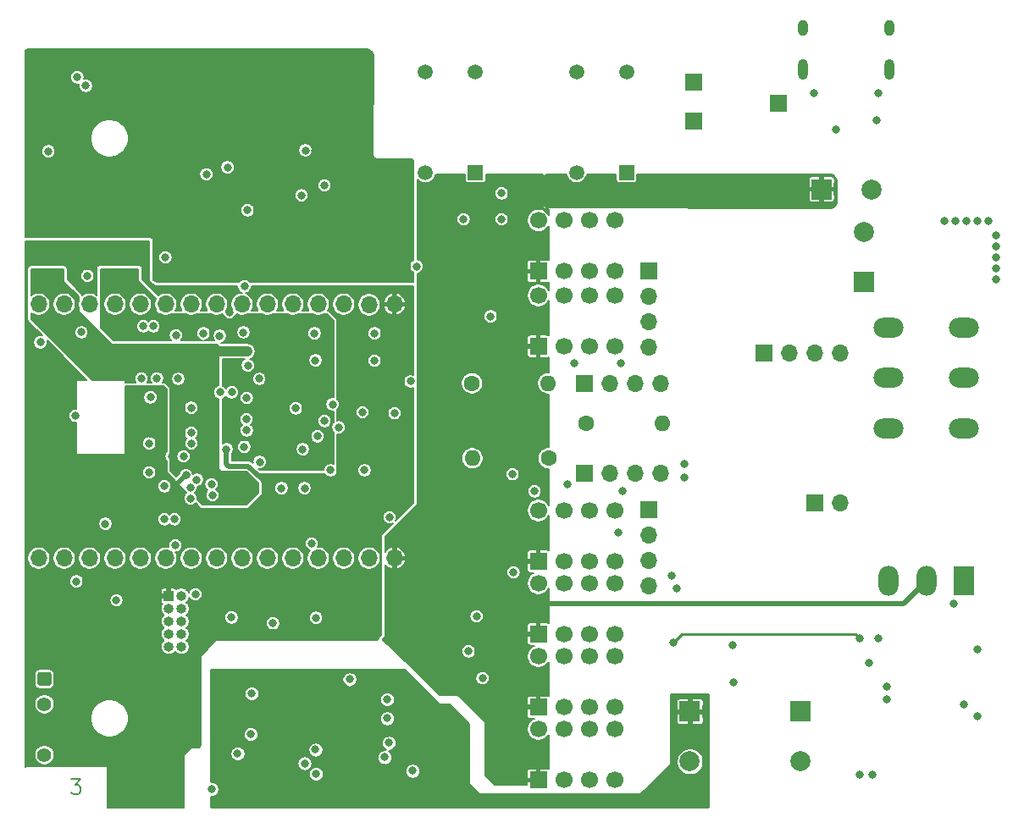
<source format=gbr>
%TF.GenerationSoftware,KiCad,Pcbnew,5.1.10-88a1d61d58~88~ubuntu18.04.1*%
%TF.CreationDate,2021-08-18T13:18:07+02:00*%
%TF.ProjectId,saba-fernbedienung,73616261-2d66-4657-926e-62656469656e,rev?*%
%TF.SameCoordinates,Original*%
%TF.FileFunction,Copper,L3,Inr*%
%TF.FilePolarity,Positive*%
%FSLAX46Y46*%
G04 Gerber Fmt 4.6, Leading zero omitted, Abs format (unit mm)*
G04 Created by KiCad (PCBNEW 5.1.10-88a1d61d58~88~ubuntu18.04.1) date 2021-08-18 13:18:07*
%MOMM*%
%LPD*%
G01*
G04 APERTURE LIST*
%TA.AperFunction,NonConductor*%
%ADD10C,0.150000*%
%TD*%
%TA.AperFunction,ComponentPad*%
%ADD11R,2.000000X2.000000*%
%TD*%
%TA.AperFunction,ComponentPad*%
%ADD12C,2.000000*%
%TD*%
%TA.AperFunction,ComponentPad*%
%ADD13R,1.700000X1.700000*%
%TD*%
%TA.AperFunction,ComponentPad*%
%ADD14O,3.000000X2.000000*%
%TD*%
%TA.AperFunction,ComponentPad*%
%ADD15O,2.000000X3.000000*%
%TD*%
%TA.AperFunction,ComponentPad*%
%ADD16R,2.000000X3.000000*%
%TD*%
%TA.AperFunction,ComponentPad*%
%ADD17C,1.520000*%
%TD*%
%TA.AperFunction,ComponentPad*%
%ADD18R,1.520000X1.520000*%
%TD*%
%TA.AperFunction,ComponentPad*%
%ADD19O,1.700000X1.700000*%
%TD*%
%TA.AperFunction,ComponentPad*%
%ADD20C,1.700000*%
%TD*%
%TA.AperFunction,ComponentPad*%
%ADD21O,1.000000X2.100000*%
%TD*%
%TA.AperFunction,ComponentPad*%
%ADD22O,1.000000X1.600000*%
%TD*%
%TA.AperFunction,ComponentPad*%
%ADD23C,1.400000*%
%TD*%
%TA.AperFunction,ComponentPad*%
%ADD24C,1.600000*%
%TD*%
%TA.AperFunction,ComponentPad*%
%ADD25O,1.600000X1.600000*%
%TD*%
%TA.AperFunction,ComponentPad*%
%ADD26O,1.000000X1.000000*%
%TD*%
%TA.AperFunction,ComponentPad*%
%ADD27R,1.000000X1.000000*%
%TD*%
%TA.AperFunction,ViaPad*%
%ADD28C,0.800000*%
%TD*%
%TA.AperFunction,Conductor*%
%ADD29C,0.250000*%
%TD*%
%TA.AperFunction,Conductor*%
%ADD30C,0.500000*%
%TD*%
%TA.AperFunction,Conductor*%
%ADD31C,1.500000*%
%TD*%
%TA.AperFunction,Conductor*%
%ADD32C,1.000000*%
%TD*%
%TA.AperFunction,Conductor*%
%ADD33C,0.254000*%
%TD*%
%TA.AperFunction,Conductor*%
%ADD34C,0.100000*%
%TD*%
%TA.AperFunction,Conductor*%
%ADD35C,0.200000*%
%TD*%
G04 APERTURE END LIST*
D10*
X105200000Y-136578571D02*
X106128571Y-136578571D01*
X105628571Y-137150000D01*
X105842857Y-137150000D01*
X105985714Y-137221428D01*
X106057142Y-137292857D01*
X106128571Y-137435714D01*
X106128571Y-137792857D01*
X106057142Y-137935714D01*
X105985714Y-138007142D01*
X105842857Y-138078571D01*
X105414285Y-138078571D01*
X105271428Y-138007142D01*
X105200000Y-137935714D01*
D11*
%TO.N,+5V*%
%TO.C,C405*%
X180200000Y-77600000D03*
D12*
%TO.N,GND*%
X185200000Y-77600000D03*
%TD*%
D11*
%TO.N,Net-(C401-Pad1)*%
%TO.C,C402*%
X184400000Y-86900000D03*
D12*
%TO.N,GND*%
X184400000Y-81900000D03*
%TD*%
D13*
%TO.N,Audio_Links*%
%TO.C,J310*%
X167400000Y-70800000D03*
%TD*%
%TO.N,Audio_Rechts*%
%TO.C,J309*%
X175900000Y-69000000D03*
%TD*%
%TO.N,Audio_GND*%
%TO.C,J308*%
X167400000Y-66900000D03*
%TD*%
D14*
%TO.N,GND*%
%TO.C,K607*%
X194400000Y-91400000D03*
%TO.N,SABA_230V_AC*%
X186900000Y-96440000D03*
%TO.N,N/C*%
X194400000Y-101480000D03*
%TO.N,SABA_N2*%
X186900000Y-101480000D03*
%TO.N,SABA_N1*%
X186900000Y-91400000D03*
%TO.N,SABA_Netz_Feedback*%
X194400000Y-96440000D03*
D15*
%TO.N,Net-(D610-Pad2)*%
X186900000Y-116740000D03*
D16*
%TO.N,Net-(D609-Pad2)*%
X194400000Y-116740000D03*
D15*
%TO.N,+5V*%
X190650000Y-116740000D03*
%TD*%
D17*
%TO.N,GND*%
%TO.C,T702*%
X155700000Y-75900000D03*
D18*
%TO.N,/Audio/amp_rechts*%
X160700000Y-75900000D03*
D17*
%TO.N,Audio_GND*%
X155700000Y-65900000D03*
%TO.N,Audio_Rechts*%
X160700000Y-65900000D03*
%TD*%
%TO.N,GND*%
%TO.C,T701*%
X140600000Y-75900000D03*
D18*
%TO.N,Net-(R722-Pad2)*%
X145600000Y-75900000D03*
D17*
%TO.N,Audio_GND*%
X140600000Y-65900000D03*
%TO.N,Audio_Links*%
X145600000Y-65900000D03*
%TD*%
D19*
%TO.N,+5V*%
%TO.C,U201*%
X137490000Y-114500000D03*
%TO.N,GND*%
X134950000Y-114500000D03*
%TO.N,SABA_Suchlauf_L*%
X132410000Y-114500000D03*
%TO.N,SABA_Schnelllauf*%
X129870000Y-114500000D03*
%TO.N,SABA_Suchlauf_R*%
X127330000Y-114500000D03*
%TO.N,SABA_Laufrichtung*%
X124790000Y-114500000D03*
%TO.N,SABA_Netz_Set*%
X122250000Y-114500000D03*
%TO.N,SABA_Netz_Reset*%
X119710000Y-114500000D03*
%TO.N,SABA_Suchlauf_Langsam*%
X117170000Y-114500000D03*
%TO.N,SPI_DCS_VS1053*%
X114630000Y-114500000D03*
%TO.N,IR_RX*%
X112090000Y-114500000D03*
%TO.N,SABA_Suchlauf_Schnell*%
X109550000Y-114500000D03*
%TO.N,Net-(C201-Pad2)*%
X107010000Y-114500000D03*
%TO.N,SABA_HS*%
X104470000Y-114500000D03*
%TO.N,Net-(D201-Pad1)*%
X101930000Y-114500000D03*
%TO.N,SPI_MOSI*%
X101930000Y-89100000D03*
%TO.N,SPI_CS_SDCARD*%
X104470000Y-89100000D03*
%TO.N,N/C*%
X107010000Y-89100000D03*
X109550000Y-89100000D03*
%TO.N,Net-(R202-Pad1)*%
X112090000Y-89100000D03*
%TO.N,SPI_MISO*%
X114630000Y-89100000D03*
%TO.N,SPI_SCK*%
X117170000Y-89100000D03*
%TO.N,SPI_CS_VS1053*%
X119710000Y-89100000D03*
%TO.N,SABA_Netz_Feedback*%
X122250000Y-89100000D03*
%TO.N,SABA_Mute*%
X124790000Y-89100000D03*
%TO.N,VS1053_DREQ*%
X127330000Y-89100000D03*
%TO.N,SABA_Leise*%
X129870000Y-89100000D03*
%TO.N,SABA_Laut*%
X132410000Y-89100000D03*
%TO.N,GND*%
X134950000Y-89150800D03*
%TO.N,+3V3*%
X137488000Y-89100800D03*
%TD*%
D11*
%TO.N,SABA_GND_AC*%
%TO.C,C415*%
X178100000Y-129800000D03*
D12*
%TO.N,-24V*%
X178100000Y-134800000D03*
%TD*%
D13*
%TO.N,+5V*%
%TO.C,K606*%
X151880000Y-114800000D03*
D20*
%TO.N,SABA_Suchlauf*%
X154420000Y-114800000D03*
%TO.N,/Fernbedienung/Suchlauf*%
X156960000Y-114800000D03*
%TO.N,N/C*%
X159500000Y-114800000D03*
%TO.N,SABA_Suchlauf*%
X159500000Y-109720000D03*
%TO.N,SABA_GND_AC*%
X156960000Y-109720000D03*
%TO.N,N/C*%
X154420000Y-109720000D03*
%TO.N,/Fernbedienung/Relais_Mute*%
X151880000Y-109720000D03*
%TD*%
D13*
%TO.N,+5V*%
%TO.C,K605*%
X151880000Y-136680000D03*
D20*
%TO.N,N/C*%
X154420000Y-136680000D03*
%TO.N,Net-(K605-Pad3)*%
X156960000Y-136680000D03*
%TO.N,Net-(K604-Pad5)*%
X159500000Y-136680000D03*
%TO.N,/Fernbedienung/Suchlauf*%
X159500000Y-131600000D03*
%TO.N,Net-(K605-Pad6)*%
X156960000Y-131600000D03*
%TO.N,N/C*%
X154420000Y-131600000D03*
%TO.N,/Fernbedienung/Relais_Suchlauf_R*%
X151880000Y-131600000D03*
%TD*%
D13*
%TO.N,+5V*%
%TO.C,K604*%
X151880000Y-129380000D03*
D20*
%TO.N,N/C*%
X154420000Y-129380000D03*
%TO.N,/Fernbedienung/Suchlauf*%
X156960000Y-129380000D03*
%TO.N,Net-(K602-Pad4)*%
X159500000Y-129380000D03*
%TO.N,Net-(K604-Pad5)*%
X159500000Y-124300000D03*
%TO.N,/Fernbedienung/Suchlauf*%
X156960000Y-124300000D03*
%TO.N,N/C*%
X154420000Y-124300000D03*
%TO.N,/Fernbedienung/Relais_Schnelllauf*%
X151880000Y-124300000D03*
%TD*%
D13*
%TO.N,+5V*%
%TO.C,K603*%
X151880000Y-85800000D03*
D20*
%TO.N,/Fernbedienung/Relais_Leise*%
X154420000Y-85800000D03*
%TO.N,Net-(D603-Pad2)*%
X156960000Y-85800000D03*
%TO.N,N/C*%
X159500000Y-85800000D03*
%TO.N,SABA_~15V_AC*%
X159500000Y-80720000D03*
%TO.N,SABA_Lautstaerke*%
X156960000Y-80720000D03*
%TO.N,N/C*%
X154420000Y-80720000D03*
%TO.N,Net-(D606-Pad2)*%
X151880000Y-80720000D03*
%TD*%
D13*
%TO.N,+5V*%
%TO.C,K602*%
X151880000Y-122080000D03*
D20*
%TO.N,N/C*%
X154420000Y-122080000D03*
%TO.N,Net-(K602-Pad3)*%
X156960000Y-122080000D03*
%TO.N,Net-(K602-Pad4)*%
X159500000Y-122080000D03*
%TO.N,/Fernbedienung/Suchlauf*%
X159500000Y-117000000D03*
%TO.N,Net-(K602-Pad6)*%
X156960000Y-117000000D03*
%TO.N,N/C*%
X154420000Y-117000000D03*
%TO.N,/Fernbedienung/Relais_Suchlauf_L*%
X151880000Y-117000000D03*
%TD*%
D13*
%TO.N,+5V*%
%TO.C,K601*%
X151880000Y-93300000D03*
D20*
%TO.N,/Fernbedienung/Relais_Laut*%
X154420000Y-93300000D03*
%TO.N,Net-(D606-Pad2)*%
X156960000Y-93300000D03*
%TO.N,N/C*%
X159500000Y-93300000D03*
%TO.N,SABA_15V_AC*%
X159500000Y-88220000D03*
%TO.N,SABA_Lautstaerke*%
X156960000Y-88220000D03*
%TO.N,N/C*%
X154420000Y-88220000D03*
%TO.N,Net-(D603-Pad2)*%
X151880000Y-88220000D03*
%TD*%
D13*
%TO.N,SABA_N2*%
%TO.C,J306*%
X179500000Y-109000000D03*
D19*
X182040000Y-109000000D03*
%TD*%
D21*
%TO.N,Net-(J312-PadS1)*%
%TO.C,J312*%
X178360000Y-65630000D03*
X187000000Y-65630000D03*
D22*
X187000000Y-61450000D03*
X178360000Y-61450000D03*
%TD*%
%TO.N,GND*%
%TO.C,U301*%
%TA.AperFunction,ComponentPad*%
G36*
G01*
X102049200Y-125860000D02*
X102950800Y-125860000D01*
G75*
G02*
X103200000Y-126109200I0J-249200D01*
G01*
X103200000Y-127010800D01*
G75*
G02*
X102950800Y-127260000I-249200J0D01*
G01*
X102049200Y-127260000D01*
G75*
G02*
X101800000Y-127010800I0J249200D01*
G01*
X101800000Y-126109200D01*
G75*
G02*
X102049200Y-125860000I249200J0D01*
G01*
G37*
%TD.AperFunction*%
D23*
%TO.N,Net-(C304-Pad1)*%
X102500000Y-129100000D03*
%TO.N,IR_RX*%
X102500000Y-134180000D03*
%TD*%
D24*
%TO.N,SABA_HS2*%
%TO.C,R618*%
X152900000Y-104500000D03*
D25*
%TO.N,Net-(D611-Pad1)*%
X145280000Y-104500000D03*
%TD*%
%TO.N,SABA_~15V_AC*%
%TO.C,R617*%
X164250000Y-101000000D03*
D24*
%TO.N,Net-(K605-Pad3)*%
X156630000Y-101000000D03*
%TD*%
D25*
%TO.N,SABA_15V_AC*%
%TO.C,R603*%
X152870000Y-97000000D03*
D24*
%TO.N,Net-(K602-Pad3)*%
X145250000Y-97000000D03*
%TD*%
D19*
%TO.N,N/C*%
%TO.C,J311*%
X162900000Y-117220000D03*
X162900000Y-114680000D03*
X162900000Y-112140000D03*
D13*
%TO.N,TA_Aktiv*%
X162900000Y-109600000D03*
%TD*%
%TO.N,SABA_N1*%
%TO.C,J307*%
X174400000Y-94000000D03*
D19*
X176940000Y-94000000D03*
%TO.N,SABA_230V_AC*%
X179480000Y-94000000D03*
X182020000Y-94000000D03*
%TD*%
D13*
%TO.N,SABA_Lautstaerke*%
%TO.C,J304*%
X156500000Y-106000000D03*
D19*
%TO.N,SABA_Suchlauf*%
X159040000Y-106000000D03*
%TO.N,SABA_HS2*%
X161580000Y-106000000D03*
%TO.N,SABA_HS3*%
X164120000Y-106000000D03*
%TD*%
D13*
%TO.N,SABA_6\u002C3V_AC*%
%TO.C,J302*%
X162900000Y-85800000D03*
D19*
X162900000Y-88340000D03*
%TO.N,Earth*%
X162900000Y-90880000D03*
X162900000Y-93420000D03*
%TD*%
D13*
%TO.N,SABA_15V_AC*%
%TO.C,J301*%
X156500000Y-97000000D03*
D19*
%TO.N,SABA_GND_AC*%
X159040000Y-97000000D03*
X161580000Y-97000000D03*
%TO.N,SABA_~15V_AC*%
X164120000Y-97000000D03*
%TD*%
D26*
%TO.N,~RESET*%
%TO.C,J201*%
X116200000Y-123340000D03*
%TO.N,GND*%
X114930000Y-123340000D03*
%TO.N,Net-(J201-Pad8)*%
X116200000Y-122070000D03*
%TO.N,N/C*%
X114930000Y-122070000D03*
%TO.N,Net-(J201-Pad6)*%
X116200000Y-120800000D03*
%TO.N,GND*%
X114930000Y-120800000D03*
%TO.N,Net-(J201-Pad4)*%
X116200000Y-119530000D03*
%TO.N,GND*%
X114930000Y-119530000D03*
%TO.N,Net-(J201-Pad2)*%
X116200000Y-118260000D03*
D27*
%TO.N,+3V3*%
X114930000Y-118260000D03*
%TD*%
D11*
%TO.N,+24V*%
%TO.C,C407*%
X167000000Y-129800000D03*
D12*
%TO.N,SABA_GND_AC*%
X167000000Y-134800000D03*
%TD*%
D28*
%TO.N,Earth*%
X155500000Y-95000000D03*
X160100000Y-95000000D03*
%TO.N,+3V3*%
X113030000Y-102005000D03*
X120700000Y-103600000D03*
X110480000Y-104505000D03*
X116650153Y-106175153D03*
X112300000Y-97700000D03*
X110700000Y-110700000D03*
X117300000Y-110600000D03*
X126600000Y-110600000D03*
X121000000Y-89900004D03*
X144400000Y-80600000D03*
X103700000Y-111000000D03*
X110200000Y-122900000D03*
X134900000Y-108300000D03*
X128199999Y-78200001D03*
%TO.N,+5V*%
X197600000Y-86600000D03*
X197600000Y-83300000D03*
X197600000Y-82200000D03*
X197600000Y-85500000D03*
X197600000Y-84400000D03*
X144700000Y-82800000D03*
X102900000Y-73800000D03*
X105800000Y-66400000D03*
X192500000Y-80800000D03*
X193600000Y-80800000D03*
X194700000Y-80800000D03*
X195800000Y-80800000D03*
X196900000Y-80800000D03*
X143400000Y-77600000D03*
X142500000Y-76600000D03*
X143400000Y-76600000D03*
X142500000Y-77600000D03*
X106650000Y-67250000D03*
%TO.N,SABA_GND_AC*%
X171400000Y-126950000D03*
X123099998Y-132100000D03*
X121800000Y-134000000D03*
X123200000Y-127999996D03*
X133000000Y-126600000D03*
X129594965Y-133629996D03*
X119200000Y-137600000D03*
X139300000Y-135750000D03*
X136500000Y-134400000D03*
X136750000Y-128600000D03*
X186700000Y-127300000D03*
%TO.N,+24V*%
X123100000Y-133600000D03*
X121700000Y-137800000D03*
X120700000Y-131900000D03*
X136500000Y-135500000D03*
X136300000Y-131500000D03*
X171300000Y-123200000D03*
X184900000Y-125000000D03*
%TO.N,+1V8*%
X122800000Y-93800000D03*
X117780000Y-93830000D03*
X123300000Y-107500000D03*
X101500000Y-86300000D03*
X103800000Y-86300000D03*
X115225000Y-104300000D03*
%TO.N,+3.3VA*%
X127855000Y-101905000D03*
X108900000Y-86800000D03*
X111100000Y-86800000D03*
X130800000Y-97979981D03*
X126500000Y-104400000D03*
%TO.N,Net-(C503-Pad1)*%
X185300000Y-136100000D03*
X186700004Y-128600000D03*
%TO.N,/Suchlauf Messung/Phase*%
X136750000Y-130500000D03*
X129650000Y-136050000D03*
%TO.N,/Suchlauf Messung/Amplitude*%
X128500000Y-135000000D03*
X136950000Y-132950000D03*
%TO.N,+5VA*%
X139700000Y-85300000D03*
X122800000Y-79700000D03*
%TO.N,SABA_15V_AC*%
X165700000Y-117500000D03*
X165200000Y-116200000D03*
X166500000Y-106400000D03*
X166500000Y-105100000D03*
%TO.N,Net-(D504-Pad1)*%
X184000000Y-122500000D03*
X165400000Y-122900000D03*
%TO.N,SABA_HS3*%
X149300000Y-106100000D03*
%TO.N,~RESET*%
X122840789Y-95218334D03*
X105700000Y-116800000D03*
%TO.N,Net-(J201-Pad6)*%
X117600000Y-118100000D03*
%TO.N,SPI_MISO*%
X119200000Y-107100000D03*
X130500001Y-77199999D03*
%TO.N,SPI_SCK*%
X117744524Y-106635401D03*
X122500000Y-87300000D03*
X128600000Y-73700000D03*
%TO.N,SPI_MOSI*%
X117100000Y-107400000D03*
X114600000Y-84400000D03*
X113400000Y-91300000D03*
X118700000Y-76100000D03*
%TO.N,SPI_CS_SDCARD*%
X120800000Y-75400000D03*
%TO.N,SABA_Lautstaerke*%
X160300000Y-107800000D03*
%TO.N,Net-(K605-Pad6)*%
X154800000Y-107100000D03*
%TO.N,Net-(R501-Pad1)*%
X185900000Y-122500000D03*
X183999998Y-136100000D03*
%TO.N,SABA_Mute*%
X139110010Y-96810010D03*
%TO.N,SPI_DCS_VS1053*%
X113750000Y-96500000D03*
X114500000Y-110600000D03*
%TO.N,SPI_CS_VS1053*%
X117200000Y-103000000D03*
%TO.N,VS1053_DREQ*%
X120063967Y-97900000D03*
%TO.N,GND*%
X114200000Y-83400000D03*
X131300000Y-76400000D03*
X119700000Y-75600000D03*
X129600000Y-73700000D03*
X115500000Y-110600000D03*
X131100000Y-105700000D03*
X147100000Y-90300000D03*
X149400000Y-115900000D03*
X145700000Y-120300000D03*
X144900000Y-123800000D03*
X146300000Y-126500000D03*
X125350000Y-121000000D03*
X129650000Y-120450000D03*
X108600000Y-111050000D03*
X181600000Y-71600000D03*
X179400000Y-68000000D03*
X185900000Y-68000000D03*
X185700000Y-70700000D03*
X128600000Y-79300000D03*
X135000000Y-75800000D03*
X127000084Y-82400000D03*
X121600000Y-86300000D03*
X113850000Y-79100000D03*
X106450000Y-79100000D03*
X103550000Y-74950000D03*
X102950000Y-72550000D03*
X114100000Y-86250000D03*
X129212660Y-113012660D03*
X124030000Y-104855000D03*
X129800000Y-102300000D03*
X120030000Y-92260000D03*
X115880000Y-96555000D03*
X130500000Y-100774990D03*
X129500000Y-92000000D03*
X122400000Y-91900000D03*
X117180000Y-101955000D03*
X134300000Y-99900000D03*
X116400000Y-104300000D03*
X131300000Y-99100000D03*
X128500000Y-107500000D03*
X114500000Y-107300000D03*
X117180000Y-99455000D03*
X112200000Y-96500000D03*
X121230000Y-97905000D03*
X115650000Y-92200000D03*
X122730000Y-98455000D03*
X105630000Y-100255000D03*
X122480000Y-103355000D03*
X128330000Y-103605000D03*
X127630000Y-99505000D03*
X126200000Y-107500000D03*
X112980000Y-103005000D03*
X112980000Y-105905000D03*
X122730000Y-101705000D03*
X113100000Y-98400000D03*
X123980000Y-96555000D03*
X119300000Y-108200000D03*
X118400000Y-92000000D03*
X106800000Y-86250062D03*
X121799992Y-81900000D03*
X122199996Y-78200000D03*
X129600000Y-94700000D03*
X135500000Y-92000000D03*
X135500000Y-94750000D03*
X134500000Y-105700000D03*
X137500000Y-100000000D03*
X115600000Y-113200000D03*
X121200000Y-120412652D03*
X116600000Y-77000000D03*
X112400000Y-91300000D03*
X117100000Y-108500000D03*
X135600000Y-84000000D03*
X195800000Y-130300000D03*
X195800000Y-123600000D03*
X148200000Y-78000000D03*
X106198952Y-91898952D03*
X137000000Y-110400000D03*
X109700000Y-118700000D03*
X193400000Y-119000000D03*
%TO.N,TA_Aktiv*%
X159900000Y-111900000D03*
X151500000Y-107800000D03*
%TO.N,SABA_Netz_Feedback*%
X148200000Y-80600000D03*
%TO.N,Net-(R202-Pad1)*%
X102100000Y-92900000D03*
%TO.N,SABA_Netz_Reset*%
X194400000Y-129100000D03*
%TO.N,Net-(R715-Pad2)*%
X131900000Y-101400010D03*
X122700000Y-100600000D03*
%TD*%
D29*
%TO.N,+3V3*%
X121000000Y-89900004D02*
X121000000Y-88600000D01*
D30*
X120700000Y-103600000D02*
X120700000Y-105100000D01*
X120700000Y-105100000D02*
X120900000Y-105300000D01*
X120900000Y-105300000D02*
X122900000Y-105300000D01*
X122900000Y-105300000D02*
X123800000Y-106200000D01*
X116650153Y-106175153D02*
X115537500Y-107287806D01*
X114908001Y-106449999D02*
X114699693Y-106449999D01*
X115350001Y-107100307D02*
X115350001Y-106891999D01*
X115537500Y-107287806D02*
X115350001Y-107100307D01*
D31*
%TO.N,+5V*%
X139100000Y-123200000D02*
X139600000Y-123700000D01*
D30*
X151700000Y-119000000D02*
X151649999Y-119050001D01*
X190600000Y-116800000D02*
X188400000Y-119000000D01*
X188400000Y-119000000D02*
X151700000Y-119000000D01*
D29*
X180200000Y-77600000D02*
X151900000Y-77600000D01*
X151900000Y-77600000D02*
X150000000Y-79500000D01*
D32*
%TO.N,+1V8*%
X122800000Y-93800000D02*
X118300000Y-93800000D01*
D29*
%TO.N,Net-(D504-Pad1)*%
X183600001Y-122100001D02*
X166199999Y-122100001D01*
X184000000Y-122500000D02*
X183600001Y-122100001D01*
X166199999Y-122100001D02*
X165400000Y-122900000D01*
%TD*%
D33*
%TO.N,+24V*%
X141910197Y-129089803D02*
X141929443Y-129105597D01*
X141951399Y-129117333D01*
X141975224Y-129124560D01*
X142000000Y-129127000D01*
X142947394Y-129127000D01*
X144873000Y-131052606D01*
X144873000Y-137000000D01*
X144875440Y-137024776D01*
X144882667Y-137048601D01*
X144894403Y-137070557D01*
X144910197Y-137089803D01*
X145910197Y-138089803D01*
X145929443Y-138105597D01*
X145951399Y-138117333D01*
X145975224Y-138124560D01*
X146000000Y-138127000D01*
X162000000Y-138127000D01*
X162024776Y-138124560D01*
X162048601Y-138117333D01*
X162070557Y-138105597D01*
X162089803Y-138089803D01*
X165089803Y-135089803D01*
X165105597Y-135070557D01*
X165117333Y-135048601D01*
X165124560Y-135024776D01*
X165127000Y-135000000D01*
X165127000Y-134664377D01*
X165623000Y-134664377D01*
X165623000Y-134935623D01*
X165675917Y-135201656D01*
X165779718Y-135452254D01*
X165930414Y-135677787D01*
X166122213Y-135869586D01*
X166347746Y-136020282D01*
X166598344Y-136124083D01*
X166864377Y-136177000D01*
X167135623Y-136177000D01*
X167401656Y-136124083D01*
X167652254Y-136020282D01*
X167877787Y-135869586D01*
X168069586Y-135677787D01*
X168220282Y-135452254D01*
X168324083Y-135201656D01*
X168377000Y-134935623D01*
X168377000Y-134664377D01*
X168324083Y-134398344D01*
X168220282Y-134147746D01*
X168069586Y-133922213D01*
X167877787Y-133730414D01*
X167652254Y-133579718D01*
X167401656Y-133475917D01*
X167135623Y-133423000D01*
X166864377Y-133423000D01*
X166598344Y-133475917D01*
X166347746Y-133579718D01*
X166122213Y-133730414D01*
X165930414Y-133922213D01*
X165779718Y-134147746D01*
X165675917Y-134398344D01*
X165623000Y-134664377D01*
X165127000Y-134664377D01*
X165127000Y-130800000D01*
X165621176Y-130800000D01*
X165628455Y-130873905D01*
X165650012Y-130944970D01*
X165685019Y-131010463D01*
X165732131Y-131067869D01*
X165789537Y-131114981D01*
X165855030Y-131149988D01*
X165926095Y-131171545D01*
X166000000Y-131178824D01*
X166778750Y-131177000D01*
X166873000Y-131082750D01*
X166873000Y-129927000D01*
X167127000Y-129927000D01*
X167127000Y-131082750D01*
X167221250Y-131177000D01*
X168000000Y-131178824D01*
X168073905Y-131171545D01*
X168144970Y-131149988D01*
X168210463Y-131114981D01*
X168267869Y-131067869D01*
X168314981Y-131010463D01*
X168349988Y-130944970D01*
X168371545Y-130873905D01*
X168378824Y-130800000D01*
X168377000Y-130021250D01*
X168282750Y-129927000D01*
X167127000Y-129927000D01*
X166873000Y-129927000D01*
X165717250Y-129927000D01*
X165623000Y-130021250D01*
X165621176Y-130800000D01*
X165127000Y-130800000D01*
X165127000Y-128800000D01*
X165621176Y-128800000D01*
X165623000Y-129578750D01*
X165717250Y-129673000D01*
X166873000Y-129673000D01*
X166873000Y-128517250D01*
X167127000Y-128517250D01*
X167127000Y-129673000D01*
X168282750Y-129673000D01*
X168377000Y-129578750D01*
X168378824Y-128800000D01*
X168371545Y-128726095D01*
X168349988Y-128655030D01*
X168314981Y-128589537D01*
X168267869Y-128532131D01*
X168210463Y-128485019D01*
X168144970Y-128450012D01*
X168073905Y-128428455D01*
X168000000Y-128421176D01*
X167221250Y-128423000D01*
X167127000Y-128517250D01*
X166873000Y-128517250D01*
X166778750Y-128423000D01*
X166000000Y-128421176D01*
X165926095Y-128428455D01*
X165855030Y-128450012D01*
X165789537Y-128485019D01*
X165732131Y-128532131D01*
X165685019Y-128589537D01*
X165650012Y-128655030D01*
X165628455Y-128726095D01*
X165621176Y-128800000D01*
X165127000Y-128800000D01*
X165127000Y-128127000D01*
X168873000Y-128127000D01*
X168873000Y-139373000D01*
X119127000Y-139373000D01*
X119127000Y-138377000D01*
X119276528Y-138377000D01*
X119426643Y-138347141D01*
X119568048Y-138288569D01*
X119695309Y-138203536D01*
X119803536Y-138095309D01*
X119888569Y-137968048D01*
X119947141Y-137826643D01*
X119977000Y-137676528D01*
X119977000Y-137523472D01*
X119947141Y-137373357D01*
X119888569Y-137231952D01*
X119803536Y-137104691D01*
X119695309Y-136996464D01*
X119568048Y-136911431D01*
X119426643Y-136852859D01*
X119276528Y-136823000D01*
X119127000Y-136823000D01*
X119127000Y-135973472D01*
X128873000Y-135973472D01*
X128873000Y-136126528D01*
X128902859Y-136276643D01*
X128961431Y-136418048D01*
X129046464Y-136545309D01*
X129154691Y-136653536D01*
X129281952Y-136738569D01*
X129423357Y-136797141D01*
X129573472Y-136827000D01*
X129726528Y-136827000D01*
X129876643Y-136797141D01*
X130018048Y-136738569D01*
X130145309Y-136653536D01*
X130253536Y-136545309D01*
X130338569Y-136418048D01*
X130397141Y-136276643D01*
X130427000Y-136126528D01*
X130427000Y-135973472D01*
X130397141Y-135823357D01*
X130338569Y-135681952D01*
X130332903Y-135673472D01*
X138523000Y-135673472D01*
X138523000Y-135826528D01*
X138552859Y-135976643D01*
X138611431Y-136118048D01*
X138696464Y-136245309D01*
X138804691Y-136353536D01*
X138931952Y-136438569D01*
X139073357Y-136497141D01*
X139223472Y-136527000D01*
X139376528Y-136527000D01*
X139526643Y-136497141D01*
X139668048Y-136438569D01*
X139795309Y-136353536D01*
X139903536Y-136245309D01*
X139988569Y-136118048D01*
X140047141Y-135976643D01*
X140077000Y-135826528D01*
X140077000Y-135673472D01*
X140047141Y-135523357D01*
X139988569Y-135381952D01*
X139903536Y-135254691D01*
X139795309Y-135146464D01*
X139668048Y-135061431D01*
X139526643Y-135002859D01*
X139376528Y-134973000D01*
X139223472Y-134973000D01*
X139073357Y-135002859D01*
X138931952Y-135061431D01*
X138804691Y-135146464D01*
X138696464Y-135254691D01*
X138611431Y-135381952D01*
X138552859Y-135523357D01*
X138523000Y-135673472D01*
X130332903Y-135673472D01*
X130253536Y-135554691D01*
X130145309Y-135446464D01*
X130018048Y-135361431D01*
X129876643Y-135302859D01*
X129726528Y-135273000D01*
X129573472Y-135273000D01*
X129423357Y-135302859D01*
X129281952Y-135361431D01*
X129154691Y-135446464D01*
X129046464Y-135554691D01*
X128961431Y-135681952D01*
X128902859Y-135823357D01*
X128873000Y-135973472D01*
X119127000Y-135973472D01*
X119127000Y-134923472D01*
X127723000Y-134923472D01*
X127723000Y-135076528D01*
X127752859Y-135226643D01*
X127811431Y-135368048D01*
X127896464Y-135495309D01*
X128004691Y-135603536D01*
X128131952Y-135688569D01*
X128273357Y-135747141D01*
X128423472Y-135777000D01*
X128576528Y-135777000D01*
X128726643Y-135747141D01*
X128868048Y-135688569D01*
X128995309Y-135603536D01*
X129103536Y-135495309D01*
X129188569Y-135368048D01*
X129247141Y-135226643D01*
X129277000Y-135076528D01*
X129277000Y-134923472D01*
X129247141Y-134773357D01*
X129188569Y-134631952D01*
X129103536Y-134504691D01*
X128995309Y-134396464D01*
X128868048Y-134311431D01*
X128726643Y-134252859D01*
X128576528Y-134223000D01*
X128423472Y-134223000D01*
X128273357Y-134252859D01*
X128131952Y-134311431D01*
X128004691Y-134396464D01*
X127896464Y-134504691D01*
X127811431Y-134631952D01*
X127752859Y-134773357D01*
X127723000Y-134923472D01*
X119127000Y-134923472D01*
X119127000Y-133923472D01*
X121023000Y-133923472D01*
X121023000Y-134076528D01*
X121052859Y-134226643D01*
X121111431Y-134368048D01*
X121196464Y-134495309D01*
X121304691Y-134603536D01*
X121431952Y-134688569D01*
X121573357Y-134747141D01*
X121723472Y-134777000D01*
X121876528Y-134777000D01*
X122026643Y-134747141D01*
X122168048Y-134688569D01*
X122295309Y-134603536D01*
X122403536Y-134495309D01*
X122488569Y-134368048D01*
X122547141Y-134226643D01*
X122577000Y-134076528D01*
X122577000Y-133923472D01*
X122547141Y-133773357D01*
X122488569Y-133631952D01*
X122436128Y-133553468D01*
X128817965Y-133553468D01*
X128817965Y-133706524D01*
X128847824Y-133856639D01*
X128906396Y-133998044D01*
X128991429Y-134125305D01*
X129099656Y-134233532D01*
X129226917Y-134318565D01*
X129368322Y-134377137D01*
X129518437Y-134406996D01*
X129671493Y-134406996D01*
X129821608Y-134377137D01*
X129951166Y-134323472D01*
X135723000Y-134323472D01*
X135723000Y-134476528D01*
X135752859Y-134626643D01*
X135811431Y-134768048D01*
X135896464Y-134895309D01*
X136004691Y-135003536D01*
X136131952Y-135088569D01*
X136273357Y-135147141D01*
X136423472Y-135177000D01*
X136576528Y-135177000D01*
X136726643Y-135147141D01*
X136868048Y-135088569D01*
X136995309Y-135003536D01*
X137103536Y-134895309D01*
X137188569Y-134768048D01*
X137247141Y-134626643D01*
X137277000Y-134476528D01*
X137277000Y-134323472D01*
X137247141Y-134173357D01*
X137188569Y-134031952D01*
X137103536Y-133904691D01*
X136995309Y-133796464D01*
X136891349Y-133727000D01*
X137026528Y-133727000D01*
X137176643Y-133697141D01*
X137318048Y-133638569D01*
X137445309Y-133553536D01*
X137553536Y-133445309D01*
X137638569Y-133318048D01*
X137697141Y-133176643D01*
X137727000Y-133026528D01*
X137727000Y-132873472D01*
X137697141Y-132723357D01*
X137638569Y-132581952D01*
X137553536Y-132454691D01*
X137445309Y-132346464D01*
X137318048Y-132261431D01*
X137176643Y-132202859D01*
X137026528Y-132173000D01*
X136873472Y-132173000D01*
X136723357Y-132202859D01*
X136581952Y-132261431D01*
X136454691Y-132346464D01*
X136346464Y-132454691D01*
X136261431Y-132581952D01*
X136202859Y-132723357D01*
X136173000Y-132873472D01*
X136173000Y-133026528D01*
X136202859Y-133176643D01*
X136261431Y-133318048D01*
X136346464Y-133445309D01*
X136454691Y-133553536D01*
X136558651Y-133623000D01*
X136423472Y-133623000D01*
X136273357Y-133652859D01*
X136131952Y-133711431D01*
X136004691Y-133796464D01*
X135896464Y-133904691D01*
X135811431Y-134031952D01*
X135752859Y-134173357D01*
X135723000Y-134323472D01*
X129951166Y-134323472D01*
X129963013Y-134318565D01*
X130090274Y-134233532D01*
X130198501Y-134125305D01*
X130283534Y-133998044D01*
X130342106Y-133856639D01*
X130371965Y-133706524D01*
X130371965Y-133553468D01*
X130342106Y-133403353D01*
X130283534Y-133261948D01*
X130198501Y-133134687D01*
X130090274Y-133026460D01*
X129963013Y-132941427D01*
X129821608Y-132882855D01*
X129671493Y-132852996D01*
X129518437Y-132852996D01*
X129368322Y-132882855D01*
X129226917Y-132941427D01*
X129099656Y-133026460D01*
X128991429Y-133134687D01*
X128906396Y-133261948D01*
X128847824Y-133403353D01*
X128817965Y-133553468D01*
X122436128Y-133553468D01*
X122403536Y-133504691D01*
X122295309Y-133396464D01*
X122168048Y-133311431D01*
X122026643Y-133252859D01*
X121876528Y-133223000D01*
X121723472Y-133223000D01*
X121573357Y-133252859D01*
X121431952Y-133311431D01*
X121304691Y-133396464D01*
X121196464Y-133504691D01*
X121111431Y-133631952D01*
X121052859Y-133773357D01*
X121023000Y-133923472D01*
X119127000Y-133923472D01*
X119127000Y-132023472D01*
X122322998Y-132023472D01*
X122322998Y-132176528D01*
X122352857Y-132326643D01*
X122411429Y-132468048D01*
X122496462Y-132595309D01*
X122604689Y-132703536D01*
X122731950Y-132788569D01*
X122873355Y-132847141D01*
X123023470Y-132877000D01*
X123176526Y-132877000D01*
X123326641Y-132847141D01*
X123468046Y-132788569D01*
X123595307Y-132703536D01*
X123703534Y-132595309D01*
X123788567Y-132468048D01*
X123847139Y-132326643D01*
X123876998Y-132176528D01*
X123876998Y-132023472D01*
X123847139Y-131873357D01*
X123788567Y-131731952D01*
X123703534Y-131604691D01*
X123595307Y-131496464D01*
X123468046Y-131411431D01*
X123326641Y-131352859D01*
X123176526Y-131323000D01*
X123023470Y-131323000D01*
X122873355Y-131352859D01*
X122731950Y-131411431D01*
X122604689Y-131496464D01*
X122496462Y-131604691D01*
X122411429Y-131731952D01*
X122352857Y-131873357D01*
X122322998Y-132023472D01*
X119127000Y-132023472D01*
X119127000Y-130423472D01*
X135973000Y-130423472D01*
X135973000Y-130576528D01*
X136002859Y-130726643D01*
X136061431Y-130868048D01*
X136146464Y-130995309D01*
X136254691Y-131103536D01*
X136381952Y-131188569D01*
X136523357Y-131247141D01*
X136673472Y-131277000D01*
X136826528Y-131277000D01*
X136976643Y-131247141D01*
X137118048Y-131188569D01*
X137245309Y-131103536D01*
X137353536Y-130995309D01*
X137438569Y-130868048D01*
X137497141Y-130726643D01*
X137527000Y-130576528D01*
X137527000Y-130423472D01*
X137497141Y-130273357D01*
X137438569Y-130131952D01*
X137353536Y-130004691D01*
X137245309Y-129896464D01*
X137118048Y-129811431D01*
X136976643Y-129752859D01*
X136826528Y-129723000D01*
X136673472Y-129723000D01*
X136523357Y-129752859D01*
X136381952Y-129811431D01*
X136254691Y-129896464D01*
X136146464Y-130004691D01*
X136061431Y-130131952D01*
X136002859Y-130273357D01*
X135973000Y-130423472D01*
X119127000Y-130423472D01*
X119127000Y-127923468D01*
X122423000Y-127923468D01*
X122423000Y-128076524D01*
X122452859Y-128226639D01*
X122511431Y-128368044D01*
X122596464Y-128495305D01*
X122704691Y-128603532D01*
X122831952Y-128688565D01*
X122973357Y-128747137D01*
X123123472Y-128776996D01*
X123276528Y-128776996D01*
X123426643Y-128747137D01*
X123568048Y-128688565D01*
X123695309Y-128603532D01*
X123775369Y-128523472D01*
X135973000Y-128523472D01*
X135973000Y-128676528D01*
X136002859Y-128826643D01*
X136061431Y-128968048D01*
X136146464Y-129095309D01*
X136254691Y-129203536D01*
X136381952Y-129288569D01*
X136523357Y-129347141D01*
X136673472Y-129377000D01*
X136826528Y-129377000D01*
X136976643Y-129347141D01*
X137118048Y-129288569D01*
X137245309Y-129203536D01*
X137353536Y-129095309D01*
X137438569Y-128968048D01*
X137497141Y-128826643D01*
X137527000Y-128676528D01*
X137527000Y-128523472D01*
X137497141Y-128373357D01*
X137438569Y-128231952D01*
X137353536Y-128104691D01*
X137245309Y-127996464D01*
X137118048Y-127911431D01*
X136976643Y-127852859D01*
X136826528Y-127823000D01*
X136673472Y-127823000D01*
X136523357Y-127852859D01*
X136381952Y-127911431D01*
X136254691Y-127996464D01*
X136146464Y-128104691D01*
X136061431Y-128231952D01*
X136002859Y-128373357D01*
X135973000Y-128523472D01*
X123775369Y-128523472D01*
X123803536Y-128495305D01*
X123888569Y-128368044D01*
X123947141Y-128226639D01*
X123977000Y-128076524D01*
X123977000Y-127923468D01*
X123947141Y-127773353D01*
X123888569Y-127631948D01*
X123803536Y-127504687D01*
X123695309Y-127396460D01*
X123568048Y-127311427D01*
X123426643Y-127252855D01*
X123276528Y-127222996D01*
X123123472Y-127222996D01*
X122973357Y-127252855D01*
X122831952Y-127311427D01*
X122704691Y-127396460D01*
X122596464Y-127504687D01*
X122511431Y-127631948D01*
X122452859Y-127773353D01*
X122423000Y-127923468D01*
X119127000Y-127923468D01*
X119127000Y-126523472D01*
X132223000Y-126523472D01*
X132223000Y-126676528D01*
X132252859Y-126826643D01*
X132311431Y-126968048D01*
X132396464Y-127095309D01*
X132504691Y-127203536D01*
X132631952Y-127288569D01*
X132773357Y-127347141D01*
X132923472Y-127377000D01*
X133076528Y-127377000D01*
X133226643Y-127347141D01*
X133368048Y-127288569D01*
X133495309Y-127203536D01*
X133603536Y-127095309D01*
X133688569Y-126968048D01*
X133747141Y-126826643D01*
X133777000Y-126676528D01*
X133777000Y-126523472D01*
X133747141Y-126373357D01*
X133688569Y-126231952D01*
X133603536Y-126104691D01*
X133495309Y-125996464D01*
X133368048Y-125911431D01*
X133226643Y-125852859D01*
X133076528Y-125823000D01*
X132923472Y-125823000D01*
X132773357Y-125852859D01*
X132631952Y-125911431D01*
X132504691Y-125996464D01*
X132396464Y-126104691D01*
X132311431Y-126231952D01*
X132252859Y-126373357D01*
X132223000Y-126523472D01*
X119127000Y-126523472D01*
X119127000Y-125627000D01*
X138447394Y-125627000D01*
X141910197Y-129089803D01*
%TA.AperFunction,Conductor*%
D34*
G36*
X141910197Y-129089803D02*
G01*
X141929443Y-129105597D01*
X141951399Y-129117333D01*
X141975224Y-129124560D01*
X142000000Y-129127000D01*
X142947394Y-129127000D01*
X144873000Y-131052606D01*
X144873000Y-137000000D01*
X144875440Y-137024776D01*
X144882667Y-137048601D01*
X144894403Y-137070557D01*
X144910197Y-137089803D01*
X145910197Y-138089803D01*
X145929443Y-138105597D01*
X145951399Y-138117333D01*
X145975224Y-138124560D01*
X146000000Y-138127000D01*
X162000000Y-138127000D01*
X162024776Y-138124560D01*
X162048601Y-138117333D01*
X162070557Y-138105597D01*
X162089803Y-138089803D01*
X165089803Y-135089803D01*
X165105597Y-135070557D01*
X165117333Y-135048601D01*
X165124560Y-135024776D01*
X165127000Y-135000000D01*
X165127000Y-134664377D01*
X165623000Y-134664377D01*
X165623000Y-134935623D01*
X165675917Y-135201656D01*
X165779718Y-135452254D01*
X165930414Y-135677787D01*
X166122213Y-135869586D01*
X166347746Y-136020282D01*
X166598344Y-136124083D01*
X166864377Y-136177000D01*
X167135623Y-136177000D01*
X167401656Y-136124083D01*
X167652254Y-136020282D01*
X167877787Y-135869586D01*
X168069586Y-135677787D01*
X168220282Y-135452254D01*
X168324083Y-135201656D01*
X168377000Y-134935623D01*
X168377000Y-134664377D01*
X168324083Y-134398344D01*
X168220282Y-134147746D01*
X168069586Y-133922213D01*
X167877787Y-133730414D01*
X167652254Y-133579718D01*
X167401656Y-133475917D01*
X167135623Y-133423000D01*
X166864377Y-133423000D01*
X166598344Y-133475917D01*
X166347746Y-133579718D01*
X166122213Y-133730414D01*
X165930414Y-133922213D01*
X165779718Y-134147746D01*
X165675917Y-134398344D01*
X165623000Y-134664377D01*
X165127000Y-134664377D01*
X165127000Y-130800000D01*
X165621176Y-130800000D01*
X165628455Y-130873905D01*
X165650012Y-130944970D01*
X165685019Y-131010463D01*
X165732131Y-131067869D01*
X165789537Y-131114981D01*
X165855030Y-131149988D01*
X165926095Y-131171545D01*
X166000000Y-131178824D01*
X166778750Y-131177000D01*
X166873000Y-131082750D01*
X166873000Y-129927000D01*
X167127000Y-129927000D01*
X167127000Y-131082750D01*
X167221250Y-131177000D01*
X168000000Y-131178824D01*
X168073905Y-131171545D01*
X168144970Y-131149988D01*
X168210463Y-131114981D01*
X168267869Y-131067869D01*
X168314981Y-131010463D01*
X168349988Y-130944970D01*
X168371545Y-130873905D01*
X168378824Y-130800000D01*
X168377000Y-130021250D01*
X168282750Y-129927000D01*
X167127000Y-129927000D01*
X166873000Y-129927000D01*
X165717250Y-129927000D01*
X165623000Y-130021250D01*
X165621176Y-130800000D01*
X165127000Y-130800000D01*
X165127000Y-128800000D01*
X165621176Y-128800000D01*
X165623000Y-129578750D01*
X165717250Y-129673000D01*
X166873000Y-129673000D01*
X166873000Y-128517250D01*
X167127000Y-128517250D01*
X167127000Y-129673000D01*
X168282750Y-129673000D01*
X168377000Y-129578750D01*
X168378824Y-128800000D01*
X168371545Y-128726095D01*
X168349988Y-128655030D01*
X168314981Y-128589537D01*
X168267869Y-128532131D01*
X168210463Y-128485019D01*
X168144970Y-128450012D01*
X168073905Y-128428455D01*
X168000000Y-128421176D01*
X167221250Y-128423000D01*
X167127000Y-128517250D01*
X166873000Y-128517250D01*
X166778750Y-128423000D01*
X166000000Y-128421176D01*
X165926095Y-128428455D01*
X165855030Y-128450012D01*
X165789537Y-128485019D01*
X165732131Y-128532131D01*
X165685019Y-128589537D01*
X165650012Y-128655030D01*
X165628455Y-128726095D01*
X165621176Y-128800000D01*
X165127000Y-128800000D01*
X165127000Y-128127000D01*
X168873000Y-128127000D01*
X168873000Y-139373000D01*
X119127000Y-139373000D01*
X119127000Y-138377000D01*
X119276528Y-138377000D01*
X119426643Y-138347141D01*
X119568048Y-138288569D01*
X119695309Y-138203536D01*
X119803536Y-138095309D01*
X119888569Y-137968048D01*
X119947141Y-137826643D01*
X119977000Y-137676528D01*
X119977000Y-137523472D01*
X119947141Y-137373357D01*
X119888569Y-137231952D01*
X119803536Y-137104691D01*
X119695309Y-136996464D01*
X119568048Y-136911431D01*
X119426643Y-136852859D01*
X119276528Y-136823000D01*
X119127000Y-136823000D01*
X119127000Y-135973472D01*
X128873000Y-135973472D01*
X128873000Y-136126528D01*
X128902859Y-136276643D01*
X128961431Y-136418048D01*
X129046464Y-136545309D01*
X129154691Y-136653536D01*
X129281952Y-136738569D01*
X129423357Y-136797141D01*
X129573472Y-136827000D01*
X129726528Y-136827000D01*
X129876643Y-136797141D01*
X130018048Y-136738569D01*
X130145309Y-136653536D01*
X130253536Y-136545309D01*
X130338569Y-136418048D01*
X130397141Y-136276643D01*
X130427000Y-136126528D01*
X130427000Y-135973472D01*
X130397141Y-135823357D01*
X130338569Y-135681952D01*
X130332903Y-135673472D01*
X138523000Y-135673472D01*
X138523000Y-135826528D01*
X138552859Y-135976643D01*
X138611431Y-136118048D01*
X138696464Y-136245309D01*
X138804691Y-136353536D01*
X138931952Y-136438569D01*
X139073357Y-136497141D01*
X139223472Y-136527000D01*
X139376528Y-136527000D01*
X139526643Y-136497141D01*
X139668048Y-136438569D01*
X139795309Y-136353536D01*
X139903536Y-136245309D01*
X139988569Y-136118048D01*
X140047141Y-135976643D01*
X140077000Y-135826528D01*
X140077000Y-135673472D01*
X140047141Y-135523357D01*
X139988569Y-135381952D01*
X139903536Y-135254691D01*
X139795309Y-135146464D01*
X139668048Y-135061431D01*
X139526643Y-135002859D01*
X139376528Y-134973000D01*
X139223472Y-134973000D01*
X139073357Y-135002859D01*
X138931952Y-135061431D01*
X138804691Y-135146464D01*
X138696464Y-135254691D01*
X138611431Y-135381952D01*
X138552859Y-135523357D01*
X138523000Y-135673472D01*
X130332903Y-135673472D01*
X130253536Y-135554691D01*
X130145309Y-135446464D01*
X130018048Y-135361431D01*
X129876643Y-135302859D01*
X129726528Y-135273000D01*
X129573472Y-135273000D01*
X129423357Y-135302859D01*
X129281952Y-135361431D01*
X129154691Y-135446464D01*
X129046464Y-135554691D01*
X128961431Y-135681952D01*
X128902859Y-135823357D01*
X128873000Y-135973472D01*
X119127000Y-135973472D01*
X119127000Y-134923472D01*
X127723000Y-134923472D01*
X127723000Y-135076528D01*
X127752859Y-135226643D01*
X127811431Y-135368048D01*
X127896464Y-135495309D01*
X128004691Y-135603536D01*
X128131952Y-135688569D01*
X128273357Y-135747141D01*
X128423472Y-135777000D01*
X128576528Y-135777000D01*
X128726643Y-135747141D01*
X128868048Y-135688569D01*
X128995309Y-135603536D01*
X129103536Y-135495309D01*
X129188569Y-135368048D01*
X129247141Y-135226643D01*
X129277000Y-135076528D01*
X129277000Y-134923472D01*
X129247141Y-134773357D01*
X129188569Y-134631952D01*
X129103536Y-134504691D01*
X128995309Y-134396464D01*
X128868048Y-134311431D01*
X128726643Y-134252859D01*
X128576528Y-134223000D01*
X128423472Y-134223000D01*
X128273357Y-134252859D01*
X128131952Y-134311431D01*
X128004691Y-134396464D01*
X127896464Y-134504691D01*
X127811431Y-134631952D01*
X127752859Y-134773357D01*
X127723000Y-134923472D01*
X119127000Y-134923472D01*
X119127000Y-133923472D01*
X121023000Y-133923472D01*
X121023000Y-134076528D01*
X121052859Y-134226643D01*
X121111431Y-134368048D01*
X121196464Y-134495309D01*
X121304691Y-134603536D01*
X121431952Y-134688569D01*
X121573357Y-134747141D01*
X121723472Y-134777000D01*
X121876528Y-134777000D01*
X122026643Y-134747141D01*
X122168048Y-134688569D01*
X122295309Y-134603536D01*
X122403536Y-134495309D01*
X122488569Y-134368048D01*
X122547141Y-134226643D01*
X122577000Y-134076528D01*
X122577000Y-133923472D01*
X122547141Y-133773357D01*
X122488569Y-133631952D01*
X122436128Y-133553468D01*
X128817965Y-133553468D01*
X128817965Y-133706524D01*
X128847824Y-133856639D01*
X128906396Y-133998044D01*
X128991429Y-134125305D01*
X129099656Y-134233532D01*
X129226917Y-134318565D01*
X129368322Y-134377137D01*
X129518437Y-134406996D01*
X129671493Y-134406996D01*
X129821608Y-134377137D01*
X129951166Y-134323472D01*
X135723000Y-134323472D01*
X135723000Y-134476528D01*
X135752859Y-134626643D01*
X135811431Y-134768048D01*
X135896464Y-134895309D01*
X136004691Y-135003536D01*
X136131952Y-135088569D01*
X136273357Y-135147141D01*
X136423472Y-135177000D01*
X136576528Y-135177000D01*
X136726643Y-135147141D01*
X136868048Y-135088569D01*
X136995309Y-135003536D01*
X137103536Y-134895309D01*
X137188569Y-134768048D01*
X137247141Y-134626643D01*
X137277000Y-134476528D01*
X137277000Y-134323472D01*
X137247141Y-134173357D01*
X137188569Y-134031952D01*
X137103536Y-133904691D01*
X136995309Y-133796464D01*
X136891349Y-133727000D01*
X137026528Y-133727000D01*
X137176643Y-133697141D01*
X137318048Y-133638569D01*
X137445309Y-133553536D01*
X137553536Y-133445309D01*
X137638569Y-133318048D01*
X137697141Y-133176643D01*
X137727000Y-133026528D01*
X137727000Y-132873472D01*
X137697141Y-132723357D01*
X137638569Y-132581952D01*
X137553536Y-132454691D01*
X137445309Y-132346464D01*
X137318048Y-132261431D01*
X137176643Y-132202859D01*
X137026528Y-132173000D01*
X136873472Y-132173000D01*
X136723357Y-132202859D01*
X136581952Y-132261431D01*
X136454691Y-132346464D01*
X136346464Y-132454691D01*
X136261431Y-132581952D01*
X136202859Y-132723357D01*
X136173000Y-132873472D01*
X136173000Y-133026528D01*
X136202859Y-133176643D01*
X136261431Y-133318048D01*
X136346464Y-133445309D01*
X136454691Y-133553536D01*
X136558651Y-133623000D01*
X136423472Y-133623000D01*
X136273357Y-133652859D01*
X136131952Y-133711431D01*
X136004691Y-133796464D01*
X135896464Y-133904691D01*
X135811431Y-134031952D01*
X135752859Y-134173357D01*
X135723000Y-134323472D01*
X129951166Y-134323472D01*
X129963013Y-134318565D01*
X130090274Y-134233532D01*
X130198501Y-134125305D01*
X130283534Y-133998044D01*
X130342106Y-133856639D01*
X130371965Y-133706524D01*
X130371965Y-133553468D01*
X130342106Y-133403353D01*
X130283534Y-133261948D01*
X130198501Y-133134687D01*
X130090274Y-133026460D01*
X129963013Y-132941427D01*
X129821608Y-132882855D01*
X129671493Y-132852996D01*
X129518437Y-132852996D01*
X129368322Y-132882855D01*
X129226917Y-132941427D01*
X129099656Y-133026460D01*
X128991429Y-133134687D01*
X128906396Y-133261948D01*
X128847824Y-133403353D01*
X128817965Y-133553468D01*
X122436128Y-133553468D01*
X122403536Y-133504691D01*
X122295309Y-133396464D01*
X122168048Y-133311431D01*
X122026643Y-133252859D01*
X121876528Y-133223000D01*
X121723472Y-133223000D01*
X121573357Y-133252859D01*
X121431952Y-133311431D01*
X121304691Y-133396464D01*
X121196464Y-133504691D01*
X121111431Y-133631952D01*
X121052859Y-133773357D01*
X121023000Y-133923472D01*
X119127000Y-133923472D01*
X119127000Y-132023472D01*
X122322998Y-132023472D01*
X122322998Y-132176528D01*
X122352857Y-132326643D01*
X122411429Y-132468048D01*
X122496462Y-132595309D01*
X122604689Y-132703536D01*
X122731950Y-132788569D01*
X122873355Y-132847141D01*
X123023470Y-132877000D01*
X123176526Y-132877000D01*
X123326641Y-132847141D01*
X123468046Y-132788569D01*
X123595307Y-132703536D01*
X123703534Y-132595309D01*
X123788567Y-132468048D01*
X123847139Y-132326643D01*
X123876998Y-132176528D01*
X123876998Y-132023472D01*
X123847139Y-131873357D01*
X123788567Y-131731952D01*
X123703534Y-131604691D01*
X123595307Y-131496464D01*
X123468046Y-131411431D01*
X123326641Y-131352859D01*
X123176526Y-131323000D01*
X123023470Y-131323000D01*
X122873355Y-131352859D01*
X122731950Y-131411431D01*
X122604689Y-131496464D01*
X122496462Y-131604691D01*
X122411429Y-131731952D01*
X122352857Y-131873357D01*
X122322998Y-132023472D01*
X119127000Y-132023472D01*
X119127000Y-130423472D01*
X135973000Y-130423472D01*
X135973000Y-130576528D01*
X136002859Y-130726643D01*
X136061431Y-130868048D01*
X136146464Y-130995309D01*
X136254691Y-131103536D01*
X136381952Y-131188569D01*
X136523357Y-131247141D01*
X136673472Y-131277000D01*
X136826528Y-131277000D01*
X136976643Y-131247141D01*
X137118048Y-131188569D01*
X137245309Y-131103536D01*
X137353536Y-130995309D01*
X137438569Y-130868048D01*
X137497141Y-130726643D01*
X137527000Y-130576528D01*
X137527000Y-130423472D01*
X137497141Y-130273357D01*
X137438569Y-130131952D01*
X137353536Y-130004691D01*
X137245309Y-129896464D01*
X137118048Y-129811431D01*
X136976643Y-129752859D01*
X136826528Y-129723000D01*
X136673472Y-129723000D01*
X136523357Y-129752859D01*
X136381952Y-129811431D01*
X136254691Y-129896464D01*
X136146464Y-130004691D01*
X136061431Y-130131952D01*
X136002859Y-130273357D01*
X135973000Y-130423472D01*
X119127000Y-130423472D01*
X119127000Y-127923468D01*
X122423000Y-127923468D01*
X122423000Y-128076524D01*
X122452859Y-128226639D01*
X122511431Y-128368044D01*
X122596464Y-128495305D01*
X122704691Y-128603532D01*
X122831952Y-128688565D01*
X122973357Y-128747137D01*
X123123472Y-128776996D01*
X123276528Y-128776996D01*
X123426643Y-128747137D01*
X123568048Y-128688565D01*
X123695309Y-128603532D01*
X123775369Y-128523472D01*
X135973000Y-128523472D01*
X135973000Y-128676528D01*
X136002859Y-128826643D01*
X136061431Y-128968048D01*
X136146464Y-129095309D01*
X136254691Y-129203536D01*
X136381952Y-129288569D01*
X136523357Y-129347141D01*
X136673472Y-129377000D01*
X136826528Y-129377000D01*
X136976643Y-129347141D01*
X137118048Y-129288569D01*
X137245309Y-129203536D01*
X137353536Y-129095309D01*
X137438569Y-128968048D01*
X137497141Y-128826643D01*
X137527000Y-128676528D01*
X137527000Y-128523472D01*
X137497141Y-128373357D01*
X137438569Y-128231952D01*
X137353536Y-128104691D01*
X137245309Y-127996464D01*
X137118048Y-127911431D01*
X136976643Y-127852859D01*
X136826528Y-127823000D01*
X136673472Y-127823000D01*
X136523357Y-127852859D01*
X136381952Y-127911431D01*
X136254691Y-127996464D01*
X136146464Y-128104691D01*
X136061431Y-128231952D01*
X136002859Y-128373357D01*
X135973000Y-128523472D01*
X123775369Y-128523472D01*
X123803536Y-128495305D01*
X123888569Y-128368044D01*
X123947141Y-128226639D01*
X123977000Y-128076524D01*
X123977000Y-127923468D01*
X123947141Y-127773353D01*
X123888569Y-127631948D01*
X123803536Y-127504687D01*
X123695309Y-127396460D01*
X123568048Y-127311427D01*
X123426643Y-127252855D01*
X123276528Y-127222996D01*
X123123472Y-127222996D01*
X122973357Y-127252855D01*
X122831952Y-127311427D01*
X122704691Y-127396460D01*
X122596464Y-127504687D01*
X122511431Y-127631948D01*
X122452859Y-127773353D01*
X122423000Y-127923468D01*
X119127000Y-127923468D01*
X119127000Y-126523472D01*
X132223000Y-126523472D01*
X132223000Y-126676528D01*
X132252859Y-126826643D01*
X132311431Y-126968048D01*
X132396464Y-127095309D01*
X132504691Y-127203536D01*
X132631952Y-127288569D01*
X132773357Y-127347141D01*
X132923472Y-127377000D01*
X133076528Y-127377000D01*
X133226643Y-127347141D01*
X133368048Y-127288569D01*
X133495309Y-127203536D01*
X133603536Y-127095309D01*
X133688569Y-126968048D01*
X133747141Y-126826643D01*
X133777000Y-126676528D01*
X133777000Y-126523472D01*
X133747141Y-126373357D01*
X133688569Y-126231952D01*
X133603536Y-126104691D01*
X133495309Y-125996464D01*
X133368048Y-125911431D01*
X133226643Y-125852859D01*
X133076528Y-125823000D01*
X132923472Y-125823000D01*
X132773357Y-125852859D01*
X132631952Y-125911431D01*
X132504691Y-125996464D01*
X132396464Y-126104691D01*
X132311431Y-126231952D01*
X132252859Y-126373357D01*
X132223000Y-126523472D01*
X119127000Y-126523472D01*
X119127000Y-125627000D01*
X138447394Y-125627000D01*
X141910197Y-129089803D01*
G37*
%TD.AperFunction*%
%TD*%
D35*
%TO.N,+1V8*%
X104400000Y-86750000D02*
X104401921Y-86769509D01*
X104407612Y-86788268D01*
X104416853Y-86805557D01*
X104429289Y-86820711D01*
X105900000Y-88291422D01*
X105900000Y-88785642D01*
X105860000Y-88986735D01*
X105860000Y-89213265D01*
X105900000Y-89414358D01*
X105900000Y-89750000D01*
X105901921Y-89769509D01*
X105907612Y-89788268D01*
X105916853Y-89805557D01*
X105929289Y-89820711D01*
X109179289Y-93070711D01*
X109194443Y-93083147D01*
X109211732Y-93092388D01*
X109230491Y-93098079D01*
X109250000Y-93100000D01*
X119708578Y-93100000D01*
X119900000Y-93291422D01*
X119900000Y-97218902D01*
X119859785Y-97226901D01*
X119732393Y-97279668D01*
X119617743Y-97356274D01*
X119520241Y-97453776D01*
X119443635Y-97568426D01*
X119390868Y-97695818D01*
X119363967Y-97831056D01*
X119363967Y-97968944D01*
X119390868Y-98104182D01*
X119443635Y-98231574D01*
X119520241Y-98346224D01*
X119617743Y-98443726D01*
X119732393Y-98520332D01*
X119859785Y-98573099D01*
X119900000Y-98581098D01*
X119900000Y-105500000D01*
X119901921Y-105519509D01*
X119907612Y-105538268D01*
X119916853Y-105555557D01*
X119929289Y-105570711D01*
X120179289Y-105820711D01*
X120194443Y-105833147D01*
X120211732Y-105842388D01*
X120230491Y-105848079D01*
X120250000Y-105850000D01*
X120872989Y-105850000D01*
X120900000Y-105852660D01*
X120927011Y-105850000D01*
X122672183Y-105850000D01*
X123430195Y-106608013D01*
X123492957Y-106659520D01*
X123546966Y-106688388D01*
X123900000Y-107041422D01*
X123900000Y-107958578D01*
X122708578Y-109150000D01*
X118293606Y-109150000D01*
X117791894Y-108609695D01*
X117800000Y-108568944D01*
X117800000Y-108431056D01*
X117773099Y-108295818D01*
X117720332Y-108168426D01*
X117643726Y-108053776D01*
X117546224Y-107956274D01*
X117536834Y-107950000D01*
X117546224Y-107943726D01*
X117643726Y-107846224D01*
X117720332Y-107731574D01*
X117773099Y-107604182D01*
X117800000Y-107468944D01*
X117800000Y-107335401D01*
X117813468Y-107335401D01*
X117948706Y-107308500D01*
X118076098Y-107255733D01*
X118190748Y-107179127D01*
X118288250Y-107081625D01*
X118322038Y-107031056D01*
X118500000Y-107031056D01*
X118500000Y-107168944D01*
X118526901Y-107304182D01*
X118579668Y-107431574D01*
X118656274Y-107546224D01*
X118753776Y-107643726D01*
X118821244Y-107688806D01*
X118756274Y-107753776D01*
X118679668Y-107868426D01*
X118626901Y-107995818D01*
X118600000Y-108131056D01*
X118600000Y-108268944D01*
X118626901Y-108404182D01*
X118679668Y-108531574D01*
X118756274Y-108646224D01*
X118853776Y-108743726D01*
X118968426Y-108820332D01*
X119095818Y-108873099D01*
X119231056Y-108900000D01*
X119368944Y-108900000D01*
X119504182Y-108873099D01*
X119631574Y-108820332D01*
X119746224Y-108743726D01*
X119843726Y-108646224D01*
X119920332Y-108531574D01*
X119973099Y-108404182D01*
X120000000Y-108268944D01*
X120000000Y-108131056D01*
X119973099Y-107995818D01*
X119920332Y-107868426D01*
X119843726Y-107753776D01*
X119746224Y-107656274D01*
X119678756Y-107611194D01*
X119743726Y-107546224D01*
X119820332Y-107431574D01*
X119873099Y-107304182D01*
X119900000Y-107168944D01*
X119900000Y-107031056D01*
X119873099Y-106895818D01*
X119820332Y-106768426D01*
X119743726Y-106653776D01*
X119646224Y-106556274D01*
X119531574Y-106479668D01*
X119404182Y-106426901D01*
X119268944Y-106400000D01*
X119131056Y-106400000D01*
X118995818Y-106426901D01*
X118868426Y-106479668D01*
X118753776Y-106556274D01*
X118656274Y-106653776D01*
X118579668Y-106768426D01*
X118526901Y-106895818D01*
X118500000Y-107031056D01*
X118322038Y-107031056D01*
X118364856Y-106966975D01*
X118417623Y-106839583D01*
X118444524Y-106704345D01*
X118444524Y-106566457D01*
X118417623Y-106431219D01*
X118364856Y-106303827D01*
X118288250Y-106189177D01*
X118190748Y-106091675D01*
X118076098Y-106015069D01*
X117948706Y-105962302D01*
X117813468Y-105935401D01*
X117675580Y-105935401D01*
X117540342Y-105962302D01*
X117412950Y-106015069D01*
X117341518Y-106062798D01*
X117323252Y-105970971D01*
X117270485Y-105843579D01*
X117193879Y-105728929D01*
X117096377Y-105631427D01*
X116981727Y-105554821D01*
X116854335Y-105502054D01*
X116719097Y-105475153D01*
X116581209Y-105475153D01*
X116445971Y-105502054D01*
X116318579Y-105554821D01*
X116203929Y-105631427D01*
X116106427Y-105728929D01*
X116029821Y-105843579D01*
X115977054Y-105970971D01*
X115952356Y-106095132D01*
X115695476Y-106352012D01*
X115100000Y-105710731D01*
X115100000Y-104231056D01*
X115700000Y-104231056D01*
X115700000Y-104368944D01*
X115726901Y-104504182D01*
X115779668Y-104631574D01*
X115856274Y-104746224D01*
X115953776Y-104843726D01*
X116068426Y-104920332D01*
X116195818Y-104973099D01*
X116331056Y-105000000D01*
X116468944Y-105000000D01*
X116604182Y-104973099D01*
X116731574Y-104920332D01*
X116846224Y-104843726D01*
X116943726Y-104746224D01*
X117020332Y-104631574D01*
X117073099Y-104504182D01*
X117100000Y-104368944D01*
X117100000Y-104231056D01*
X117073099Y-104095818D01*
X117020332Y-103968426D01*
X116943726Y-103853776D01*
X116846224Y-103756274D01*
X116731574Y-103679668D01*
X116604182Y-103626901D01*
X116468944Y-103600000D01*
X116331056Y-103600000D01*
X116195818Y-103626901D01*
X116068426Y-103679668D01*
X115953776Y-103756274D01*
X115856274Y-103853776D01*
X115779668Y-103968426D01*
X115726901Y-104095818D01*
X115700000Y-104231056D01*
X115100000Y-104231056D01*
X115100000Y-101886056D01*
X116480000Y-101886056D01*
X116480000Y-102023944D01*
X116506901Y-102159182D01*
X116559668Y-102286574D01*
X116636274Y-102401224D01*
X116722550Y-102487500D01*
X116656274Y-102553776D01*
X116579668Y-102668426D01*
X116526901Y-102795818D01*
X116500000Y-102931056D01*
X116500000Y-103068944D01*
X116526901Y-103204182D01*
X116579668Y-103331574D01*
X116656274Y-103446224D01*
X116753776Y-103543726D01*
X116868426Y-103620332D01*
X116995818Y-103673099D01*
X117131056Y-103700000D01*
X117268944Y-103700000D01*
X117404182Y-103673099D01*
X117531574Y-103620332D01*
X117646224Y-103543726D01*
X117743726Y-103446224D01*
X117820332Y-103331574D01*
X117873099Y-103204182D01*
X117900000Y-103068944D01*
X117900000Y-102931056D01*
X117873099Y-102795818D01*
X117820332Y-102668426D01*
X117743726Y-102553776D01*
X117657450Y-102467500D01*
X117723726Y-102401224D01*
X117800332Y-102286574D01*
X117853099Y-102159182D01*
X117880000Y-102023944D01*
X117880000Y-101886056D01*
X117853099Y-101750818D01*
X117800332Y-101623426D01*
X117723726Y-101508776D01*
X117626224Y-101411274D01*
X117511574Y-101334668D01*
X117384182Y-101281901D01*
X117248944Y-101255000D01*
X117111056Y-101255000D01*
X116975818Y-101281901D01*
X116848426Y-101334668D01*
X116733776Y-101411274D01*
X116636274Y-101508776D01*
X116559668Y-101623426D01*
X116506901Y-101750818D01*
X116480000Y-101886056D01*
X115100000Y-101886056D01*
X115100000Y-99386056D01*
X116480000Y-99386056D01*
X116480000Y-99523944D01*
X116506901Y-99659182D01*
X116559668Y-99786574D01*
X116636274Y-99901224D01*
X116733776Y-99998726D01*
X116848426Y-100075332D01*
X116975818Y-100128099D01*
X117111056Y-100155000D01*
X117248944Y-100155000D01*
X117384182Y-100128099D01*
X117511574Y-100075332D01*
X117626224Y-99998726D01*
X117723726Y-99901224D01*
X117800332Y-99786574D01*
X117853099Y-99659182D01*
X117880000Y-99523944D01*
X117880000Y-99386056D01*
X117853099Y-99250818D01*
X117800332Y-99123426D01*
X117723726Y-99008776D01*
X117626224Y-98911274D01*
X117511574Y-98834668D01*
X117384182Y-98781901D01*
X117248944Y-98755000D01*
X117111056Y-98755000D01*
X116975818Y-98781901D01*
X116848426Y-98834668D01*
X116733776Y-98911274D01*
X116636274Y-99008776D01*
X116559668Y-99123426D01*
X116506901Y-99250818D01*
X116480000Y-99386056D01*
X115100000Y-99386056D01*
X115100000Y-97500000D01*
X115098079Y-97480491D01*
X115092388Y-97461732D01*
X115083147Y-97444443D01*
X115070711Y-97429289D01*
X114570711Y-96929289D01*
X114555557Y-96916853D01*
X114538268Y-96907612D01*
X114519509Y-96901921D01*
X114500000Y-96900000D01*
X114324612Y-96900000D01*
X114370332Y-96831574D01*
X114423099Y-96704182D01*
X114450000Y-96568944D01*
X114450000Y-96486056D01*
X115180000Y-96486056D01*
X115180000Y-96623944D01*
X115206901Y-96759182D01*
X115259668Y-96886574D01*
X115336274Y-97001224D01*
X115433776Y-97098726D01*
X115548426Y-97175332D01*
X115675818Y-97228099D01*
X115811056Y-97255000D01*
X115948944Y-97255000D01*
X116084182Y-97228099D01*
X116211574Y-97175332D01*
X116326224Y-97098726D01*
X116423726Y-97001224D01*
X116500332Y-96886574D01*
X116553099Y-96759182D01*
X116580000Y-96623944D01*
X116580000Y-96486056D01*
X116553099Y-96350818D01*
X116500332Y-96223426D01*
X116423726Y-96108776D01*
X116326224Y-96011274D01*
X116211574Y-95934668D01*
X116084182Y-95881901D01*
X115948944Y-95855000D01*
X115811056Y-95855000D01*
X115675818Y-95881901D01*
X115548426Y-95934668D01*
X115433776Y-96011274D01*
X115336274Y-96108776D01*
X115259668Y-96223426D01*
X115206901Y-96350818D01*
X115180000Y-96486056D01*
X114450000Y-96486056D01*
X114450000Y-96431056D01*
X114423099Y-96295818D01*
X114370332Y-96168426D01*
X114293726Y-96053776D01*
X114196224Y-95956274D01*
X114081574Y-95879668D01*
X113954182Y-95826901D01*
X113818944Y-95800000D01*
X113681056Y-95800000D01*
X113545818Y-95826901D01*
X113418426Y-95879668D01*
X113303776Y-95956274D01*
X113206274Y-96053776D01*
X113129668Y-96168426D01*
X113076901Y-96295818D01*
X113050000Y-96431056D01*
X113050000Y-96568944D01*
X113076901Y-96704182D01*
X113129668Y-96831574D01*
X113175388Y-96900000D01*
X112774612Y-96900000D01*
X112820332Y-96831574D01*
X112873099Y-96704182D01*
X112900000Y-96568944D01*
X112900000Y-96431056D01*
X112873099Y-96295818D01*
X112820332Y-96168426D01*
X112743726Y-96053776D01*
X112646224Y-95956274D01*
X112531574Y-95879668D01*
X112404182Y-95826901D01*
X112268944Y-95800000D01*
X112131056Y-95800000D01*
X111995818Y-95826901D01*
X111868426Y-95879668D01*
X111753776Y-95956274D01*
X111656274Y-96053776D01*
X111579668Y-96168426D01*
X111526901Y-96295818D01*
X111500000Y-96431056D01*
X111500000Y-96568944D01*
X111526901Y-96704182D01*
X111579668Y-96831574D01*
X111625388Y-96900000D01*
X110600000Y-96900000D01*
X110600000Y-96750000D01*
X110598079Y-96730491D01*
X110592388Y-96711732D01*
X110583147Y-96694443D01*
X110570711Y-96679289D01*
X110555557Y-96666853D01*
X110538268Y-96657612D01*
X110519509Y-96651921D01*
X110500000Y-96650000D01*
X107291422Y-96650000D01*
X102471430Y-91830008D01*
X105498952Y-91830008D01*
X105498952Y-91967896D01*
X105525853Y-92103134D01*
X105578620Y-92230526D01*
X105655226Y-92345176D01*
X105752728Y-92442678D01*
X105867378Y-92519284D01*
X105994770Y-92572051D01*
X106130008Y-92598952D01*
X106267896Y-92598952D01*
X106403134Y-92572051D01*
X106530526Y-92519284D01*
X106645176Y-92442678D01*
X106742678Y-92345176D01*
X106819284Y-92230526D01*
X106872051Y-92103134D01*
X106898952Y-91967896D01*
X106898952Y-91830008D01*
X106872051Y-91694770D01*
X106819284Y-91567378D01*
X106742678Y-91452728D01*
X106645176Y-91355226D01*
X106530526Y-91278620D01*
X106403134Y-91225853D01*
X106267896Y-91198952D01*
X106130008Y-91198952D01*
X105994770Y-91225853D01*
X105867378Y-91278620D01*
X105752728Y-91355226D01*
X105655226Y-91452728D01*
X105578620Y-91567378D01*
X105525853Y-91694770D01*
X105498952Y-91830008D01*
X102471430Y-91830008D01*
X101200000Y-90558578D01*
X101200000Y-89995322D01*
X101385271Y-90119116D01*
X101594557Y-90205806D01*
X101816735Y-90250000D01*
X102043265Y-90250000D01*
X102265443Y-90205806D01*
X102474729Y-90119116D01*
X102663082Y-89993263D01*
X102823263Y-89833082D01*
X102949116Y-89644729D01*
X103035806Y-89435443D01*
X103080000Y-89213265D01*
X103080000Y-88986735D01*
X103320000Y-88986735D01*
X103320000Y-89213265D01*
X103364194Y-89435443D01*
X103450884Y-89644729D01*
X103576737Y-89833082D01*
X103736918Y-89993263D01*
X103925271Y-90119116D01*
X104134557Y-90205806D01*
X104356735Y-90250000D01*
X104583265Y-90250000D01*
X104805443Y-90205806D01*
X105014729Y-90119116D01*
X105203082Y-89993263D01*
X105363263Y-89833082D01*
X105489116Y-89644729D01*
X105575806Y-89435443D01*
X105620000Y-89213265D01*
X105620000Y-88986735D01*
X105575806Y-88764557D01*
X105489116Y-88555271D01*
X105363263Y-88366918D01*
X105203082Y-88206737D01*
X105014729Y-88080884D01*
X104805443Y-87994194D01*
X104583265Y-87950000D01*
X104356735Y-87950000D01*
X104134557Y-87994194D01*
X103925271Y-88080884D01*
X103736918Y-88206737D01*
X103576737Y-88366918D01*
X103450884Y-88555271D01*
X103364194Y-88764557D01*
X103320000Y-88986735D01*
X103080000Y-88986735D01*
X103035806Y-88764557D01*
X102949116Y-88555271D01*
X102823263Y-88366918D01*
X102663082Y-88206737D01*
X102474729Y-88080884D01*
X102265443Y-87994194D01*
X102043265Y-87950000D01*
X101816735Y-87950000D01*
X101594557Y-87994194D01*
X101385271Y-88080884D01*
X101200000Y-88204678D01*
X101200000Y-85600000D01*
X104400000Y-85600000D01*
X104400000Y-86750000D01*
%TA.AperFunction,Conductor*%
D34*
G36*
X104400000Y-86750000D02*
G01*
X104401921Y-86769509D01*
X104407612Y-86788268D01*
X104416853Y-86805557D01*
X104429289Y-86820711D01*
X105900000Y-88291422D01*
X105900000Y-88785642D01*
X105860000Y-88986735D01*
X105860000Y-89213265D01*
X105900000Y-89414358D01*
X105900000Y-89750000D01*
X105901921Y-89769509D01*
X105907612Y-89788268D01*
X105916853Y-89805557D01*
X105929289Y-89820711D01*
X109179289Y-93070711D01*
X109194443Y-93083147D01*
X109211732Y-93092388D01*
X109230491Y-93098079D01*
X109250000Y-93100000D01*
X119708578Y-93100000D01*
X119900000Y-93291422D01*
X119900000Y-97218902D01*
X119859785Y-97226901D01*
X119732393Y-97279668D01*
X119617743Y-97356274D01*
X119520241Y-97453776D01*
X119443635Y-97568426D01*
X119390868Y-97695818D01*
X119363967Y-97831056D01*
X119363967Y-97968944D01*
X119390868Y-98104182D01*
X119443635Y-98231574D01*
X119520241Y-98346224D01*
X119617743Y-98443726D01*
X119732393Y-98520332D01*
X119859785Y-98573099D01*
X119900000Y-98581098D01*
X119900000Y-105500000D01*
X119901921Y-105519509D01*
X119907612Y-105538268D01*
X119916853Y-105555557D01*
X119929289Y-105570711D01*
X120179289Y-105820711D01*
X120194443Y-105833147D01*
X120211732Y-105842388D01*
X120230491Y-105848079D01*
X120250000Y-105850000D01*
X120872989Y-105850000D01*
X120900000Y-105852660D01*
X120927011Y-105850000D01*
X122672183Y-105850000D01*
X123430195Y-106608013D01*
X123492957Y-106659520D01*
X123546966Y-106688388D01*
X123900000Y-107041422D01*
X123900000Y-107958578D01*
X122708578Y-109150000D01*
X118293606Y-109150000D01*
X117791894Y-108609695D01*
X117800000Y-108568944D01*
X117800000Y-108431056D01*
X117773099Y-108295818D01*
X117720332Y-108168426D01*
X117643726Y-108053776D01*
X117546224Y-107956274D01*
X117536834Y-107950000D01*
X117546224Y-107943726D01*
X117643726Y-107846224D01*
X117720332Y-107731574D01*
X117773099Y-107604182D01*
X117800000Y-107468944D01*
X117800000Y-107335401D01*
X117813468Y-107335401D01*
X117948706Y-107308500D01*
X118076098Y-107255733D01*
X118190748Y-107179127D01*
X118288250Y-107081625D01*
X118322038Y-107031056D01*
X118500000Y-107031056D01*
X118500000Y-107168944D01*
X118526901Y-107304182D01*
X118579668Y-107431574D01*
X118656274Y-107546224D01*
X118753776Y-107643726D01*
X118821244Y-107688806D01*
X118756274Y-107753776D01*
X118679668Y-107868426D01*
X118626901Y-107995818D01*
X118600000Y-108131056D01*
X118600000Y-108268944D01*
X118626901Y-108404182D01*
X118679668Y-108531574D01*
X118756274Y-108646224D01*
X118853776Y-108743726D01*
X118968426Y-108820332D01*
X119095818Y-108873099D01*
X119231056Y-108900000D01*
X119368944Y-108900000D01*
X119504182Y-108873099D01*
X119631574Y-108820332D01*
X119746224Y-108743726D01*
X119843726Y-108646224D01*
X119920332Y-108531574D01*
X119973099Y-108404182D01*
X120000000Y-108268944D01*
X120000000Y-108131056D01*
X119973099Y-107995818D01*
X119920332Y-107868426D01*
X119843726Y-107753776D01*
X119746224Y-107656274D01*
X119678756Y-107611194D01*
X119743726Y-107546224D01*
X119820332Y-107431574D01*
X119873099Y-107304182D01*
X119900000Y-107168944D01*
X119900000Y-107031056D01*
X119873099Y-106895818D01*
X119820332Y-106768426D01*
X119743726Y-106653776D01*
X119646224Y-106556274D01*
X119531574Y-106479668D01*
X119404182Y-106426901D01*
X119268944Y-106400000D01*
X119131056Y-106400000D01*
X118995818Y-106426901D01*
X118868426Y-106479668D01*
X118753776Y-106556274D01*
X118656274Y-106653776D01*
X118579668Y-106768426D01*
X118526901Y-106895818D01*
X118500000Y-107031056D01*
X118322038Y-107031056D01*
X118364856Y-106966975D01*
X118417623Y-106839583D01*
X118444524Y-106704345D01*
X118444524Y-106566457D01*
X118417623Y-106431219D01*
X118364856Y-106303827D01*
X118288250Y-106189177D01*
X118190748Y-106091675D01*
X118076098Y-106015069D01*
X117948706Y-105962302D01*
X117813468Y-105935401D01*
X117675580Y-105935401D01*
X117540342Y-105962302D01*
X117412950Y-106015069D01*
X117341518Y-106062798D01*
X117323252Y-105970971D01*
X117270485Y-105843579D01*
X117193879Y-105728929D01*
X117096377Y-105631427D01*
X116981727Y-105554821D01*
X116854335Y-105502054D01*
X116719097Y-105475153D01*
X116581209Y-105475153D01*
X116445971Y-105502054D01*
X116318579Y-105554821D01*
X116203929Y-105631427D01*
X116106427Y-105728929D01*
X116029821Y-105843579D01*
X115977054Y-105970971D01*
X115952356Y-106095132D01*
X115695476Y-106352012D01*
X115100000Y-105710731D01*
X115100000Y-104231056D01*
X115700000Y-104231056D01*
X115700000Y-104368944D01*
X115726901Y-104504182D01*
X115779668Y-104631574D01*
X115856274Y-104746224D01*
X115953776Y-104843726D01*
X116068426Y-104920332D01*
X116195818Y-104973099D01*
X116331056Y-105000000D01*
X116468944Y-105000000D01*
X116604182Y-104973099D01*
X116731574Y-104920332D01*
X116846224Y-104843726D01*
X116943726Y-104746224D01*
X117020332Y-104631574D01*
X117073099Y-104504182D01*
X117100000Y-104368944D01*
X117100000Y-104231056D01*
X117073099Y-104095818D01*
X117020332Y-103968426D01*
X116943726Y-103853776D01*
X116846224Y-103756274D01*
X116731574Y-103679668D01*
X116604182Y-103626901D01*
X116468944Y-103600000D01*
X116331056Y-103600000D01*
X116195818Y-103626901D01*
X116068426Y-103679668D01*
X115953776Y-103756274D01*
X115856274Y-103853776D01*
X115779668Y-103968426D01*
X115726901Y-104095818D01*
X115700000Y-104231056D01*
X115100000Y-104231056D01*
X115100000Y-101886056D01*
X116480000Y-101886056D01*
X116480000Y-102023944D01*
X116506901Y-102159182D01*
X116559668Y-102286574D01*
X116636274Y-102401224D01*
X116722550Y-102487500D01*
X116656274Y-102553776D01*
X116579668Y-102668426D01*
X116526901Y-102795818D01*
X116500000Y-102931056D01*
X116500000Y-103068944D01*
X116526901Y-103204182D01*
X116579668Y-103331574D01*
X116656274Y-103446224D01*
X116753776Y-103543726D01*
X116868426Y-103620332D01*
X116995818Y-103673099D01*
X117131056Y-103700000D01*
X117268944Y-103700000D01*
X117404182Y-103673099D01*
X117531574Y-103620332D01*
X117646224Y-103543726D01*
X117743726Y-103446224D01*
X117820332Y-103331574D01*
X117873099Y-103204182D01*
X117900000Y-103068944D01*
X117900000Y-102931056D01*
X117873099Y-102795818D01*
X117820332Y-102668426D01*
X117743726Y-102553776D01*
X117657450Y-102467500D01*
X117723726Y-102401224D01*
X117800332Y-102286574D01*
X117853099Y-102159182D01*
X117880000Y-102023944D01*
X117880000Y-101886056D01*
X117853099Y-101750818D01*
X117800332Y-101623426D01*
X117723726Y-101508776D01*
X117626224Y-101411274D01*
X117511574Y-101334668D01*
X117384182Y-101281901D01*
X117248944Y-101255000D01*
X117111056Y-101255000D01*
X116975818Y-101281901D01*
X116848426Y-101334668D01*
X116733776Y-101411274D01*
X116636274Y-101508776D01*
X116559668Y-101623426D01*
X116506901Y-101750818D01*
X116480000Y-101886056D01*
X115100000Y-101886056D01*
X115100000Y-99386056D01*
X116480000Y-99386056D01*
X116480000Y-99523944D01*
X116506901Y-99659182D01*
X116559668Y-99786574D01*
X116636274Y-99901224D01*
X116733776Y-99998726D01*
X116848426Y-100075332D01*
X116975818Y-100128099D01*
X117111056Y-100155000D01*
X117248944Y-100155000D01*
X117384182Y-100128099D01*
X117511574Y-100075332D01*
X117626224Y-99998726D01*
X117723726Y-99901224D01*
X117800332Y-99786574D01*
X117853099Y-99659182D01*
X117880000Y-99523944D01*
X117880000Y-99386056D01*
X117853099Y-99250818D01*
X117800332Y-99123426D01*
X117723726Y-99008776D01*
X117626224Y-98911274D01*
X117511574Y-98834668D01*
X117384182Y-98781901D01*
X117248944Y-98755000D01*
X117111056Y-98755000D01*
X116975818Y-98781901D01*
X116848426Y-98834668D01*
X116733776Y-98911274D01*
X116636274Y-99008776D01*
X116559668Y-99123426D01*
X116506901Y-99250818D01*
X116480000Y-99386056D01*
X115100000Y-99386056D01*
X115100000Y-97500000D01*
X115098079Y-97480491D01*
X115092388Y-97461732D01*
X115083147Y-97444443D01*
X115070711Y-97429289D01*
X114570711Y-96929289D01*
X114555557Y-96916853D01*
X114538268Y-96907612D01*
X114519509Y-96901921D01*
X114500000Y-96900000D01*
X114324612Y-96900000D01*
X114370332Y-96831574D01*
X114423099Y-96704182D01*
X114450000Y-96568944D01*
X114450000Y-96486056D01*
X115180000Y-96486056D01*
X115180000Y-96623944D01*
X115206901Y-96759182D01*
X115259668Y-96886574D01*
X115336274Y-97001224D01*
X115433776Y-97098726D01*
X115548426Y-97175332D01*
X115675818Y-97228099D01*
X115811056Y-97255000D01*
X115948944Y-97255000D01*
X116084182Y-97228099D01*
X116211574Y-97175332D01*
X116326224Y-97098726D01*
X116423726Y-97001224D01*
X116500332Y-96886574D01*
X116553099Y-96759182D01*
X116580000Y-96623944D01*
X116580000Y-96486056D01*
X116553099Y-96350818D01*
X116500332Y-96223426D01*
X116423726Y-96108776D01*
X116326224Y-96011274D01*
X116211574Y-95934668D01*
X116084182Y-95881901D01*
X115948944Y-95855000D01*
X115811056Y-95855000D01*
X115675818Y-95881901D01*
X115548426Y-95934668D01*
X115433776Y-96011274D01*
X115336274Y-96108776D01*
X115259668Y-96223426D01*
X115206901Y-96350818D01*
X115180000Y-96486056D01*
X114450000Y-96486056D01*
X114450000Y-96431056D01*
X114423099Y-96295818D01*
X114370332Y-96168426D01*
X114293726Y-96053776D01*
X114196224Y-95956274D01*
X114081574Y-95879668D01*
X113954182Y-95826901D01*
X113818944Y-95800000D01*
X113681056Y-95800000D01*
X113545818Y-95826901D01*
X113418426Y-95879668D01*
X113303776Y-95956274D01*
X113206274Y-96053776D01*
X113129668Y-96168426D01*
X113076901Y-96295818D01*
X113050000Y-96431056D01*
X113050000Y-96568944D01*
X113076901Y-96704182D01*
X113129668Y-96831574D01*
X113175388Y-96900000D01*
X112774612Y-96900000D01*
X112820332Y-96831574D01*
X112873099Y-96704182D01*
X112900000Y-96568944D01*
X112900000Y-96431056D01*
X112873099Y-96295818D01*
X112820332Y-96168426D01*
X112743726Y-96053776D01*
X112646224Y-95956274D01*
X112531574Y-95879668D01*
X112404182Y-95826901D01*
X112268944Y-95800000D01*
X112131056Y-95800000D01*
X111995818Y-95826901D01*
X111868426Y-95879668D01*
X111753776Y-95956274D01*
X111656274Y-96053776D01*
X111579668Y-96168426D01*
X111526901Y-96295818D01*
X111500000Y-96431056D01*
X111500000Y-96568944D01*
X111526901Y-96704182D01*
X111579668Y-96831574D01*
X111625388Y-96900000D01*
X110600000Y-96900000D01*
X110600000Y-96750000D01*
X110598079Y-96730491D01*
X110592388Y-96711732D01*
X110583147Y-96694443D01*
X110570711Y-96679289D01*
X110555557Y-96666853D01*
X110538268Y-96657612D01*
X110519509Y-96651921D01*
X110500000Y-96650000D01*
X107291422Y-96650000D01*
X102471430Y-91830008D01*
X105498952Y-91830008D01*
X105498952Y-91967896D01*
X105525853Y-92103134D01*
X105578620Y-92230526D01*
X105655226Y-92345176D01*
X105752728Y-92442678D01*
X105867378Y-92519284D01*
X105994770Y-92572051D01*
X106130008Y-92598952D01*
X106267896Y-92598952D01*
X106403134Y-92572051D01*
X106530526Y-92519284D01*
X106645176Y-92442678D01*
X106742678Y-92345176D01*
X106819284Y-92230526D01*
X106872051Y-92103134D01*
X106898952Y-91967896D01*
X106898952Y-91830008D01*
X106872051Y-91694770D01*
X106819284Y-91567378D01*
X106742678Y-91452728D01*
X106645176Y-91355226D01*
X106530526Y-91278620D01*
X106403134Y-91225853D01*
X106267896Y-91198952D01*
X106130008Y-91198952D01*
X105994770Y-91225853D01*
X105867378Y-91278620D01*
X105752728Y-91355226D01*
X105655226Y-91452728D01*
X105578620Y-91567378D01*
X105525853Y-91694770D01*
X105498952Y-91830008D01*
X102471430Y-91830008D01*
X101200000Y-90558578D01*
X101200000Y-89995322D01*
X101385271Y-90119116D01*
X101594557Y-90205806D01*
X101816735Y-90250000D01*
X102043265Y-90250000D01*
X102265443Y-90205806D01*
X102474729Y-90119116D01*
X102663082Y-89993263D01*
X102823263Y-89833082D01*
X102949116Y-89644729D01*
X103035806Y-89435443D01*
X103080000Y-89213265D01*
X103080000Y-88986735D01*
X103320000Y-88986735D01*
X103320000Y-89213265D01*
X103364194Y-89435443D01*
X103450884Y-89644729D01*
X103576737Y-89833082D01*
X103736918Y-89993263D01*
X103925271Y-90119116D01*
X104134557Y-90205806D01*
X104356735Y-90250000D01*
X104583265Y-90250000D01*
X104805443Y-90205806D01*
X105014729Y-90119116D01*
X105203082Y-89993263D01*
X105363263Y-89833082D01*
X105489116Y-89644729D01*
X105575806Y-89435443D01*
X105620000Y-89213265D01*
X105620000Y-88986735D01*
X105575806Y-88764557D01*
X105489116Y-88555271D01*
X105363263Y-88366918D01*
X105203082Y-88206737D01*
X105014729Y-88080884D01*
X104805443Y-87994194D01*
X104583265Y-87950000D01*
X104356735Y-87950000D01*
X104134557Y-87994194D01*
X103925271Y-88080884D01*
X103736918Y-88206737D01*
X103576737Y-88366918D01*
X103450884Y-88555271D01*
X103364194Y-88764557D01*
X103320000Y-88986735D01*
X103080000Y-88986735D01*
X103035806Y-88764557D01*
X102949116Y-88555271D01*
X102823263Y-88366918D01*
X102663082Y-88206737D01*
X102474729Y-88080884D01*
X102265443Y-87994194D01*
X102043265Y-87950000D01*
X101816735Y-87950000D01*
X101594557Y-87994194D01*
X101385271Y-88080884D01*
X101200000Y-88204678D01*
X101200000Y-85600000D01*
X104400000Y-85600000D01*
X104400000Y-86750000D01*
G37*
%TD.AperFunction*%
%TD*%
D35*
%TO.N,+3.3VA*%
X111900000Y-86750000D02*
X111901921Y-86769509D01*
X111907612Y-86788268D01*
X111916853Y-86805557D01*
X111929289Y-86820711D01*
X113632099Y-88523521D01*
X113610884Y-88555271D01*
X113524194Y-88764557D01*
X113480000Y-88986735D01*
X113480000Y-89213265D01*
X113524194Y-89435443D01*
X113610884Y-89644729D01*
X113650000Y-89703270D01*
X113650000Y-89750000D01*
X113651921Y-89769509D01*
X113657612Y-89788268D01*
X113666853Y-89805557D01*
X113679289Y-89820711D01*
X113929289Y-90070711D01*
X113944443Y-90083147D01*
X113961732Y-90092388D01*
X113980491Y-90098079D01*
X114000000Y-90100000D01*
X114056662Y-90100000D01*
X114085271Y-90119116D01*
X114294557Y-90205806D01*
X114516735Y-90250000D01*
X114743265Y-90250000D01*
X114965443Y-90205806D01*
X115174729Y-90119116D01*
X115203338Y-90100000D01*
X116596662Y-90100000D01*
X116625271Y-90119116D01*
X116834557Y-90205806D01*
X117056735Y-90250000D01*
X117283265Y-90250000D01*
X117505443Y-90205806D01*
X117714729Y-90119116D01*
X117743338Y-90100000D01*
X119136662Y-90100000D01*
X119165271Y-90119116D01*
X119374557Y-90205806D01*
X119596735Y-90250000D01*
X119823265Y-90250000D01*
X120045443Y-90205806D01*
X120254729Y-90119116D01*
X120283338Y-90100000D01*
X120326068Y-90100000D01*
X120326901Y-90104186D01*
X120379668Y-90231578D01*
X120456274Y-90346228D01*
X120553776Y-90443730D01*
X120668426Y-90520336D01*
X120795818Y-90573103D01*
X120931056Y-90600004D01*
X121068944Y-90600004D01*
X121204182Y-90573103D01*
X121331574Y-90520336D01*
X121446224Y-90443730D01*
X121543726Y-90346228D01*
X121620332Y-90231578D01*
X121673099Y-90104186D01*
X121673932Y-90100000D01*
X121676662Y-90100000D01*
X121705271Y-90119116D01*
X121914557Y-90205806D01*
X122136735Y-90250000D01*
X122363265Y-90250000D01*
X122585443Y-90205806D01*
X122794729Y-90119116D01*
X122823338Y-90100000D01*
X124216662Y-90100000D01*
X124245271Y-90119116D01*
X124454557Y-90205806D01*
X124676735Y-90250000D01*
X124903265Y-90250000D01*
X125125443Y-90205806D01*
X125334729Y-90119116D01*
X125363338Y-90100000D01*
X126756662Y-90100000D01*
X126785271Y-90119116D01*
X126994557Y-90205806D01*
X127216735Y-90250000D01*
X127443265Y-90250000D01*
X127665443Y-90205806D01*
X127874729Y-90119116D01*
X127903338Y-90100000D01*
X129296662Y-90100000D01*
X129325271Y-90119116D01*
X129534557Y-90205806D01*
X129756735Y-90250000D01*
X129983265Y-90250000D01*
X130205443Y-90205806D01*
X130414729Y-90119116D01*
X130443338Y-90100000D01*
X130708578Y-90100000D01*
X131400000Y-90791422D01*
X131400000Y-98406178D01*
X131368944Y-98400000D01*
X131231056Y-98400000D01*
X131095818Y-98426901D01*
X130968426Y-98479668D01*
X130853776Y-98556274D01*
X130756274Y-98653776D01*
X130679668Y-98768426D01*
X130626901Y-98895818D01*
X130600000Y-99031056D01*
X130600000Y-99168944D01*
X130626901Y-99304182D01*
X130679668Y-99431574D01*
X130756274Y-99546224D01*
X130853776Y-99643726D01*
X130968426Y-99720332D01*
X131095818Y-99773099D01*
X131231056Y-99800000D01*
X131368944Y-99800000D01*
X131400000Y-99793822D01*
X131400000Y-100910060D01*
X131356274Y-100953786D01*
X131279668Y-101068436D01*
X131226901Y-101195828D01*
X131200000Y-101331066D01*
X131200000Y-101468954D01*
X131226901Y-101604192D01*
X131279668Y-101731584D01*
X131356274Y-101846234D01*
X131400000Y-101889960D01*
X131400000Y-105066590D01*
X131304182Y-105026901D01*
X131168944Y-105000000D01*
X131031056Y-105000000D01*
X130895818Y-105026901D01*
X130768426Y-105079668D01*
X130653776Y-105156274D01*
X130556274Y-105253776D01*
X130479668Y-105368426D01*
X130426901Y-105495818D01*
X130400000Y-105631056D01*
X130400000Y-105650000D01*
X124027818Y-105650000D01*
X123925806Y-105547988D01*
X123961056Y-105555000D01*
X124098944Y-105555000D01*
X124234182Y-105528099D01*
X124361574Y-105475332D01*
X124476224Y-105398726D01*
X124573726Y-105301224D01*
X124650332Y-105186574D01*
X124703099Y-105059182D01*
X124730000Y-104923944D01*
X124730000Y-104786056D01*
X124703099Y-104650818D01*
X124650332Y-104523426D01*
X124573726Y-104408776D01*
X124476224Y-104311274D01*
X124361574Y-104234668D01*
X124234182Y-104181901D01*
X124098944Y-104155000D01*
X123961056Y-104155000D01*
X123825818Y-104181901D01*
X123698426Y-104234668D01*
X123583776Y-104311274D01*
X123486274Y-104408776D01*
X123409668Y-104523426D01*
X123356901Y-104650818D01*
X123330000Y-104786056D01*
X123330000Y-104923944D01*
X123337012Y-104959195D01*
X123308013Y-104930196D01*
X123290790Y-104909210D01*
X123207042Y-104840479D01*
X123111494Y-104789408D01*
X123007819Y-104757958D01*
X122927018Y-104750000D01*
X122927008Y-104750000D01*
X122900000Y-104747340D01*
X122872992Y-104750000D01*
X121250000Y-104750000D01*
X121250000Y-104036834D01*
X121320332Y-103931574D01*
X121373099Y-103804182D01*
X121400000Y-103668944D01*
X121400000Y-103531056D01*
X121373099Y-103395818D01*
X121327635Y-103286056D01*
X121780000Y-103286056D01*
X121780000Y-103423944D01*
X121806901Y-103559182D01*
X121859668Y-103686574D01*
X121936274Y-103801224D01*
X122033776Y-103898726D01*
X122148426Y-103975332D01*
X122275818Y-104028099D01*
X122411056Y-104055000D01*
X122548944Y-104055000D01*
X122684182Y-104028099D01*
X122811574Y-103975332D01*
X122926224Y-103898726D01*
X123023726Y-103801224D01*
X123100332Y-103686574D01*
X123153099Y-103559182D01*
X123157699Y-103536056D01*
X127630000Y-103536056D01*
X127630000Y-103673944D01*
X127656901Y-103809182D01*
X127709668Y-103936574D01*
X127786274Y-104051224D01*
X127883776Y-104148726D01*
X127998426Y-104225332D01*
X128125818Y-104278099D01*
X128261056Y-104305000D01*
X128398944Y-104305000D01*
X128534182Y-104278099D01*
X128661574Y-104225332D01*
X128776224Y-104148726D01*
X128873726Y-104051224D01*
X128950332Y-103936574D01*
X129003099Y-103809182D01*
X129030000Y-103673944D01*
X129030000Y-103536056D01*
X129003099Y-103400818D01*
X128950332Y-103273426D01*
X128873726Y-103158776D01*
X128776224Y-103061274D01*
X128661574Y-102984668D01*
X128534182Y-102931901D01*
X128398944Y-102905000D01*
X128261056Y-102905000D01*
X128125818Y-102931901D01*
X127998426Y-102984668D01*
X127883776Y-103061274D01*
X127786274Y-103158776D01*
X127709668Y-103273426D01*
X127656901Y-103400818D01*
X127630000Y-103536056D01*
X123157699Y-103536056D01*
X123180000Y-103423944D01*
X123180000Y-103286056D01*
X123153099Y-103150818D01*
X123100332Y-103023426D01*
X123023726Y-102908776D01*
X122926224Y-102811274D01*
X122811574Y-102734668D01*
X122684182Y-102681901D01*
X122548944Y-102655000D01*
X122411056Y-102655000D01*
X122275818Y-102681901D01*
X122148426Y-102734668D01*
X122033776Y-102811274D01*
X121936274Y-102908776D01*
X121859668Y-103023426D01*
X121806901Y-103150818D01*
X121780000Y-103286056D01*
X121327635Y-103286056D01*
X121320332Y-103268426D01*
X121243726Y-103153776D01*
X121146224Y-103056274D01*
X121031574Y-102979668D01*
X120904182Y-102926901D01*
X120768944Y-102900000D01*
X120631056Y-102900000D01*
X120495818Y-102926901D01*
X120368426Y-102979668D01*
X120300000Y-103025388D01*
X120300000Y-100531056D01*
X122000000Y-100531056D01*
X122000000Y-100668944D01*
X122026901Y-100804182D01*
X122079668Y-100931574D01*
X122156274Y-101046224D01*
X122253776Y-101143726D01*
X122282279Y-101162771D01*
X122186274Y-101258776D01*
X122109668Y-101373426D01*
X122056901Y-101500818D01*
X122030000Y-101636056D01*
X122030000Y-101773944D01*
X122056901Y-101909182D01*
X122109668Y-102036574D01*
X122186274Y-102151224D01*
X122283776Y-102248726D01*
X122398426Y-102325332D01*
X122525818Y-102378099D01*
X122661056Y-102405000D01*
X122798944Y-102405000D01*
X122934182Y-102378099D01*
X123061574Y-102325332D01*
X123176224Y-102248726D01*
X123193894Y-102231056D01*
X129100000Y-102231056D01*
X129100000Y-102368944D01*
X129126901Y-102504182D01*
X129179668Y-102631574D01*
X129256274Y-102746224D01*
X129353776Y-102843726D01*
X129468426Y-102920332D01*
X129595818Y-102973099D01*
X129731056Y-103000000D01*
X129868944Y-103000000D01*
X130004182Y-102973099D01*
X130131574Y-102920332D01*
X130246224Y-102843726D01*
X130343726Y-102746224D01*
X130420332Y-102631574D01*
X130473099Y-102504182D01*
X130500000Y-102368944D01*
X130500000Y-102231056D01*
X130473099Y-102095818D01*
X130420332Y-101968426D01*
X130343726Y-101853776D01*
X130246224Y-101756274D01*
X130131574Y-101679668D01*
X130004182Y-101626901D01*
X129868944Y-101600000D01*
X129731056Y-101600000D01*
X129595818Y-101626901D01*
X129468426Y-101679668D01*
X129353776Y-101756274D01*
X129256274Y-101853776D01*
X129179668Y-101968426D01*
X129126901Y-102095818D01*
X129100000Y-102231056D01*
X123193894Y-102231056D01*
X123273726Y-102151224D01*
X123350332Y-102036574D01*
X123403099Y-101909182D01*
X123430000Y-101773944D01*
X123430000Y-101636056D01*
X123403099Y-101500818D01*
X123350332Y-101373426D01*
X123273726Y-101258776D01*
X123176224Y-101161274D01*
X123147721Y-101142229D01*
X123243726Y-101046224D01*
X123320332Y-100931574D01*
X123373099Y-100804182D01*
X123392619Y-100706046D01*
X129800000Y-100706046D01*
X129800000Y-100843934D01*
X129826901Y-100979172D01*
X129879668Y-101106564D01*
X129956274Y-101221214D01*
X130053776Y-101318716D01*
X130168426Y-101395322D01*
X130295818Y-101448089D01*
X130431056Y-101474990D01*
X130568944Y-101474990D01*
X130704182Y-101448089D01*
X130831574Y-101395322D01*
X130946224Y-101318716D01*
X131043726Y-101221214D01*
X131120332Y-101106564D01*
X131173099Y-100979172D01*
X131200000Y-100843934D01*
X131200000Y-100706046D01*
X131173099Y-100570808D01*
X131120332Y-100443416D01*
X131043726Y-100328766D01*
X130946224Y-100231264D01*
X130831574Y-100154658D01*
X130704182Y-100101891D01*
X130568944Y-100074990D01*
X130431056Y-100074990D01*
X130295818Y-100101891D01*
X130168426Y-100154658D01*
X130053776Y-100231264D01*
X129956274Y-100328766D01*
X129879668Y-100443416D01*
X129826901Y-100570808D01*
X129800000Y-100706046D01*
X123392619Y-100706046D01*
X123400000Y-100668944D01*
X123400000Y-100531056D01*
X123373099Y-100395818D01*
X123320332Y-100268426D01*
X123243726Y-100153776D01*
X123146224Y-100056274D01*
X123031574Y-99979668D01*
X122904182Y-99926901D01*
X122768944Y-99900000D01*
X122631056Y-99900000D01*
X122495818Y-99926901D01*
X122368426Y-99979668D01*
X122253776Y-100056274D01*
X122156274Y-100153776D01*
X122079668Y-100268426D01*
X122026901Y-100395818D01*
X122000000Y-100531056D01*
X120300000Y-100531056D01*
X120300000Y-99436056D01*
X126930000Y-99436056D01*
X126930000Y-99573944D01*
X126956901Y-99709182D01*
X127009668Y-99836574D01*
X127086274Y-99951224D01*
X127183776Y-100048726D01*
X127298426Y-100125332D01*
X127425818Y-100178099D01*
X127561056Y-100205000D01*
X127698944Y-100205000D01*
X127834182Y-100178099D01*
X127961574Y-100125332D01*
X128076224Y-100048726D01*
X128173726Y-99951224D01*
X128250332Y-99836574D01*
X128303099Y-99709182D01*
X128330000Y-99573944D01*
X128330000Y-99436056D01*
X128303099Y-99300818D01*
X128250332Y-99173426D01*
X128173726Y-99058776D01*
X128076224Y-98961274D01*
X127961574Y-98884668D01*
X127834182Y-98831901D01*
X127698944Y-98805000D01*
X127561056Y-98805000D01*
X127425818Y-98831901D01*
X127298426Y-98884668D01*
X127183776Y-98961274D01*
X127086274Y-99058776D01*
X127009668Y-99173426D01*
X126956901Y-99300818D01*
X126930000Y-99436056D01*
X120300000Y-99436056D01*
X120300000Y-98559906D01*
X120395541Y-98520332D01*
X120510191Y-98443726D01*
X120607693Y-98346224D01*
X120645313Y-98289921D01*
X120686274Y-98351224D01*
X120783776Y-98448726D01*
X120898426Y-98525332D01*
X121025818Y-98578099D01*
X121161056Y-98605000D01*
X121298944Y-98605000D01*
X121434182Y-98578099D01*
X121561574Y-98525332D01*
X121676224Y-98448726D01*
X121738894Y-98386056D01*
X122030000Y-98386056D01*
X122030000Y-98523944D01*
X122056901Y-98659182D01*
X122109668Y-98786574D01*
X122186274Y-98901224D01*
X122283776Y-98998726D01*
X122398426Y-99075332D01*
X122525818Y-99128099D01*
X122661056Y-99155000D01*
X122798944Y-99155000D01*
X122934182Y-99128099D01*
X123061574Y-99075332D01*
X123176224Y-98998726D01*
X123273726Y-98901224D01*
X123350332Y-98786574D01*
X123403099Y-98659182D01*
X123430000Y-98523944D01*
X123430000Y-98386056D01*
X123403099Y-98250818D01*
X123350332Y-98123426D01*
X123273726Y-98008776D01*
X123176224Y-97911274D01*
X123061574Y-97834668D01*
X122934182Y-97781901D01*
X122798944Y-97755000D01*
X122661056Y-97755000D01*
X122525818Y-97781901D01*
X122398426Y-97834668D01*
X122283776Y-97911274D01*
X122186274Y-98008776D01*
X122109668Y-98123426D01*
X122056901Y-98250818D01*
X122030000Y-98386056D01*
X121738894Y-98386056D01*
X121773726Y-98351224D01*
X121850332Y-98236574D01*
X121903099Y-98109182D01*
X121930000Y-97973944D01*
X121930000Y-97836056D01*
X121903099Y-97700818D01*
X121850332Y-97573426D01*
X121773726Y-97458776D01*
X121676224Y-97361274D01*
X121561574Y-97284668D01*
X121434182Y-97231901D01*
X121298944Y-97205000D01*
X121161056Y-97205000D01*
X121025818Y-97231901D01*
X120898426Y-97284668D01*
X120783776Y-97361274D01*
X120686274Y-97458776D01*
X120648654Y-97515079D01*
X120607693Y-97453776D01*
X120510191Y-97356274D01*
X120395541Y-97279668D01*
X120300000Y-97240094D01*
X120300000Y-96486056D01*
X123280000Y-96486056D01*
X123280000Y-96623944D01*
X123306901Y-96759182D01*
X123359668Y-96886574D01*
X123436274Y-97001224D01*
X123533776Y-97098726D01*
X123648426Y-97175332D01*
X123775818Y-97228099D01*
X123911056Y-97255000D01*
X124048944Y-97255000D01*
X124184182Y-97228099D01*
X124311574Y-97175332D01*
X124426224Y-97098726D01*
X124523726Y-97001224D01*
X124600332Y-96886574D01*
X124653099Y-96759182D01*
X124680000Y-96623944D01*
X124680000Y-96486056D01*
X124653099Y-96350818D01*
X124600332Y-96223426D01*
X124523726Y-96108776D01*
X124426224Y-96011274D01*
X124311574Y-95934668D01*
X124184182Y-95881901D01*
X124048944Y-95855000D01*
X123911056Y-95855000D01*
X123775818Y-95881901D01*
X123648426Y-95934668D01*
X123533776Y-96011274D01*
X123436274Y-96108776D01*
X123359668Y-96223426D01*
X123306901Y-96350818D01*
X123280000Y-96486056D01*
X120300000Y-96486056D01*
X120300000Y-94600000D01*
X122506225Y-94600000D01*
X122394565Y-94674608D01*
X122297063Y-94772110D01*
X122220457Y-94886760D01*
X122167690Y-95014152D01*
X122140789Y-95149390D01*
X122140789Y-95287278D01*
X122167690Y-95422516D01*
X122220457Y-95549908D01*
X122297063Y-95664558D01*
X122394565Y-95762060D01*
X122509215Y-95838666D01*
X122636607Y-95891433D01*
X122771845Y-95918334D01*
X122909733Y-95918334D01*
X123044971Y-95891433D01*
X123172363Y-95838666D01*
X123287013Y-95762060D01*
X123384515Y-95664558D01*
X123461121Y-95549908D01*
X123513888Y-95422516D01*
X123540789Y-95287278D01*
X123540789Y-95149390D01*
X123513888Y-95014152D01*
X123461121Y-94886760D01*
X123384515Y-94772110D01*
X123287013Y-94674608D01*
X123221833Y-94631056D01*
X128900000Y-94631056D01*
X128900000Y-94768944D01*
X128926901Y-94904182D01*
X128979668Y-95031574D01*
X129056274Y-95146224D01*
X129153776Y-95243726D01*
X129268426Y-95320332D01*
X129395818Y-95373099D01*
X129531056Y-95400000D01*
X129668944Y-95400000D01*
X129804182Y-95373099D01*
X129931574Y-95320332D01*
X130046224Y-95243726D01*
X130143726Y-95146224D01*
X130220332Y-95031574D01*
X130273099Y-94904182D01*
X130300000Y-94768944D01*
X130300000Y-94631056D01*
X130273099Y-94495818D01*
X130220332Y-94368426D01*
X130143726Y-94253776D01*
X130046224Y-94156274D01*
X129931574Y-94079668D01*
X129804182Y-94026901D01*
X129668944Y-94000000D01*
X129531056Y-94000000D01*
X129395818Y-94026901D01*
X129268426Y-94079668D01*
X129153776Y-94156274D01*
X129056274Y-94253776D01*
X128979668Y-94368426D01*
X128926901Y-94495818D01*
X128900000Y-94631056D01*
X123221833Y-94631056D01*
X123172363Y-94598002D01*
X123067897Y-94554731D01*
X123107628Y-94542679D01*
X123246606Y-94468393D01*
X123368422Y-94368422D01*
X123468393Y-94246606D01*
X123542679Y-94107628D01*
X123588424Y-93956827D01*
X123603870Y-93800000D01*
X123588424Y-93643173D01*
X123542679Y-93492372D01*
X123468393Y-93353394D01*
X123368422Y-93231578D01*
X123246606Y-93131607D01*
X123107628Y-93057321D01*
X122956827Y-93011576D01*
X122839293Y-93000000D01*
X120174264Y-93000000D01*
X120128404Y-92954140D01*
X120234182Y-92933099D01*
X120361574Y-92880332D01*
X120476224Y-92803726D01*
X120573726Y-92706224D01*
X120650332Y-92591574D01*
X120703099Y-92464182D01*
X120730000Y-92328944D01*
X120730000Y-92191056D01*
X120703099Y-92055818D01*
X120650332Y-91928426D01*
X120585273Y-91831056D01*
X121700000Y-91831056D01*
X121700000Y-91968944D01*
X121726901Y-92104182D01*
X121779668Y-92231574D01*
X121856274Y-92346224D01*
X121953776Y-92443726D01*
X122068426Y-92520332D01*
X122195818Y-92573099D01*
X122331056Y-92600000D01*
X122468944Y-92600000D01*
X122604182Y-92573099D01*
X122731574Y-92520332D01*
X122846224Y-92443726D01*
X122943726Y-92346224D01*
X123020332Y-92231574D01*
X123073099Y-92104182D01*
X123100000Y-91968944D01*
X123100000Y-91931056D01*
X128800000Y-91931056D01*
X128800000Y-92068944D01*
X128826901Y-92204182D01*
X128879668Y-92331574D01*
X128956274Y-92446224D01*
X129053776Y-92543726D01*
X129168426Y-92620332D01*
X129295818Y-92673099D01*
X129431056Y-92700000D01*
X129568944Y-92700000D01*
X129704182Y-92673099D01*
X129831574Y-92620332D01*
X129946224Y-92543726D01*
X130043726Y-92446224D01*
X130120332Y-92331574D01*
X130173099Y-92204182D01*
X130200000Y-92068944D01*
X130200000Y-91931056D01*
X130173099Y-91795818D01*
X130120332Y-91668426D01*
X130043726Y-91553776D01*
X129946224Y-91456274D01*
X129831574Y-91379668D01*
X129704182Y-91326901D01*
X129568944Y-91300000D01*
X129431056Y-91300000D01*
X129295818Y-91326901D01*
X129168426Y-91379668D01*
X129053776Y-91456274D01*
X128956274Y-91553776D01*
X128879668Y-91668426D01*
X128826901Y-91795818D01*
X128800000Y-91931056D01*
X123100000Y-91931056D01*
X123100000Y-91831056D01*
X123073099Y-91695818D01*
X123020332Y-91568426D01*
X122943726Y-91453776D01*
X122846224Y-91356274D01*
X122731574Y-91279668D01*
X122604182Y-91226901D01*
X122468944Y-91200000D01*
X122331056Y-91200000D01*
X122195818Y-91226901D01*
X122068426Y-91279668D01*
X121953776Y-91356274D01*
X121856274Y-91453776D01*
X121779668Y-91568426D01*
X121726901Y-91695818D01*
X121700000Y-91831056D01*
X120585273Y-91831056D01*
X120573726Y-91813776D01*
X120476224Y-91716274D01*
X120361574Y-91639668D01*
X120234182Y-91586901D01*
X120098944Y-91560000D01*
X119961056Y-91560000D01*
X119825818Y-91586901D01*
X119698426Y-91639668D01*
X119583776Y-91716274D01*
X119486274Y-91813776D01*
X119409668Y-91928426D01*
X119356901Y-92055818D01*
X119330000Y-92191056D01*
X119330000Y-92328944D01*
X119356901Y-92464182D01*
X119409668Y-92591574D01*
X119482115Y-92700000D01*
X118468944Y-92700000D01*
X118604182Y-92673099D01*
X118731574Y-92620332D01*
X118846224Y-92543726D01*
X118943726Y-92446224D01*
X119020332Y-92331574D01*
X119073099Y-92204182D01*
X119100000Y-92068944D01*
X119100000Y-91931056D01*
X119073099Y-91795818D01*
X119020332Y-91668426D01*
X118943726Y-91553776D01*
X118846224Y-91456274D01*
X118731574Y-91379668D01*
X118604182Y-91326901D01*
X118468944Y-91300000D01*
X118331056Y-91300000D01*
X118195818Y-91326901D01*
X118068426Y-91379668D01*
X117953776Y-91456274D01*
X117856274Y-91553776D01*
X117779668Y-91668426D01*
X117726901Y-91795818D01*
X117700000Y-91931056D01*
X117700000Y-92068944D01*
X117726901Y-92204182D01*
X117779668Y-92331574D01*
X117856274Y-92446224D01*
X117953776Y-92543726D01*
X118068426Y-92620332D01*
X118195818Y-92673099D01*
X118331056Y-92700000D01*
X116139950Y-92700000D01*
X116193726Y-92646224D01*
X116270332Y-92531574D01*
X116323099Y-92404182D01*
X116350000Y-92268944D01*
X116350000Y-92131056D01*
X116323099Y-91995818D01*
X116270332Y-91868426D01*
X116193726Y-91753776D01*
X116096224Y-91656274D01*
X115981574Y-91579668D01*
X115854182Y-91526901D01*
X115718944Y-91500000D01*
X115581056Y-91500000D01*
X115445818Y-91526901D01*
X115318426Y-91579668D01*
X115203776Y-91656274D01*
X115106274Y-91753776D01*
X115029668Y-91868426D01*
X114976901Y-91995818D01*
X114950000Y-92131056D01*
X114950000Y-92268944D01*
X114976901Y-92404182D01*
X115029668Y-92531574D01*
X115106274Y-92646224D01*
X115160050Y-92700000D01*
X109374264Y-92700000D01*
X108100000Y-91425736D01*
X108100000Y-91231056D01*
X111700000Y-91231056D01*
X111700000Y-91368944D01*
X111726901Y-91504182D01*
X111779668Y-91631574D01*
X111856274Y-91746224D01*
X111953776Y-91843726D01*
X112068426Y-91920332D01*
X112195818Y-91973099D01*
X112331056Y-92000000D01*
X112468944Y-92000000D01*
X112604182Y-91973099D01*
X112731574Y-91920332D01*
X112846224Y-91843726D01*
X112900000Y-91789950D01*
X112953776Y-91843726D01*
X113068426Y-91920332D01*
X113195818Y-91973099D01*
X113331056Y-92000000D01*
X113468944Y-92000000D01*
X113604182Y-91973099D01*
X113731574Y-91920332D01*
X113846224Y-91843726D01*
X113943726Y-91746224D01*
X114020332Y-91631574D01*
X114073099Y-91504182D01*
X114100000Y-91368944D01*
X114100000Y-91231056D01*
X114073099Y-91095818D01*
X114020332Y-90968426D01*
X113943726Y-90853776D01*
X113846224Y-90756274D01*
X113731574Y-90679668D01*
X113604182Y-90626901D01*
X113468944Y-90600000D01*
X113331056Y-90600000D01*
X113195818Y-90626901D01*
X113068426Y-90679668D01*
X112953776Y-90756274D01*
X112900000Y-90810050D01*
X112846224Y-90756274D01*
X112731574Y-90679668D01*
X112604182Y-90626901D01*
X112468944Y-90600000D01*
X112331056Y-90600000D01*
X112195818Y-90626901D01*
X112068426Y-90679668D01*
X111953776Y-90756274D01*
X111856274Y-90853776D01*
X111779668Y-90968426D01*
X111726901Y-91095818D01*
X111700000Y-91231056D01*
X108100000Y-91231056D01*
X108100000Y-89473602D01*
X108115806Y-89435443D01*
X108160000Y-89213265D01*
X108160000Y-88986735D01*
X108400000Y-88986735D01*
X108400000Y-89213265D01*
X108444194Y-89435443D01*
X108530884Y-89644729D01*
X108656737Y-89833082D01*
X108816918Y-89993263D01*
X109005271Y-90119116D01*
X109214557Y-90205806D01*
X109436735Y-90250000D01*
X109663265Y-90250000D01*
X109885443Y-90205806D01*
X110094729Y-90119116D01*
X110283082Y-89993263D01*
X110443263Y-89833082D01*
X110569116Y-89644729D01*
X110655806Y-89435443D01*
X110700000Y-89213265D01*
X110700000Y-88986735D01*
X110940000Y-88986735D01*
X110940000Y-89213265D01*
X110984194Y-89435443D01*
X111070884Y-89644729D01*
X111196737Y-89833082D01*
X111356918Y-89993263D01*
X111545271Y-90119116D01*
X111754557Y-90205806D01*
X111976735Y-90250000D01*
X112203265Y-90250000D01*
X112425443Y-90205806D01*
X112634729Y-90119116D01*
X112823082Y-89993263D01*
X112983263Y-89833082D01*
X113109116Y-89644729D01*
X113195806Y-89435443D01*
X113240000Y-89213265D01*
X113240000Y-88986735D01*
X113195806Y-88764557D01*
X113109116Y-88555271D01*
X112983263Y-88366918D01*
X112823082Y-88206737D01*
X112634729Y-88080884D01*
X112425443Y-87994194D01*
X112203265Y-87950000D01*
X111976735Y-87950000D01*
X111754557Y-87994194D01*
X111545271Y-88080884D01*
X111356918Y-88206737D01*
X111196737Y-88366918D01*
X111070884Y-88555271D01*
X110984194Y-88764557D01*
X110940000Y-88986735D01*
X110700000Y-88986735D01*
X110655806Y-88764557D01*
X110569116Y-88555271D01*
X110443263Y-88366918D01*
X110283082Y-88206737D01*
X110094729Y-88080884D01*
X109885443Y-87994194D01*
X109663265Y-87950000D01*
X109436735Y-87950000D01*
X109214557Y-87994194D01*
X109005271Y-88080884D01*
X108816918Y-88206737D01*
X108656737Y-88366918D01*
X108530884Y-88555271D01*
X108444194Y-88764557D01*
X108400000Y-88986735D01*
X108160000Y-88986735D01*
X108115806Y-88764557D01*
X108100000Y-88726398D01*
X108100000Y-85600000D01*
X111900000Y-85600000D01*
X111900000Y-86750000D01*
%TA.AperFunction,Conductor*%
D34*
G36*
X111900000Y-86750000D02*
G01*
X111901921Y-86769509D01*
X111907612Y-86788268D01*
X111916853Y-86805557D01*
X111929289Y-86820711D01*
X113632099Y-88523521D01*
X113610884Y-88555271D01*
X113524194Y-88764557D01*
X113480000Y-88986735D01*
X113480000Y-89213265D01*
X113524194Y-89435443D01*
X113610884Y-89644729D01*
X113650000Y-89703270D01*
X113650000Y-89750000D01*
X113651921Y-89769509D01*
X113657612Y-89788268D01*
X113666853Y-89805557D01*
X113679289Y-89820711D01*
X113929289Y-90070711D01*
X113944443Y-90083147D01*
X113961732Y-90092388D01*
X113980491Y-90098079D01*
X114000000Y-90100000D01*
X114056662Y-90100000D01*
X114085271Y-90119116D01*
X114294557Y-90205806D01*
X114516735Y-90250000D01*
X114743265Y-90250000D01*
X114965443Y-90205806D01*
X115174729Y-90119116D01*
X115203338Y-90100000D01*
X116596662Y-90100000D01*
X116625271Y-90119116D01*
X116834557Y-90205806D01*
X117056735Y-90250000D01*
X117283265Y-90250000D01*
X117505443Y-90205806D01*
X117714729Y-90119116D01*
X117743338Y-90100000D01*
X119136662Y-90100000D01*
X119165271Y-90119116D01*
X119374557Y-90205806D01*
X119596735Y-90250000D01*
X119823265Y-90250000D01*
X120045443Y-90205806D01*
X120254729Y-90119116D01*
X120283338Y-90100000D01*
X120326068Y-90100000D01*
X120326901Y-90104186D01*
X120379668Y-90231578D01*
X120456274Y-90346228D01*
X120553776Y-90443730D01*
X120668426Y-90520336D01*
X120795818Y-90573103D01*
X120931056Y-90600004D01*
X121068944Y-90600004D01*
X121204182Y-90573103D01*
X121331574Y-90520336D01*
X121446224Y-90443730D01*
X121543726Y-90346228D01*
X121620332Y-90231578D01*
X121673099Y-90104186D01*
X121673932Y-90100000D01*
X121676662Y-90100000D01*
X121705271Y-90119116D01*
X121914557Y-90205806D01*
X122136735Y-90250000D01*
X122363265Y-90250000D01*
X122585443Y-90205806D01*
X122794729Y-90119116D01*
X122823338Y-90100000D01*
X124216662Y-90100000D01*
X124245271Y-90119116D01*
X124454557Y-90205806D01*
X124676735Y-90250000D01*
X124903265Y-90250000D01*
X125125443Y-90205806D01*
X125334729Y-90119116D01*
X125363338Y-90100000D01*
X126756662Y-90100000D01*
X126785271Y-90119116D01*
X126994557Y-90205806D01*
X127216735Y-90250000D01*
X127443265Y-90250000D01*
X127665443Y-90205806D01*
X127874729Y-90119116D01*
X127903338Y-90100000D01*
X129296662Y-90100000D01*
X129325271Y-90119116D01*
X129534557Y-90205806D01*
X129756735Y-90250000D01*
X129983265Y-90250000D01*
X130205443Y-90205806D01*
X130414729Y-90119116D01*
X130443338Y-90100000D01*
X130708578Y-90100000D01*
X131400000Y-90791422D01*
X131400000Y-98406178D01*
X131368944Y-98400000D01*
X131231056Y-98400000D01*
X131095818Y-98426901D01*
X130968426Y-98479668D01*
X130853776Y-98556274D01*
X130756274Y-98653776D01*
X130679668Y-98768426D01*
X130626901Y-98895818D01*
X130600000Y-99031056D01*
X130600000Y-99168944D01*
X130626901Y-99304182D01*
X130679668Y-99431574D01*
X130756274Y-99546224D01*
X130853776Y-99643726D01*
X130968426Y-99720332D01*
X131095818Y-99773099D01*
X131231056Y-99800000D01*
X131368944Y-99800000D01*
X131400000Y-99793822D01*
X131400000Y-100910060D01*
X131356274Y-100953786D01*
X131279668Y-101068436D01*
X131226901Y-101195828D01*
X131200000Y-101331066D01*
X131200000Y-101468954D01*
X131226901Y-101604192D01*
X131279668Y-101731584D01*
X131356274Y-101846234D01*
X131400000Y-101889960D01*
X131400000Y-105066590D01*
X131304182Y-105026901D01*
X131168944Y-105000000D01*
X131031056Y-105000000D01*
X130895818Y-105026901D01*
X130768426Y-105079668D01*
X130653776Y-105156274D01*
X130556274Y-105253776D01*
X130479668Y-105368426D01*
X130426901Y-105495818D01*
X130400000Y-105631056D01*
X130400000Y-105650000D01*
X124027818Y-105650000D01*
X123925806Y-105547988D01*
X123961056Y-105555000D01*
X124098944Y-105555000D01*
X124234182Y-105528099D01*
X124361574Y-105475332D01*
X124476224Y-105398726D01*
X124573726Y-105301224D01*
X124650332Y-105186574D01*
X124703099Y-105059182D01*
X124730000Y-104923944D01*
X124730000Y-104786056D01*
X124703099Y-104650818D01*
X124650332Y-104523426D01*
X124573726Y-104408776D01*
X124476224Y-104311274D01*
X124361574Y-104234668D01*
X124234182Y-104181901D01*
X124098944Y-104155000D01*
X123961056Y-104155000D01*
X123825818Y-104181901D01*
X123698426Y-104234668D01*
X123583776Y-104311274D01*
X123486274Y-104408776D01*
X123409668Y-104523426D01*
X123356901Y-104650818D01*
X123330000Y-104786056D01*
X123330000Y-104923944D01*
X123337012Y-104959195D01*
X123308013Y-104930196D01*
X123290790Y-104909210D01*
X123207042Y-104840479D01*
X123111494Y-104789408D01*
X123007819Y-104757958D01*
X122927018Y-104750000D01*
X122927008Y-104750000D01*
X122900000Y-104747340D01*
X122872992Y-104750000D01*
X121250000Y-104750000D01*
X121250000Y-104036834D01*
X121320332Y-103931574D01*
X121373099Y-103804182D01*
X121400000Y-103668944D01*
X121400000Y-103531056D01*
X121373099Y-103395818D01*
X121327635Y-103286056D01*
X121780000Y-103286056D01*
X121780000Y-103423944D01*
X121806901Y-103559182D01*
X121859668Y-103686574D01*
X121936274Y-103801224D01*
X122033776Y-103898726D01*
X122148426Y-103975332D01*
X122275818Y-104028099D01*
X122411056Y-104055000D01*
X122548944Y-104055000D01*
X122684182Y-104028099D01*
X122811574Y-103975332D01*
X122926224Y-103898726D01*
X123023726Y-103801224D01*
X123100332Y-103686574D01*
X123153099Y-103559182D01*
X123157699Y-103536056D01*
X127630000Y-103536056D01*
X127630000Y-103673944D01*
X127656901Y-103809182D01*
X127709668Y-103936574D01*
X127786274Y-104051224D01*
X127883776Y-104148726D01*
X127998426Y-104225332D01*
X128125818Y-104278099D01*
X128261056Y-104305000D01*
X128398944Y-104305000D01*
X128534182Y-104278099D01*
X128661574Y-104225332D01*
X128776224Y-104148726D01*
X128873726Y-104051224D01*
X128950332Y-103936574D01*
X129003099Y-103809182D01*
X129030000Y-103673944D01*
X129030000Y-103536056D01*
X129003099Y-103400818D01*
X128950332Y-103273426D01*
X128873726Y-103158776D01*
X128776224Y-103061274D01*
X128661574Y-102984668D01*
X128534182Y-102931901D01*
X128398944Y-102905000D01*
X128261056Y-102905000D01*
X128125818Y-102931901D01*
X127998426Y-102984668D01*
X127883776Y-103061274D01*
X127786274Y-103158776D01*
X127709668Y-103273426D01*
X127656901Y-103400818D01*
X127630000Y-103536056D01*
X123157699Y-103536056D01*
X123180000Y-103423944D01*
X123180000Y-103286056D01*
X123153099Y-103150818D01*
X123100332Y-103023426D01*
X123023726Y-102908776D01*
X122926224Y-102811274D01*
X122811574Y-102734668D01*
X122684182Y-102681901D01*
X122548944Y-102655000D01*
X122411056Y-102655000D01*
X122275818Y-102681901D01*
X122148426Y-102734668D01*
X122033776Y-102811274D01*
X121936274Y-102908776D01*
X121859668Y-103023426D01*
X121806901Y-103150818D01*
X121780000Y-103286056D01*
X121327635Y-103286056D01*
X121320332Y-103268426D01*
X121243726Y-103153776D01*
X121146224Y-103056274D01*
X121031574Y-102979668D01*
X120904182Y-102926901D01*
X120768944Y-102900000D01*
X120631056Y-102900000D01*
X120495818Y-102926901D01*
X120368426Y-102979668D01*
X120300000Y-103025388D01*
X120300000Y-100531056D01*
X122000000Y-100531056D01*
X122000000Y-100668944D01*
X122026901Y-100804182D01*
X122079668Y-100931574D01*
X122156274Y-101046224D01*
X122253776Y-101143726D01*
X122282279Y-101162771D01*
X122186274Y-101258776D01*
X122109668Y-101373426D01*
X122056901Y-101500818D01*
X122030000Y-101636056D01*
X122030000Y-101773944D01*
X122056901Y-101909182D01*
X122109668Y-102036574D01*
X122186274Y-102151224D01*
X122283776Y-102248726D01*
X122398426Y-102325332D01*
X122525818Y-102378099D01*
X122661056Y-102405000D01*
X122798944Y-102405000D01*
X122934182Y-102378099D01*
X123061574Y-102325332D01*
X123176224Y-102248726D01*
X123193894Y-102231056D01*
X129100000Y-102231056D01*
X129100000Y-102368944D01*
X129126901Y-102504182D01*
X129179668Y-102631574D01*
X129256274Y-102746224D01*
X129353776Y-102843726D01*
X129468426Y-102920332D01*
X129595818Y-102973099D01*
X129731056Y-103000000D01*
X129868944Y-103000000D01*
X130004182Y-102973099D01*
X130131574Y-102920332D01*
X130246224Y-102843726D01*
X130343726Y-102746224D01*
X130420332Y-102631574D01*
X130473099Y-102504182D01*
X130500000Y-102368944D01*
X130500000Y-102231056D01*
X130473099Y-102095818D01*
X130420332Y-101968426D01*
X130343726Y-101853776D01*
X130246224Y-101756274D01*
X130131574Y-101679668D01*
X130004182Y-101626901D01*
X129868944Y-101600000D01*
X129731056Y-101600000D01*
X129595818Y-101626901D01*
X129468426Y-101679668D01*
X129353776Y-101756274D01*
X129256274Y-101853776D01*
X129179668Y-101968426D01*
X129126901Y-102095818D01*
X129100000Y-102231056D01*
X123193894Y-102231056D01*
X123273726Y-102151224D01*
X123350332Y-102036574D01*
X123403099Y-101909182D01*
X123430000Y-101773944D01*
X123430000Y-101636056D01*
X123403099Y-101500818D01*
X123350332Y-101373426D01*
X123273726Y-101258776D01*
X123176224Y-101161274D01*
X123147721Y-101142229D01*
X123243726Y-101046224D01*
X123320332Y-100931574D01*
X123373099Y-100804182D01*
X123392619Y-100706046D01*
X129800000Y-100706046D01*
X129800000Y-100843934D01*
X129826901Y-100979172D01*
X129879668Y-101106564D01*
X129956274Y-101221214D01*
X130053776Y-101318716D01*
X130168426Y-101395322D01*
X130295818Y-101448089D01*
X130431056Y-101474990D01*
X130568944Y-101474990D01*
X130704182Y-101448089D01*
X130831574Y-101395322D01*
X130946224Y-101318716D01*
X131043726Y-101221214D01*
X131120332Y-101106564D01*
X131173099Y-100979172D01*
X131200000Y-100843934D01*
X131200000Y-100706046D01*
X131173099Y-100570808D01*
X131120332Y-100443416D01*
X131043726Y-100328766D01*
X130946224Y-100231264D01*
X130831574Y-100154658D01*
X130704182Y-100101891D01*
X130568944Y-100074990D01*
X130431056Y-100074990D01*
X130295818Y-100101891D01*
X130168426Y-100154658D01*
X130053776Y-100231264D01*
X129956274Y-100328766D01*
X129879668Y-100443416D01*
X129826901Y-100570808D01*
X129800000Y-100706046D01*
X123392619Y-100706046D01*
X123400000Y-100668944D01*
X123400000Y-100531056D01*
X123373099Y-100395818D01*
X123320332Y-100268426D01*
X123243726Y-100153776D01*
X123146224Y-100056274D01*
X123031574Y-99979668D01*
X122904182Y-99926901D01*
X122768944Y-99900000D01*
X122631056Y-99900000D01*
X122495818Y-99926901D01*
X122368426Y-99979668D01*
X122253776Y-100056274D01*
X122156274Y-100153776D01*
X122079668Y-100268426D01*
X122026901Y-100395818D01*
X122000000Y-100531056D01*
X120300000Y-100531056D01*
X120300000Y-99436056D01*
X126930000Y-99436056D01*
X126930000Y-99573944D01*
X126956901Y-99709182D01*
X127009668Y-99836574D01*
X127086274Y-99951224D01*
X127183776Y-100048726D01*
X127298426Y-100125332D01*
X127425818Y-100178099D01*
X127561056Y-100205000D01*
X127698944Y-100205000D01*
X127834182Y-100178099D01*
X127961574Y-100125332D01*
X128076224Y-100048726D01*
X128173726Y-99951224D01*
X128250332Y-99836574D01*
X128303099Y-99709182D01*
X128330000Y-99573944D01*
X128330000Y-99436056D01*
X128303099Y-99300818D01*
X128250332Y-99173426D01*
X128173726Y-99058776D01*
X128076224Y-98961274D01*
X127961574Y-98884668D01*
X127834182Y-98831901D01*
X127698944Y-98805000D01*
X127561056Y-98805000D01*
X127425818Y-98831901D01*
X127298426Y-98884668D01*
X127183776Y-98961274D01*
X127086274Y-99058776D01*
X127009668Y-99173426D01*
X126956901Y-99300818D01*
X126930000Y-99436056D01*
X120300000Y-99436056D01*
X120300000Y-98559906D01*
X120395541Y-98520332D01*
X120510191Y-98443726D01*
X120607693Y-98346224D01*
X120645313Y-98289921D01*
X120686274Y-98351224D01*
X120783776Y-98448726D01*
X120898426Y-98525332D01*
X121025818Y-98578099D01*
X121161056Y-98605000D01*
X121298944Y-98605000D01*
X121434182Y-98578099D01*
X121561574Y-98525332D01*
X121676224Y-98448726D01*
X121738894Y-98386056D01*
X122030000Y-98386056D01*
X122030000Y-98523944D01*
X122056901Y-98659182D01*
X122109668Y-98786574D01*
X122186274Y-98901224D01*
X122283776Y-98998726D01*
X122398426Y-99075332D01*
X122525818Y-99128099D01*
X122661056Y-99155000D01*
X122798944Y-99155000D01*
X122934182Y-99128099D01*
X123061574Y-99075332D01*
X123176224Y-98998726D01*
X123273726Y-98901224D01*
X123350332Y-98786574D01*
X123403099Y-98659182D01*
X123430000Y-98523944D01*
X123430000Y-98386056D01*
X123403099Y-98250818D01*
X123350332Y-98123426D01*
X123273726Y-98008776D01*
X123176224Y-97911274D01*
X123061574Y-97834668D01*
X122934182Y-97781901D01*
X122798944Y-97755000D01*
X122661056Y-97755000D01*
X122525818Y-97781901D01*
X122398426Y-97834668D01*
X122283776Y-97911274D01*
X122186274Y-98008776D01*
X122109668Y-98123426D01*
X122056901Y-98250818D01*
X122030000Y-98386056D01*
X121738894Y-98386056D01*
X121773726Y-98351224D01*
X121850332Y-98236574D01*
X121903099Y-98109182D01*
X121930000Y-97973944D01*
X121930000Y-97836056D01*
X121903099Y-97700818D01*
X121850332Y-97573426D01*
X121773726Y-97458776D01*
X121676224Y-97361274D01*
X121561574Y-97284668D01*
X121434182Y-97231901D01*
X121298944Y-97205000D01*
X121161056Y-97205000D01*
X121025818Y-97231901D01*
X120898426Y-97284668D01*
X120783776Y-97361274D01*
X120686274Y-97458776D01*
X120648654Y-97515079D01*
X120607693Y-97453776D01*
X120510191Y-97356274D01*
X120395541Y-97279668D01*
X120300000Y-97240094D01*
X120300000Y-96486056D01*
X123280000Y-96486056D01*
X123280000Y-96623944D01*
X123306901Y-96759182D01*
X123359668Y-96886574D01*
X123436274Y-97001224D01*
X123533776Y-97098726D01*
X123648426Y-97175332D01*
X123775818Y-97228099D01*
X123911056Y-97255000D01*
X124048944Y-97255000D01*
X124184182Y-97228099D01*
X124311574Y-97175332D01*
X124426224Y-97098726D01*
X124523726Y-97001224D01*
X124600332Y-96886574D01*
X124653099Y-96759182D01*
X124680000Y-96623944D01*
X124680000Y-96486056D01*
X124653099Y-96350818D01*
X124600332Y-96223426D01*
X124523726Y-96108776D01*
X124426224Y-96011274D01*
X124311574Y-95934668D01*
X124184182Y-95881901D01*
X124048944Y-95855000D01*
X123911056Y-95855000D01*
X123775818Y-95881901D01*
X123648426Y-95934668D01*
X123533776Y-96011274D01*
X123436274Y-96108776D01*
X123359668Y-96223426D01*
X123306901Y-96350818D01*
X123280000Y-96486056D01*
X120300000Y-96486056D01*
X120300000Y-94600000D01*
X122506225Y-94600000D01*
X122394565Y-94674608D01*
X122297063Y-94772110D01*
X122220457Y-94886760D01*
X122167690Y-95014152D01*
X122140789Y-95149390D01*
X122140789Y-95287278D01*
X122167690Y-95422516D01*
X122220457Y-95549908D01*
X122297063Y-95664558D01*
X122394565Y-95762060D01*
X122509215Y-95838666D01*
X122636607Y-95891433D01*
X122771845Y-95918334D01*
X122909733Y-95918334D01*
X123044971Y-95891433D01*
X123172363Y-95838666D01*
X123287013Y-95762060D01*
X123384515Y-95664558D01*
X123461121Y-95549908D01*
X123513888Y-95422516D01*
X123540789Y-95287278D01*
X123540789Y-95149390D01*
X123513888Y-95014152D01*
X123461121Y-94886760D01*
X123384515Y-94772110D01*
X123287013Y-94674608D01*
X123221833Y-94631056D01*
X128900000Y-94631056D01*
X128900000Y-94768944D01*
X128926901Y-94904182D01*
X128979668Y-95031574D01*
X129056274Y-95146224D01*
X129153776Y-95243726D01*
X129268426Y-95320332D01*
X129395818Y-95373099D01*
X129531056Y-95400000D01*
X129668944Y-95400000D01*
X129804182Y-95373099D01*
X129931574Y-95320332D01*
X130046224Y-95243726D01*
X130143726Y-95146224D01*
X130220332Y-95031574D01*
X130273099Y-94904182D01*
X130300000Y-94768944D01*
X130300000Y-94631056D01*
X130273099Y-94495818D01*
X130220332Y-94368426D01*
X130143726Y-94253776D01*
X130046224Y-94156274D01*
X129931574Y-94079668D01*
X129804182Y-94026901D01*
X129668944Y-94000000D01*
X129531056Y-94000000D01*
X129395818Y-94026901D01*
X129268426Y-94079668D01*
X129153776Y-94156274D01*
X129056274Y-94253776D01*
X128979668Y-94368426D01*
X128926901Y-94495818D01*
X128900000Y-94631056D01*
X123221833Y-94631056D01*
X123172363Y-94598002D01*
X123067897Y-94554731D01*
X123107628Y-94542679D01*
X123246606Y-94468393D01*
X123368422Y-94368422D01*
X123468393Y-94246606D01*
X123542679Y-94107628D01*
X123588424Y-93956827D01*
X123603870Y-93800000D01*
X123588424Y-93643173D01*
X123542679Y-93492372D01*
X123468393Y-93353394D01*
X123368422Y-93231578D01*
X123246606Y-93131607D01*
X123107628Y-93057321D01*
X122956827Y-93011576D01*
X122839293Y-93000000D01*
X120174264Y-93000000D01*
X120128404Y-92954140D01*
X120234182Y-92933099D01*
X120361574Y-92880332D01*
X120476224Y-92803726D01*
X120573726Y-92706224D01*
X120650332Y-92591574D01*
X120703099Y-92464182D01*
X120730000Y-92328944D01*
X120730000Y-92191056D01*
X120703099Y-92055818D01*
X120650332Y-91928426D01*
X120585273Y-91831056D01*
X121700000Y-91831056D01*
X121700000Y-91968944D01*
X121726901Y-92104182D01*
X121779668Y-92231574D01*
X121856274Y-92346224D01*
X121953776Y-92443726D01*
X122068426Y-92520332D01*
X122195818Y-92573099D01*
X122331056Y-92600000D01*
X122468944Y-92600000D01*
X122604182Y-92573099D01*
X122731574Y-92520332D01*
X122846224Y-92443726D01*
X122943726Y-92346224D01*
X123020332Y-92231574D01*
X123073099Y-92104182D01*
X123100000Y-91968944D01*
X123100000Y-91931056D01*
X128800000Y-91931056D01*
X128800000Y-92068944D01*
X128826901Y-92204182D01*
X128879668Y-92331574D01*
X128956274Y-92446224D01*
X129053776Y-92543726D01*
X129168426Y-92620332D01*
X129295818Y-92673099D01*
X129431056Y-92700000D01*
X129568944Y-92700000D01*
X129704182Y-92673099D01*
X129831574Y-92620332D01*
X129946224Y-92543726D01*
X130043726Y-92446224D01*
X130120332Y-92331574D01*
X130173099Y-92204182D01*
X130200000Y-92068944D01*
X130200000Y-91931056D01*
X130173099Y-91795818D01*
X130120332Y-91668426D01*
X130043726Y-91553776D01*
X129946224Y-91456274D01*
X129831574Y-91379668D01*
X129704182Y-91326901D01*
X129568944Y-91300000D01*
X129431056Y-91300000D01*
X129295818Y-91326901D01*
X129168426Y-91379668D01*
X129053776Y-91456274D01*
X128956274Y-91553776D01*
X128879668Y-91668426D01*
X128826901Y-91795818D01*
X128800000Y-91931056D01*
X123100000Y-91931056D01*
X123100000Y-91831056D01*
X123073099Y-91695818D01*
X123020332Y-91568426D01*
X122943726Y-91453776D01*
X122846224Y-91356274D01*
X122731574Y-91279668D01*
X122604182Y-91226901D01*
X122468944Y-91200000D01*
X122331056Y-91200000D01*
X122195818Y-91226901D01*
X122068426Y-91279668D01*
X121953776Y-91356274D01*
X121856274Y-91453776D01*
X121779668Y-91568426D01*
X121726901Y-91695818D01*
X121700000Y-91831056D01*
X120585273Y-91831056D01*
X120573726Y-91813776D01*
X120476224Y-91716274D01*
X120361574Y-91639668D01*
X120234182Y-91586901D01*
X120098944Y-91560000D01*
X119961056Y-91560000D01*
X119825818Y-91586901D01*
X119698426Y-91639668D01*
X119583776Y-91716274D01*
X119486274Y-91813776D01*
X119409668Y-91928426D01*
X119356901Y-92055818D01*
X119330000Y-92191056D01*
X119330000Y-92328944D01*
X119356901Y-92464182D01*
X119409668Y-92591574D01*
X119482115Y-92700000D01*
X118468944Y-92700000D01*
X118604182Y-92673099D01*
X118731574Y-92620332D01*
X118846224Y-92543726D01*
X118943726Y-92446224D01*
X119020332Y-92331574D01*
X119073099Y-92204182D01*
X119100000Y-92068944D01*
X119100000Y-91931056D01*
X119073099Y-91795818D01*
X119020332Y-91668426D01*
X118943726Y-91553776D01*
X118846224Y-91456274D01*
X118731574Y-91379668D01*
X118604182Y-91326901D01*
X118468944Y-91300000D01*
X118331056Y-91300000D01*
X118195818Y-91326901D01*
X118068426Y-91379668D01*
X117953776Y-91456274D01*
X117856274Y-91553776D01*
X117779668Y-91668426D01*
X117726901Y-91795818D01*
X117700000Y-91931056D01*
X117700000Y-92068944D01*
X117726901Y-92204182D01*
X117779668Y-92331574D01*
X117856274Y-92446224D01*
X117953776Y-92543726D01*
X118068426Y-92620332D01*
X118195818Y-92673099D01*
X118331056Y-92700000D01*
X116139950Y-92700000D01*
X116193726Y-92646224D01*
X116270332Y-92531574D01*
X116323099Y-92404182D01*
X116350000Y-92268944D01*
X116350000Y-92131056D01*
X116323099Y-91995818D01*
X116270332Y-91868426D01*
X116193726Y-91753776D01*
X116096224Y-91656274D01*
X115981574Y-91579668D01*
X115854182Y-91526901D01*
X115718944Y-91500000D01*
X115581056Y-91500000D01*
X115445818Y-91526901D01*
X115318426Y-91579668D01*
X115203776Y-91656274D01*
X115106274Y-91753776D01*
X115029668Y-91868426D01*
X114976901Y-91995818D01*
X114950000Y-92131056D01*
X114950000Y-92268944D01*
X114976901Y-92404182D01*
X115029668Y-92531574D01*
X115106274Y-92646224D01*
X115160050Y-92700000D01*
X109374264Y-92700000D01*
X108100000Y-91425736D01*
X108100000Y-91231056D01*
X111700000Y-91231056D01*
X111700000Y-91368944D01*
X111726901Y-91504182D01*
X111779668Y-91631574D01*
X111856274Y-91746224D01*
X111953776Y-91843726D01*
X112068426Y-91920332D01*
X112195818Y-91973099D01*
X112331056Y-92000000D01*
X112468944Y-92000000D01*
X112604182Y-91973099D01*
X112731574Y-91920332D01*
X112846224Y-91843726D01*
X112900000Y-91789950D01*
X112953776Y-91843726D01*
X113068426Y-91920332D01*
X113195818Y-91973099D01*
X113331056Y-92000000D01*
X113468944Y-92000000D01*
X113604182Y-91973099D01*
X113731574Y-91920332D01*
X113846224Y-91843726D01*
X113943726Y-91746224D01*
X114020332Y-91631574D01*
X114073099Y-91504182D01*
X114100000Y-91368944D01*
X114100000Y-91231056D01*
X114073099Y-91095818D01*
X114020332Y-90968426D01*
X113943726Y-90853776D01*
X113846224Y-90756274D01*
X113731574Y-90679668D01*
X113604182Y-90626901D01*
X113468944Y-90600000D01*
X113331056Y-90600000D01*
X113195818Y-90626901D01*
X113068426Y-90679668D01*
X112953776Y-90756274D01*
X112900000Y-90810050D01*
X112846224Y-90756274D01*
X112731574Y-90679668D01*
X112604182Y-90626901D01*
X112468944Y-90600000D01*
X112331056Y-90600000D01*
X112195818Y-90626901D01*
X112068426Y-90679668D01*
X111953776Y-90756274D01*
X111856274Y-90853776D01*
X111779668Y-90968426D01*
X111726901Y-91095818D01*
X111700000Y-91231056D01*
X108100000Y-91231056D01*
X108100000Y-89473602D01*
X108115806Y-89435443D01*
X108160000Y-89213265D01*
X108160000Y-88986735D01*
X108400000Y-88986735D01*
X108400000Y-89213265D01*
X108444194Y-89435443D01*
X108530884Y-89644729D01*
X108656737Y-89833082D01*
X108816918Y-89993263D01*
X109005271Y-90119116D01*
X109214557Y-90205806D01*
X109436735Y-90250000D01*
X109663265Y-90250000D01*
X109885443Y-90205806D01*
X110094729Y-90119116D01*
X110283082Y-89993263D01*
X110443263Y-89833082D01*
X110569116Y-89644729D01*
X110655806Y-89435443D01*
X110700000Y-89213265D01*
X110700000Y-88986735D01*
X110940000Y-88986735D01*
X110940000Y-89213265D01*
X110984194Y-89435443D01*
X111070884Y-89644729D01*
X111196737Y-89833082D01*
X111356918Y-89993263D01*
X111545271Y-90119116D01*
X111754557Y-90205806D01*
X111976735Y-90250000D01*
X112203265Y-90250000D01*
X112425443Y-90205806D01*
X112634729Y-90119116D01*
X112823082Y-89993263D01*
X112983263Y-89833082D01*
X113109116Y-89644729D01*
X113195806Y-89435443D01*
X113240000Y-89213265D01*
X113240000Y-88986735D01*
X113195806Y-88764557D01*
X113109116Y-88555271D01*
X112983263Y-88366918D01*
X112823082Y-88206737D01*
X112634729Y-88080884D01*
X112425443Y-87994194D01*
X112203265Y-87950000D01*
X111976735Y-87950000D01*
X111754557Y-87994194D01*
X111545271Y-88080884D01*
X111356918Y-88206737D01*
X111196737Y-88366918D01*
X111070884Y-88555271D01*
X110984194Y-88764557D01*
X110940000Y-88986735D01*
X110700000Y-88986735D01*
X110655806Y-88764557D01*
X110569116Y-88555271D01*
X110443263Y-88366918D01*
X110283082Y-88206737D01*
X110094729Y-88080884D01*
X109885443Y-87994194D01*
X109663265Y-87950000D01*
X109436735Y-87950000D01*
X109214557Y-87994194D01*
X109005271Y-88080884D01*
X108816918Y-88206737D01*
X108656737Y-88366918D01*
X108530884Y-88555271D01*
X108444194Y-88764557D01*
X108400000Y-88986735D01*
X108160000Y-88986735D01*
X108115806Y-88764557D01*
X108100000Y-88726398D01*
X108100000Y-85600000D01*
X111900000Y-85600000D01*
X111900000Y-86750000D01*
G37*
%TD.AperFunction*%
%TD*%
D35*
%TO.N,+3V3*%
X113000000Y-86800000D02*
X113001921Y-86819509D01*
X113007612Y-86838268D01*
X113016853Y-86855557D01*
X113029289Y-86870711D01*
X113037530Y-86878087D01*
X113537530Y-87278087D01*
X113553965Y-87288774D01*
X113572168Y-87296049D01*
X113600000Y-87300000D01*
X121800000Y-87300000D01*
X121800000Y-87368944D01*
X121826901Y-87504182D01*
X121879668Y-87631574D01*
X121956274Y-87746224D01*
X122053776Y-87843726D01*
X122168426Y-87920332D01*
X122240052Y-87950000D01*
X122136735Y-87950000D01*
X121914557Y-87994194D01*
X121705271Y-88080884D01*
X121516918Y-88206737D01*
X121356737Y-88366918D01*
X121230884Y-88555271D01*
X121144194Y-88764557D01*
X121100000Y-88986735D01*
X121100000Y-89213265D01*
X121144194Y-89435443D01*
X121230884Y-89644729D01*
X121267815Y-89700000D01*
X120692185Y-89700000D01*
X120729116Y-89644729D01*
X120815806Y-89435443D01*
X120860000Y-89213265D01*
X120860000Y-88986735D01*
X120815806Y-88764557D01*
X120729116Y-88555271D01*
X120603263Y-88366918D01*
X120443082Y-88206737D01*
X120254729Y-88080884D01*
X120045443Y-87994194D01*
X119823265Y-87950000D01*
X119596735Y-87950000D01*
X119374557Y-87994194D01*
X119165271Y-88080884D01*
X118976918Y-88206737D01*
X118816737Y-88366918D01*
X118690884Y-88555271D01*
X118604194Y-88764557D01*
X118560000Y-88986735D01*
X118560000Y-89213265D01*
X118604194Y-89435443D01*
X118690884Y-89644729D01*
X118727815Y-89700000D01*
X118152185Y-89700000D01*
X118189116Y-89644729D01*
X118275806Y-89435443D01*
X118320000Y-89213265D01*
X118320000Y-88986735D01*
X118275806Y-88764557D01*
X118189116Y-88555271D01*
X118063263Y-88366918D01*
X117903082Y-88206737D01*
X117714729Y-88080884D01*
X117505443Y-87994194D01*
X117283265Y-87950000D01*
X117056735Y-87950000D01*
X116834557Y-87994194D01*
X116625271Y-88080884D01*
X116436918Y-88206737D01*
X116276737Y-88366918D01*
X116150884Y-88555271D01*
X116064194Y-88764557D01*
X116020000Y-88986735D01*
X116020000Y-89213265D01*
X116064194Y-89435443D01*
X116150884Y-89644729D01*
X116187815Y-89700000D01*
X115612185Y-89700000D01*
X115649116Y-89644729D01*
X115735806Y-89435443D01*
X115780000Y-89213265D01*
X115780000Y-88986735D01*
X115735806Y-88764557D01*
X115649116Y-88555271D01*
X115523263Y-88366918D01*
X115363082Y-88206737D01*
X115174729Y-88080884D01*
X114965443Y-87994194D01*
X114743265Y-87950000D01*
X114516735Y-87950000D01*
X114294557Y-87994194D01*
X114085271Y-88080884D01*
X113896918Y-88206737D01*
X113888960Y-88214696D01*
X112300000Y-86625736D01*
X112300000Y-85500000D01*
X112294236Y-85441473D01*
X112277164Y-85385195D01*
X112249441Y-85333329D01*
X112212132Y-85287868D01*
X112166671Y-85250559D01*
X112114805Y-85222836D01*
X112058527Y-85205764D01*
X112000000Y-85200000D01*
X108000000Y-85200000D01*
X107941473Y-85205764D01*
X107885195Y-85222836D01*
X107833329Y-85250559D01*
X107787868Y-85287868D01*
X107750559Y-85333329D01*
X107722836Y-85385195D01*
X107705764Y-85441473D01*
X107700000Y-85500000D01*
X107700000Y-88177951D01*
X107554729Y-88080884D01*
X107345443Y-87994194D01*
X107123265Y-87950000D01*
X106896735Y-87950000D01*
X106674557Y-87994194D01*
X106465271Y-88080884D01*
X106294577Y-88194938D01*
X106294236Y-88191473D01*
X106277164Y-88135195D01*
X106249441Y-88083329D01*
X106212132Y-88037868D01*
X104800000Y-86625736D01*
X104800000Y-86181118D01*
X106100000Y-86181118D01*
X106100000Y-86319006D01*
X106126901Y-86454244D01*
X106179668Y-86581636D01*
X106256274Y-86696286D01*
X106353776Y-86793788D01*
X106468426Y-86870394D01*
X106595818Y-86923161D01*
X106731056Y-86950062D01*
X106868944Y-86950062D01*
X107004182Y-86923161D01*
X107131574Y-86870394D01*
X107246224Y-86793788D01*
X107343726Y-86696286D01*
X107420332Y-86581636D01*
X107473099Y-86454244D01*
X107500000Y-86319006D01*
X107500000Y-86181118D01*
X107473099Y-86045880D01*
X107420332Y-85918488D01*
X107343726Y-85803838D01*
X107246224Y-85706336D01*
X107131574Y-85629730D01*
X107004182Y-85576963D01*
X106868944Y-85550062D01*
X106731056Y-85550062D01*
X106595818Y-85576963D01*
X106468426Y-85629730D01*
X106353776Y-85706336D01*
X106256274Y-85803838D01*
X106179668Y-85918488D01*
X106126901Y-86045880D01*
X106100000Y-86181118D01*
X104800000Y-86181118D01*
X104800000Y-85500000D01*
X104794236Y-85441473D01*
X104777164Y-85385195D01*
X104749441Y-85333329D01*
X104712132Y-85287868D01*
X104666671Y-85250559D01*
X104614805Y-85222836D01*
X104558527Y-85205764D01*
X104500000Y-85200000D01*
X101100000Y-85200000D01*
X101041473Y-85205764D01*
X100985195Y-85222836D01*
X100933329Y-85250559D01*
X100887868Y-85287868D01*
X100850559Y-85333329D01*
X100822836Y-85385195D01*
X100805764Y-85441473D01*
X100800000Y-85500000D01*
X100800000Y-88886188D01*
X100780000Y-88986735D01*
X100780000Y-89213265D01*
X100800000Y-89313812D01*
X100800000Y-90600000D01*
X100805764Y-90658527D01*
X100822836Y-90714805D01*
X100850559Y-90766671D01*
X100887868Y-90812132D01*
X102302253Y-92226517D01*
X102168944Y-92200000D01*
X102031056Y-92200000D01*
X101895818Y-92226901D01*
X101768426Y-92279668D01*
X101653776Y-92356274D01*
X101556274Y-92453776D01*
X101479668Y-92568426D01*
X101426901Y-92695818D01*
X101400000Y-92831056D01*
X101400000Y-92968944D01*
X101426901Y-93104182D01*
X101479668Y-93231574D01*
X101556274Y-93346224D01*
X101653776Y-93443726D01*
X101768426Y-93520332D01*
X101895818Y-93573099D01*
X102031056Y-93600000D01*
X102168944Y-93600000D01*
X102304182Y-93573099D01*
X102431574Y-93520332D01*
X102546224Y-93443726D01*
X102643726Y-93346224D01*
X102720332Y-93231574D01*
X102773099Y-93104182D01*
X102800000Y-92968944D01*
X102800000Y-92831056D01*
X102773483Y-92697747D01*
X106725736Y-96650000D01*
X105750000Y-96650000D01*
X105730491Y-96651921D01*
X105711732Y-96657612D01*
X105694443Y-96666853D01*
X105679289Y-96679289D01*
X105666853Y-96694443D01*
X105657612Y-96711732D01*
X105651921Y-96730491D01*
X105650000Y-96750000D01*
X105650000Y-99555000D01*
X105561056Y-99555000D01*
X105425818Y-99581901D01*
X105298426Y-99634668D01*
X105183776Y-99711274D01*
X105086274Y-99808776D01*
X105009668Y-99923426D01*
X104956901Y-100050818D01*
X104930000Y-100186056D01*
X104930000Y-100323944D01*
X104956901Y-100459182D01*
X105009668Y-100586574D01*
X105086274Y-100701224D01*
X105183776Y-100798726D01*
X105298426Y-100875332D01*
X105425818Y-100928099D01*
X105561056Y-100955000D01*
X105650000Y-100955000D01*
X105650000Y-104000000D01*
X105651921Y-104019509D01*
X105657612Y-104038268D01*
X105666853Y-104055557D01*
X105679289Y-104070711D01*
X105694443Y-104083147D01*
X105711732Y-104092388D01*
X105730491Y-104098079D01*
X105750000Y-104100000D01*
X110500000Y-104100000D01*
X110519509Y-104098079D01*
X110538268Y-104092388D01*
X110555557Y-104083147D01*
X110570711Y-104070711D01*
X110583147Y-104055557D01*
X110592388Y-104038268D01*
X110598079Y-104019509D01*
X110600000Y-104000000D01*
X110600000Y-102936056D01*
X112280000Y-102936056D01*
X112280000Y-103073944D01*
X112306901Y-103209182D01*
X112359668Y-103336574D01*
X112436274Y-103451224D01*
X112533776Y-103548726D01*
X112648426Y-103625332D01*
X112775818Y-103678099D01*
X112911056Y-103705000D01*
X113048944Y-103705000D01*
X113184182Y-103678099D01*
X113311574Y-103625332D01*
X113426224Y-103548726D01*
X113523726Y-103451224D01*
X113600332Y-103336574D01*
X113653099Y-103209182D01*
X113680000Y-103073944D01*
X113680000Y-102936056D01*
X113653099Y-102800818D01*
X113600332Y-102673426D01*
X113523726Y-102558776D01*
X113426224Y-102461274D01*
X113311574Y-102384668D01*
X113184182Y-102331901D01*
X113048944Y-102305000D01*
X112911056Y-102305000D01*
X112775818Y-102331901D01*
X112648426Y-102384668D01*
X112533776Y-102461274D01*
X112436274Y-102558776D01*
X112359668Y-102673426D01*
X112306901Y-102800818D01*
X112280000Y-102936056D01*
X110600000Y-102936056D01*
X110600000Y-98331056D01*
X112400000Y-98331056D01*
X112400000Y-98468944D01*
X112426901Y-98604182D01*
X112479668Y-98731574D01*
X112556274Y-98846224D01*
X112653776Y-98943726D01*
X112768426Y-99020332D01*
X112895818Y-99073099D01*
X113031056Y-99100000D01*
X113168944Y-99100000D01*
X113304182Y-99073099D01*
X113431574Y-99020332D01*
X113546224Y-98943726D01*
X113643726Y-98846224D01*
X113720332Y-98731574D01*
X113773099Y-98604182D01*
X113800000Y-98468944D01*
X113800000Y-98331056D01*
X113773099Y-98195818D01*
X113720332Y-98068426D01*
X113643726Y-97953776D01*
X113546224Y-97856274D01*
X113431574Y-97779668D01*
X113304182Y-97726901D01*
X113168944Y-97700000D01*
X113031056Y-97700000D01*
X112895818Y-97726901D01*
X112768426Y-97779668D01*
X112653776Y-97856274D01*
X112556274Y-97953776D01*
X112479668Y-98068426D01*
X112426901Y-98195818D01*
X112400000Y-98331056D01*
X110600000Y-98331056D01*
X110600000Y-97300000D01*
X114375736Y-97300000D01*
X114700000Y-97624264D01*
X114700000Y-103835050D01*
X114681274Y-103853776D01*
X114604668Y-103968426D01*
X114551901Y-104095818D01*
X114525000Y-104231056D01*
X114525000Y-104368944D01*
X114551901Y-104504182D01*
X114604668Y-104631574D01*
X114681274Y-104746224D01*
X114700000Y-104764950D01*
X114700000Y-105750000D01*
X114703800Y-105797597D01*
X114718777Y-105854468D01*
X114744561Y-105907325D01*
X114780162Y-105954135D01*
X116646265Y-107963785D01*
X116556274Y-108053776D01*
X116479668Y-108168426D01*
X116426901Y-108295818D01*
X116400000Y-108431056D01*
X116400000Y-108568944D01*
X116426901Y-108704182D01*
X116479668Y-108831574D01*
X116556274Y-108946224D01*
X116653776Y-109043726D01*
X116768426Y-109120332D01*
X116895818Y-109173099D01*
X117031056Y-109200000D01*
X117168944Y-109200000D01*
X117304182Y-109173099D01*
X117431574Y-109120332D01*
X117546224Y-109043726D01*
X117599550Y-108990400D01*
X118030162Y-109454135D01*
X118083329Y-109499441D01*
X118135195Y-109527164D01*
X118191473Y-109544236D01*
X118250000Y-109550000D01*
X122750000Y-109550000D01*
X122808527Y-109544236D01*
X122864805Y-109527164D01*
X122916671Y-109499441D01*
X122962132Y-109462132D01*
X124212132Y-108212132D01*
X124249441Y-108166671D01*
X124277164Y-108114805D01*
X124294236Y-108058527D01*
X124300000Y-108000000D01*
X124300000Y-107431056D01*
X125500000Y-107431056D01*
X125500000Y-107568944D01*
X125526901Y-107704182D01*
X125579668Y-107831574D01*
X125656274Y-107946224D01*
X125753776Y-108043726D01*
X125868426Y-108120332D01*
X125995818Y-108173099D01*
X126131056Y-108200000D01*
X126268944Y-108200000D01*
X126404182Y-108173099D01*
X126531574Y-108120332D01*
X126646224Y-108043726D01*
X126743726Y-107946224D01*
X126820332Y-107831574D01*
X126873099Y-107704182D01*
X126900000Y-107568944D01*
X126900000Y-107431056D01*
X127800000Y-107431056D01*
X127800000Y-107568944D01*
X127826901Y-107704182D01*
X127879668Y-107831574D01*
X127956274Y-107946224D01*
X128053776Y-108043726D01*
X128168426Y-108120332D01*
X128295818Y-108173099D01*
X128431056Y-108200000D01*
X128568944Y-108200000D01*
X128704182Y-108173099D01*
X128831574Y-108120332D01*
X128946224Y-108043726D01*
X129043726Y-107946224D01*
X129120332Y-107831574D01*
X129173099Y-107704182D01*
X129200000Y-107568944D01*
X129200000Y-107431056D01*
X129173099Y-107295818D01*
X129120332Y-107168426D01*
X129043726Y-107053776D01*
X128946224Y-106956274D01*
X128831574Y-106879668D01*
X128704182Y-106826901D01*
X128568944Y-106800000D01*
X128431056Y-106800000D01*
X128295818Y-106826901D01*
X128168426Y-106879668D01*
X128053776Y-106956274D01*
X127956274Y-107053776D01*
X127879668Y-107168426D01*
X127826901Y-107295818D01*
X127800000Y-107431056D01*
X126900000Y-107431056D01*
X126873099Y-107295818D01*
X126820332Y-107168426D01*
X126743726Y-107053776D01*
X126646224Y-106956274D01*
X126531574Y-106879668D01*
X126404182Y-106826901D01*
X126268944Y-106800000D01*
X126131056Y-106800000D01*
X125995818Y-106826901D01*
X125868426Y-106879668D01*
X125753776Y-106956274D01*
X125656274Y-107053776D01*
X125579668Y-107168426D01*
X125526901Y-107295818D01*
X125500000Y-107431056D01*
X124300000Y-107431056D01*
X124300000Y-107000000D01*
X124294236Y-106941473D01*
X124277164Y-106885195D01*
X124249441Y-106833329D01*
X124212132Y-106787868D01*
X123474264Y-106050000D01*
X130491980Y-106050000D01*
X130556274Y-106146224D01*
X130653776Y-106243726D01*
X130768426Y-106320332D01*
X130895818Y-106373099D01*
X131031056Y-106400000D01*
X131168944Y-106400000D01*
X131304182Y-106373099D01*
X131431574Y-106320332D01*
X131546224Y-106243726D01*
X131643726Y-106146224D01*
X131720332Y-106031574D01*
X131773099Y-105904182D01*
X131788108Y-105828728D01*
X131794236Y-105808527D01*
X131796305Y-105787521D01*
X131800000Y-105768944D01*
X131800000Y-105631056D01*
X133800000Y-105631056D01*
X133800000Y-105768944D01*
X133826901Y-105904182D01*
X133879668Y-106031574D01*
X133956274Y-106146224D01*
X134053776Y-106243726D01*
X134168426Y-106320332D01*
X134295818Y-106373099D01*
X134431056Y-106400000D01*
X134568944Y-106400000D01*
X134704182Y-106373099D01*
X134831574Y-106320332D01*
X134946224Y-106243726D01*
X135043726Y-106146224D01*
X135120332Y-106031574D01*
X135173099Y-105904182D01*
X135200000Y-105768944D01*
X135200000Y-105631056D01*
X135173099Y-105495818D01*
X135120332Y-105368426D01*
X135043726Y-105253776D01*
X134946224Y-105156274D01*
X134831574Y-105079668D01*
X134704182Y-105026901D01*
X134568944Y-105000000D01*
X134431056Y-105000000D01*
X134295818Y-105026901D01*
X134168426Y-105079668D01*
X134053776Y-105156274D01*
X133956274Y-105253776D01*
X133879668Y-105368426D01*
X133826901Y-105495818D01*
X133800000Y-105631056D01*
X131800000Y-105631056D01*
X131800000Y-102093832D01*
X131831056Y-102100010D01*
X131968944Y-102100010D01*
X132104182Y-102073109D01*
X132231574Y-102020342D01*
X132346224Y-101943736D01*
X132443726Y-101846234D01*
X132520332Y-101731584D01*
X132573099Y-101604192D01*
X132600000Y-101468954D01*
X132600000Y-101331066D01*
X132573099Y-101195828D01*
X132520332Y-101068436D01*
X132443726Y-100953786D01*
X132346224Y-100856284D01*
X132231574Y-100779678D01*
X132104182Y-100726911D01*
X131968944Y-100700010D01*
X131831056Y-100700010D01*
X131800000Y-100706188D01*
X131800000Y-99831056D01*
X133600000Y-99831056D01*
X133600000Y-99968944D01*
X133626901Y-100104182D01*
X133679668Y-100231574D01*
X133756274Y-100346224D01*
X133853776Y-100443726D01*
X133968426Y-100520332D01*
X134095818Y-100573099D01*
X134231056Y-100600000D01*
X134368944Y-100600000D01*
X134504182Y-100573099D01*
X134631574Y-100520332D01*
X134746224Y-100443726D01*
X134843726Y-100346224D01*
X134920332Y-100231574D01*
X134973099Y-100104182D01*
X135000000Y-99968944D01*
X135000000Y-99931056D01*
X136800000Y-99931056D01*
X136800000Y-100068944D01*
X136826901Y-100204182D01*
X136879668Y-100331574D01*
X136956274Y-100446224D01*
X137053776Y-100543726D01*
X137168426Y-100620332D01*
X137295818Y-100673099D01*
X137431056Y-100700000D01*
X137568944Y-100700000D01*
X137704182Y-100673099D01*
X137831574Y-100620332D01*
X137946224Y-100543726D01*
X138043726Y-100446224D01*
X138120332Y-100331574D01*
X138173099Y-100204182D01*
X138200000Y-100068944D01*
X138200000Y-99931056D01*
X138173099Y-99795818D01*
X138120332Y-99668426D01*
X138043726Y-99553776D01*
X137946224Y-99456274D01*
X137831574Y-99379668D01*
X137704182Y-99326901D01*
X137568944Y-99300000D01*
X137431056Y-99300000D01*
X137295818Y-99326901D01*
X137168426Y-99379668D01*
X137053776Y-99456274D01*
X136956274Y-99553776D01*
X136879668Y-99668426D01*
X136826901Y-99795818D01*
X136800000Y-99931056D01*
X135000000Y-99931056D01*
X135000000Y-99831056D01*
X134973099Y-99695818D01*
X134920332Y-99568426D01*
X134843726Y-99453776D01*
X134746224Y-99356274D01*
X134631574Y-99279668D01*
X134504182Y-99226901D01*
X134368944Y-99200000D01*
X134231056Y-99200000D01*
X134095818Y-99226901D01*
X133968426Y-99279668D01*
X133853776Y-99356274D01*
X133756274Y-99453776D01*
X133679668Y-99568426D01*
X133626901Y-99695818D01*
X133600000Y-99831056D01*
X131800000Y-99831056D01*
X131800000Y-99589950D01*
X131843726Y-99546224D01*
X131920332Y-99431574D01*
X131973099Y-99304182D01*
X132000000Y-99168944D01*
X132000000Y-99031056D01*
X131973099Y-98895818D01*
X131920332Y-98768426D01*
X131843726Y-98653776D01*
X131800000Y-98610050D01*
X131800000Y-94681056D01*
X134800000Y-94681056D01*
X134800000Y-94818944D01*
X134826901Y-94954182D01*
X134879668Y-95081574D01*
X134956274Y-95196224D01*
X135053776Y-95293726D01*
X135168426Y-95370332D01*
X135295818Y-95423099D01*
X135431056Y-95450000D01*
X135568944Y-95450000D01*
X135704182Y-95423099D01*
X135831574Y-95370332D01*
X135946224Y-95293726D01*
X136043726Y-95196224D01*
X136120332Y-95081574D01*
X136173099Y-94954182D01*
X136200000Y-94818944D01*
X136200000Y-94681056D01*
X136173099Y-94545818D01*
X136120332Y-94418426D01*
X136043726Y-94303776D01*
X135946224Y-94206274D01*
X135831574Y-94129668D01*
X135704182Y-94076901D01*
X135568944Y-94050000D01*
X135431056Y-94050000D01*
X135295818Y-94076901D01*
X135168426Y-94129668D01*
X135053776Y-94206274D01*
X134956274Y-94303776D01*
X134879668Y-94418426D01*
X134826901Y-94545818D01*
X134800000Y-94681056D01*
X131800000Y-94681056D01*
X131800000Y-91931056D01*
X134800000Y-91931056D01*
X134800000Y-92068944D01*
X134826901Y-92204182D01*
X134879668Y-92331574D01*
X134956274Y-92446224D01*
X135053776Y-92543726D01*
X135168426Y-92620332D01*
X135295818Y-92673099D01*
X135431056Y-92700000D01*
X135568944Y-92700000D01*
X135704182Y-92673099D01*
X135831574Y-92620332D01*
X135946224Y-92543726D01*
X136043726Y-92446224D01*
X136120332Y-92331574D01*
X136173099Y-92204182D01*
X136200000Y-92068944D01*
X136200000Y-91931056D01*
X136173099Y-91795818D01*
X136120332Y-91668426D01*
X136043726Y-91553776D01*
X135946224Y-91456274D01*
X135831574Y-91379668D01*
X135704182Y-91326901D01*
X135568944Y-91300000D01*
X135431056Y-91300000D01*
X135295818Y-91326901D01*
X135168426Y-91379668D01*
X135053776Y-91456274D01*
X134956274Y-91553776D01*
X134879668Y-91668426D01*
X134826901Y-91795818D01*
X134800000Y-91931056D01*
X131800000Y-91931056D01*
X131800000Y-90750000D01*
X131794236Y-90691473D01*
X131777164Y-90635195D01*
X131749441Y-90583329D01*
X131712132Y-90537868D01*
X130962132Y-89787868D01*
X130916671Y-89750559D01*
X130864805Y-89722836D01*
X130841625Y-89715804D01*
X130889116Y-89644729D01*
X130975806Y-89435443D01*
X131020000Y-89213265D01*
X131020000Y-88986735D01*
X131260000Y-88986735D01*
X131260000Y-89213265D01*
X131304194Y-89435443D01*
X131390884Y-89644729D01*
X131516737Y-89833082D01*
X131676918Y-89993263D01*
X131865271Y-90119116D01*
X132074557Y-90205806D01*
X132296735Y-90250000D01*
X132523265Y-90250000D01*
X132745443Y-90205806D01*
X132954729Y-90119116D01*
X133143082Y-89993263D01*
X133303263Y-89833082D01*
X133429116Y-89644729D01*
X133515806Y-89435443D01*
X133560000Y-89213265D01*
X133560000Y-89037535D01*
X133800000Y-89037535D01*
X133800000Y-89264065D01*
X133844194Y-89486243D01*
X133930884Y-89695529D01*
X134056737Y-89883882D01*
X134216918Y-90044063D01*
X134405271Y-90169916D01*
X134614557Y-90256606D01*
X134836735Y-90300800D01*
X135063265Y-90300800D01*
X135285443Y-90256606D01*
X135494729Y-90169916D01*
X135683082Y-90044063D01*
X135843263Y-89883882D01*
X135969116Y-89695529D01*
X136055806Y-89486243D01*
X136066757Y-89431185D01*
X136386472Y-89431185D01*
X136472092Y-89639734D01*
X136596753Y-89827572D01*
X136755664Y-89987481D01*
X136942719Y-90113315D01*
X137150728Y-90200239D01*
X137157617Y-90202320D01*
X137334000Y-90164712D01*
X137334000Y-89254800D01*
X137642000Y-89254800D01*
X137642000Y-90164712D01*
X137818383Y-90202320D01*
X137825272Y-90200239D01*
X138033281Y-90113315D01*
X138220336Y-89987481D01*
X138379247Y-89827572D01*
X138503908Y-89639734D01*
X138589528Y-89431185D01*
X138552650Y-89254800D01*
X137642000Y-89254800D01*
X137334000Y-89254800D01*
X136423350Y-89254800D01*
X136386472Y-89431185D01*
X136066757Y-89431185D01*
X136100000Y-89264065D01*
X136100000Y-89037535D01*
X136055806Y-88815357D01*
X136037191Y-88770415D01*
X136386472Y-88770415D01*
X136423350Y-88946800D01*
X137334000Y-88946800D01*
X137334000Y-88036888D01*
X137642000Y-88036888D01*
X137642000Y-88946800D01*
X138552650Y-88946800D01*
X138589528Y-88770415D01*
X138503908Y-88561866D01*
X138379247Y-88374028D01*
X138220336Y-88214119D01*
X138033281Y-88088285D01*
X137825272Y-88001361D01*
X137818383Y-87999280D01*
X137642000Y-88036888D01*
X137334000Y-88036888D01*
X137157617Y-87999280D01*
X137150728Y-88001361D01*
X136942719Y-88088285D01*
X136755664Y-88214119D01*
X136596753Y-88374028D01*
X136472092Y-88561866D01*
X136386472Y-88770415D01*
X136037191Y-88770415D01*
X135969116Y-88606071D01*
X135843263Y-88417718D01*
X135683082Y-88257537D01*
X135494729Y-88131684D01*
X135285443Y-88044994D01*
X135063265Y-88000800D01*
X134836735Y-88000800D01*
X134614557Y-88044994D01*
X134405271Y-88131684D01*
X134216918Y-88257537D01*
X134056737Y-88417718D01*
X133930884Y-88606071D01*
X133844194Y-88815357D01*
X133800000Y-89037535D01*
X133560000Y-89037535D01*
X133560000Y-88986735D01*
X133515806Y-88764557D01*
X133429116Y-88555271D01*
X133303263Y-88366918D01*
X133143082Y-88206737D01*
X132954729Y-88080884D01*
X132745443Y-87994194D01*
X132523265Y-87950000D01*
X132296735Y-87950000D01*
X132074557Y-87994194D01*
X131865271Y-88080884D01*
X131676918Y-88206737D01*
X131516737Y-88366918D01*
X131390884Y-88555271D01*
X131304194Y-88764557D01*
X131260000Y-88986735D01*
X131020000Y-88986735D01*
X130975806Y-88764557D01*
X130889116Y-88555271D01*
X130763263Y-88366918D01*
X130603082Y-88206737D01*
X130414729Y-88080884D01*
X130205443Y-87994194D01*
X129983265Y-87950000D01*
X129756735Y-87950000D01*
X129534557Y-87994194D01*
X129325271Y-88080884D01*
X129136918Y-88206737D01*
X128976737Y-88366918D01*
X128850884Y-88555271D01*
X128764194Y-88764557D01*
X128720000Y-88986735D01*
X128720000Y-89213265D01*
X128764194Y-89435443D01*
X128850884Y-89644729D01*
X128887815Y-89700000D01*
X128312185Y-89700000D01*
X128349116Y-89644729D01*
X128435806Y-89435443D01*
X128480000Y-89213265D01*
X128480000Y-88986735D01*
X128435806Y-88764557D01*
X128349116Y-88555271D01*
X128223263Y-88366918D01*
X128063082Y-88206737D01*
X127874729Y-88080884D01*
X127665443Y-87994194D01*
X127443265Y-87950000D01*
X127216735Y-87950000D01*
X126994557Y-87994194D01*
X126785271Y-88080884D01*
X126596918Y-88206737D01*
X126436737Y-88366918D01*
X126310884Y-88555271D01*
X126224194Y-88764557D01*
X126180000Y-88986735D01*
X126180000Y-89213265D01*
X126224194Y-89435443D01*
X126310884Y-89644729D01*
X126347815Y-89700000D01*
X125772185Y-89700000D01*
X125809116Y-89644729D01*
X125895806Y-89435443D01*
X125940000Y-89213265D01*
X125940000Y-88986735D01*
X125895806Y-88764557D01*
X125809116Y-88555271D01*
X125683263Y-88366918D01*
X125523082Y-88206737D01*
X125334729Y-88080884D01*
X125125443Y-87994194D01*
X124903265Y-87950000D01*
X124676735Y-87950000D01*
X124454557Y-87994194D01*
X124245271Y-88080884D01*
X124056918Y-88206737D01*
X123896737Y-88366918D01*
X123770884Y-88555271D01*
X123684194Y-88764557D01*
X123640000Y-88986735D01*
X123640000Y-89213265D01*
X123684194Y-89435443D01*
X123770884Y-89644729D01*
X123807815Y-89700000D01*
X123232185Y-89700000D01*
X123269116Y-89644729D01*
X123355806Y-89435443D01*
X123400000Y-89213265D01*
X123400000Y-88986735D01*
X123355806Y-88764557D01*
X123269116Y-88555271D01*
X123143263Y-88366918D01*
X122983082Y-88206737D01*
X122794729Y-88080884D01*
X122589560Y-87995899D01*
X122704182Y-87973099D01*
X122831574Y-87920332D01*
X122946224Y-87843726D01*
X123043726Y-87746224D01*
X123120332Y-87631574D01*
X123173099Y-87504182D01*
X123200000Y-87368944D01*
X123200000Y-87300000D01*
X139400000Y-87300000D01*
X139400000Y-96172454D01*
X139314192Y-96136911D01*
X139178954Y-96110010D01*
X139041066Y-96110010D01*
X138905828Y-96136911D01*
X138778436Y-96189678D01*
X138663786Y-96266284D01*
X138566284Y-96363786D01*
X138489678Y-96478436D01*
X138436911Y-96605828D01*
X138410010Y-96741066D01*
X138410010Y-96878954D01*
X138436911Y-97014192D01*
X138489678Y-97141584D01*
X138566284Y-97256234D01*
X138663786Y-97353736D01*
X138778436Y-97430342D01*
X138905828Y-97483109D01*
X139041066Y-97510010D01*
X139178954Y-97510010D01*
X139314192Y-97483109D01*
X139400000Y-97447566D01*
X139400000Y-108958578D01*
X137606897Y-110751681D01*
X137620332Y-110731574D01*
X137673099Y-110604182D01*
X137700000Y-110468944D01*
X137700000Y-110331056D01*
X137673099Y-110195818D01*
X137620332Y-110068426D01*
X137543726Y-109953776D01*
X137446224Y-109856274D01*
X137331574Y-109779668D01*
X137204182Y-109726901D01*
X137068944Y-109700000D01*
X136931056Y-109700000D01*
X136795818Y-109726901D01*
X136668426Y-109779668D01*
X136553776Y-109856274D01*
X136456274Y-109953776D01*
X136379668Y-110068426D01*
X136326901Y-110195818D01*
X136300000Y-110331056D01*
X136300000Y-110468944D01*
X136326901Y-110604182D01*
X136379668Y-110731574D01*
X136456274Y-110846224D01*
X136553776Y-110943726D01*
X136668426Y-111020332D01*
X136795818Y-111073099D01*
X136931056Y-111100000D01*
X137068944Y-111100000D01*
X137204182Y-111073099D01*
X137331574Y-111020332D01*
X137351681Y-111006897D01*
X136179289Y-112179289D01*
X136166853Y-112194443D01*
X136157612Y-112211732D01*
X136151921Y-112230491D01*
X136150000Y-112250000D01*
X136150000Y-122208578D01*
X135708578Y-122650000D01*
X119750000Y-122650000D01*
X119730491Y-122651921D01*
X119711732Y-122657612D01*
X119694443Y-122666853D01*
X119679289Y-122679289D01*
X118179289Y-124179289D01*
X118166853Y-124194443D01*
X118157612Y-124211732D01*
X118151921Y-124230491D01*
X118150000Y-124250000D01*
X118150000Y-133208578D01*
X117958578Y-133400000D01*
X117250000Y-133400000D01*
X117230491Y-133401921D01*
X117211732Y-133407612D01*
X117194443Y-133416853D01*
X117179289Y-133429289D01*
X116429289Y-134179289D01*
X116416853Y-134194443D01*
X116407612Y-134211732D01*
X116401921Y-134230491D01*
X116400000Y-134250000D01*
X116400000Y-139400000D01*
X108800000Y-139400000D01*
X108800000Y-135400000D01*
X108798079Y-135380491D01*
X108792388Y-135361732D01*
X108783147Y-135344443D01*
X108770711Y-135329289D01*
X108755557Y-135316853D01*
X108738268Y-135307612D01*
X108719509Y-135301921D01*
X108700000Y-135300000D01*
X100700000Y-135300000D01*
X100680491Y-135301921D01*
X100661732Y-135307612D01*
X100644443Y-135316853D01*
X100629289Y-135329289D01*
X100616853Y-135344443D01*
X100607612Y-135361732D01*
X100601921Y-135380491D01*
X100600000Y-135400000D01*
X100600000Y-134081509D01*
X101500000Y-134081509D01*
X101500000Y-134278491D01*
X101538429Y-134471689D01*
X101613811Y-134653678D01*
X101723249Y-134817463D01*
X101862537Y-134956751D01*
X102026322Y-135066189D01*
X102208311Y-135141571D01*
X102401509Y-135180000D01*
X102598491Y-135180000D01*
X102791689Y-135141571D01*
X102973678Y-135066189D01*
X103137463Y-134956751D01*
X103276751Y-134817463D01*
X103386189Y-134653678D01*
X103461571Y-134471689D01*
X103500000Y-134278491D01*
X103500000Y-134081509D01*
X103461571Y-133888311D01*
X103386189Y-133706322D01*
X103276751Y-133542537D01*
X103137463Y-133403249D01*
X102973678Y-133293811D01*
X102791689Y-133218429D01*
X102598491Y-133180000D01*
X102401509Y-133180000D01*
X102208311Y-133218429D01*
X102026322Y-133293811D01*
X101862537Y-133403249D01*
X101723249Y-133542537D01*
X101613811Y-133706322D01*
X101538429Y-133888311D01*
X101500000Y-134081509D01*
X100600000Y-134081509D01*
X100600000Y-130312866D01*
X107100000Y-130312866D01*
X107100000Y-130687134D01*
X107173016Y-131054209D01*
X107316242Y-131399987D01*
X107524174Y-131711179D01*
X107788821Y-131975826D01*
X108100013Y-132183758D01*
X108445791Y-132326984D01*
X108812866Y-132400000D01*
X109187134Y-132400000D01*
X109554209Y-132326984D01*
X109899987Y-132183758D01*
X110211179Y-131975826D01*
X110475826Y-131711179D01*
X110683758Y-131399987D01*
X110826984Y-131054209D01*
X110900000Y-130687134D01*
X110900000Y-130312866D01*
X110826984Y-129945791D01*
X110683758Y-129600013D01*
X110475826Y-129288821D01*
X110211179Y-129024174D01*
X109899987Y-128816242D01*
X109554209Y-128673016D01*
X109187134Y-128600000D01*
X108812866Y-128600000D01*
X108445791Y-128673016D01*
X108100013Y-128816242D01*
X107788821Y-129024174D01*
X107524174Y-129288821D01*
X107316242Y-129600013D01*
X107173016Y-129945791D01*
X107100000Y-130312866D01*
X100600000Y-130312866D01*
X100600000Y-129001509D01*
X101500000Y-129001509D01*
X101500000Y-129198491D01*
X101538429Y-129391689D01*
X101613811Y-129573678D01*
X101723249Y-129737463D01*
X101862537Y-129876751D01*
X102026322Y-129986189D01*
X102208311Y-130061571D01*
X102401509Y-130100000D01*
X102598491Y-130100000D01*
X102791689Y-130061571D01*
X102973678Y-129986189D01*
X103137463Y-129876751D01*
X103276751Y-129737463D01*
X103386189Y-129573678D01*
X103461571Y-129391689D01*
X103500000Y-129198491D01*
X103500000Y-129001509D01*
X103461571Y-128808311D01*
X103386189Y-128626322D01*
X103276751Y-128462537D01*
X103137463Y-128323249D01*
X102973678Y-128213811D01*
X102791689Y-128138429D01*
X102598491Y-128100000D01*
X102401509Y-128100000D01*
X102208311Y-128138429D01*
X102026322Y-128213811D01*
X101862537Y-128323249D01*
X101723249Y-128462537D01*
X101613811Y-128626322D01*
X101538429Y-128808311D01*
X101500000Y-129001509D01*
X100600000Y-129001509D01*
X100600000Y-126109200D01*
X101498549Y-126109200D01*
X101498549Y-127010800D01*
X101509130Y-127118227D01*
X101540465Y-127221525D01*
X101591350Y-127316725D01*
X101659831Y-127400169D01*
X101743275Y-127468650D01*
X101838475Y-127519535D01*
X101941773Y-127550870D01*
X102049200Y-127561451D01*
X102950800Y-127561451D01*
X103058227Y-127550870D01*
X103161525Y-127519535D01*
X103256725Y-127468650D01*
X103340169Y-127400169D01*
X103408650Y-127316725D01*
X103459535Y-127221525D01*
X103490870Y-127118227D01*
X103501451Y-127010800D01*
X103501451Y-126109200D01*
X103490870Y-126001773D01*
X103459535Y-125898475D01*
X103408650Y-125803275D01*
X103340169Y-125719831D01*
X103256725Y-125651350D01*
X103161525Y-125600465D01*
X103058227Y-125569130D01*
X102950800Y-125558549D01*
X102049200Y-125558549D01*
X101941773Y-125569130D01*
X101838475Y-125600465D01*
X101743275Y-125651350D01*
X101659831Y-125719831D01*
X101591350Y-125803275D01*
X101540465Y-125898475D01*
X101509130Y-126001773D01*
X101498549Y-126109200D01*
X100600000Y-126109200D01*
X100600000Y-118631056D01*
X109000000Y-118631056D01*
X109000000Y-118768944D01*
X109026901Y-118904182D01*
X109079668Y-119031574D01*
X109156274Y-119146224D01*
X109253776Y-119243726D01*
X109368426Y-119320332D01*
X109495818Y-119373099D01*
X109631056Y-119400000D01*
X109768944Y-119400000D01*
X109904182Y-119373099D01*
X110031574Y-119320332D01*
X110146224Y-119243726D01*
X110243726Y-119146224D01*
X110320332Y-119031574D01*
X110373099Y-118904182D01*
X110400000Y-118768944D01*
X110400000Y-118760000D01*
X114128548Y-118760000D01*
X114134340Y-118818810D01*
X114151495Y-118875361D01*
X114179352Y-118927478D01*
X114216841Y-118973159D01*
X114262522Y-119010648D01*
X114301093Y-119031264D01*
X114221049Y-119151058D01*
X114160743Y-119296649D01*
X114130000Y-119451207D01*
X114130000Y-119608793D01*
X114160743Y-119763351D01*
X114221049Y-119908942D01*
X114308599Y-120039970D01*
X114420030Y-120151401D01*
X114440382Y-120165000D01*
X114420030Y-120178599D01*
X114308599Y-120290030D01*
X114221049Y-120421058D01*
X114160743Y-120566649D01*
X114130000Y-120721207D01*
X114130000Y-120878793D01*
X114160743Y-121033351D01*
X114221049Y-121178942D01*
X114308599Y-121309970D01*
X114420030Y-121421401D01*
X114440382Y-121435000D01*
X114420030Y-121448599D01*
X114308599Y-121560030D01*
X114221049Y-121691058D01*
X114160743Y-121836649D01*
X114130000Y-121991207D01*
X114130000Y-122148793D01*
X114160743Y-122303351D01*
X114221049Y-122448942D01*
X114308599Y-122579970D01*
X114420030Y-122691401D01*
X114440382Y-122705000D01*
X114420030Y-122718599D01*
X114308599Y-122830030D01*
X114221049Y-122961058D01*
X114160743Y-123106649D01*
X114130000Y-123261207D01*
X114130000Y-123418793D01*
X114160743Y-123573351D01*
X114221049Y-123718942D01*
X114308599Y-123849970D01*
X114420030Y-123961401D01*
X114551058Y-124048951D01*
X114696649Y-124109257D01*
X114851207Y-124140000D01*
X115008793Y-124140000D01*
X115163351Y-124109257D01*
X115308942Y-124048951D01*
X115439970Y-123961401D01*
X115551401Y-123849970D01*
X115565000Y-123829618D01*
X115578599Y-123849970D01*
X115690030Y-123961401D01*
X115821058Y-124048951D01*
X115966649Y-124109257D01*
X116121207Y-124140000D01*
X116278793Y-124140000D01*
X116433351Y-124109257D01*
X116578942Y-124048951D01*
X116709970Y-123961401D01*
X116821401Y-123849970D01*
X116908951Y-123718942D01*
X116969257Y-123573351D01*
X117000000Y-123418793D01*
X117000000Y-123261207D01*
X116969257Y-123106649D01*
X116908951Y-122961058D01*
X116821401Y-122830030D01*
X116709970Y-122718599D01*
X116689618Y-122705000D01*
X116709970Y-122691401D01*
X116821401Y-122579970D01*
X116908951Y-122448942D01*
X116969257Y-122303351D01*
X117000000Y-122148793D01*
X117000000Y-121991207D01*
X116969257Y-121836649D01*
X116908951Y-121691058D01*
X116821401Y-121560030D01*
X116709970Y-121448599D01*
X116689618Y-121435000D01*
X116709970Y-121421401D01*
X116821401Y-121309970D01*
X116908951Y-121178942D01*
X116969257Y-121033351D01*
X117000000Y-120878793D01*
X117000000Y-120721207D01*
X116969257Y-120566649D01*
X116908951Y-120421058D01*
X116857268Y-120343708D01*
X120500000Y-120343708D01*
X120500000Y-120481596D01*
X120526901Y-120616834D01*
X120579668Y-120744226D01*
X120656274Y-120858876D01*
X120753776Y-120956378D01*
X120868426Y-121032984D01*
X120995818Y-121085751D01*
X121131056Y-121112652D01*
X121268944Y-121112652D01*
X121404182Y-121085751D01*
X121531574Y-121032984D01*
X121646224Y-120956378D01*
X121671546Y-120931056D01*
X124650000Y-120931056D01*
X124650000Y-121068944D01*
X124676901Y-121204182D01*
X124729668Y-121331574D01*
X124806274Y-121446224D01*
X124903776Y-121543726D01*
X125018426Y-121620332D01*
X125145818Y-121673099D01*
X125281056Y-121700000D01*
X125418944Y-121700000D01*
X125554182Y-121673099D01*
X125681574Y-121620332D01*
X125796224Y-121543726D01*
X125893726Y-121446224D01*
X125970332Y-121331574D01*
X126023099Y-121204182D01*
X126050000Y-121068944D01*
X126050000Y-120931056D01*
X126023099Y-120795818D01*
X125970332Y-120668426D01*
X125893726Y-120553776D01*
X125796224Y-120456274D01*
X125683652Y-120381056D01*
X128950000Y-120381056D01*
X128950000Y-120518944D01*
X128976901Y-120654182D01*
X129029668Y-120781574D01*
X129106274Y-120896224D01*
X129203776Y-120993726D01*
X129318426Y-121070332D01*
X129445818Y-121123099D01*
X129581056Y-121150000D01*
X129718944Y-121150000D01*
X129854182Y-121123099D01*
X129981574Y-121070332D01*
X130096224Y-120993726D01*
X130193726Y-120896224D01*
X130270332Y-120781574D01*
X130323099Y-120654182D01*
X130350000Y-120518944D01*
X130350000Y-120381056D01*
X130323099Y-120245818D01*
X130270332Y-120118426D01*
X130193726Y-120003776D01*
X130096224Y-119906274D01*
X129981574Y-119829668D01*
X129854182Y-119776901D01*
X129718944Y-119750000D01*
X129581056Y-119750000D01*
X129445818Y-119776901D01*
X129318426Y-119829668D01*
X129203776Y-119906274D01*
X129106274Y-120003776D01*
X129029668Y-120118426D01*
X128976901Y-120245818D01*
X128950000Y-120381056D01*
X125683652Y-120381056D01*
X125681574Y-120379668D01*
X125554182Y-120326901D01*
X125418944Y-120300000D01*
X125281056Y-120300000D01*
X125145818Y-120326901D01*
X125018426Y-120379668D01*
X124903776Y-120456274D01*
X124806274Y-120553776D01*
X124729668Y-120668426D01*
X124676901Y-120795818D01*
X124650000Y-120931056D01*
X121671546Y-120931056D01*
X121743726Y-120858876D01*
X121820332Y-120744226D01*
X121873099Y-120616834D01*
X121900000Y-120481596D01*
X121900000Y-120343708D01*
X121873099Y-120208470D01*
X121820332Y-120081078D01*
X121743726Y-119966428D01*
X121646224Y-119868926D01*
X121531574Y-119792320D01*
X121404182Y-119739553D01*
X121268944Y-119712652D01*
X121131056Y-119712652D01*
X120995818Y-119739553D01*
X120868426Y-119792320D01*
X120753776Y-119868926D01*
X120656274Y-119966428D01*
X120579668Y-120081078D01*
X120526901Y-120208470D01*
X120500000Y-120343708D01*
X116857268Y-120343708D01*
X116821401Y-120290030D01*
X116709970Y-120178599D01*
X116689618Y-120165000D01*
X116709970Y-120151401D01*
X116821401Y-120039970D01*
X116908951Y-119908942D01*
X116969257Y-119763351D01*
X117000000Y-119608793D01*
X117000000Y-119451207D01*
X116969257Y-119296649D01*
X116908951Y-119151058D01*
X116821401Y-119020030D01*
X116709970Y-118908599D01*
X116689618Y-118895000D01*
X116709970Y-118881401D01*
X116821401Y-118769970D01*
X116908951Y-118638942D01*
X116969257Y-118493351D01*
X116981114Y-118433739D01*
X117056274Y-118546224D01*
X117153776Y-118643726D01*
X117268426Y-118720332D01*
X117395818Y-118773099D01*
X117531056Y-118800000D01*
X117668944Y-118800000D01*
X117804182Y-118773099D01*
X117931574Y-118720332D01*
X118046224Y-118643726D01*
X118143726Y-118546224D01*
X118220332Y-118431574D01*
X118273099Y-118304182D01*
X118300000Y-118168944D01*
X118300000Y-118031056D01*
X118273099Y-117895818D01*
X118220332Y-117768426D01*
X118143726Y-117653776D01*
X118046224Y-117556274D01*
X117931574Y-117479668D01*
X117804182Y-117426901D01*
X117668944Y-117400000D01*
X117531056Y-117400000D01*
X117395818Y-117426901D01*
X117268426Y-117479668D01*
X117153776Y-117556274D01*
X117056274Y-117653776D01*
X116979668Y-117768426D01*
X116926901Y-117895818D01*
X116923061Y-117915122D01*
X116908951Y-117881058D01*
X116821401Y-117750030D01*
X116709970Y-117638599D01*
X116578942Y-117551049D01*
X116433351Y-117490743D01*
X116278793Y-117460000D01*
X116121207Y-117460000D01*
X115966649Y-117490743D01*
X115821058Y-117551049D01*
X115701264Y-117631093D01*
X115680648Y-117592522D01*
X115643159Y-117546841D01*
X115597478Y-117509352D01*
X115545361Y-117481495D01*
X115488810Y-117464340D01*
X115430000Y-117458548D01*
X115159000Y-117460000D01*
X115084000Y-117535000D01*
X115084000Y-118106000D01*
X115104000Y-118106000D01*
X115104000Y-118414000D01*
X115084000Y-118414000D01*
X115084000Y-118434000D01*
X114776000Y-118434000D01*
X114776000Y-118414000D01*
X114205000Y-118414000D01*
X114130000Y-118489000D01*
X114128548Y-118760000D01*
X110400000Y-118760000D01*
X110400000Y-118631056D01*
X110373099Y-118495818D01*
X110320332Y-118368426D01*
X110243726Y-118253776D01*
X110146224Y-118156274D01*
X110031574Y-118079668D01*
X109904182Y-118026901D01*
X109768944Y-118000000D01*
X109631056Y-118000000D01*
X109495818Y-118026901D01*
X109368426Y-118079668D01*
X109253776Y-118156274D01*
X109156274Y-118253776D01*
X109079668Y-118368426D01*
X109026901Y-118495818D01*
X109000000Y-118631056D01*
X100600000Y-118631056D01*
X100600000Y-117760000D01*
X114128548Y-117760000D01*
X114130000Y-118031000D01*
X114205000Y-118106000D01*
X114776000Y-118106000D01*
X114776000Y-117535000D01*
X114701000Y-117460000D01*
X114430000Y-117458548D01*
X114371190Y-117464340D01*
X114314639Y-117481495D01*
X114262522Y-117509352D01*
X114216841Y-117546841D01*
X114179352Y-117592522D01*
X114151495Y-117644639D01*
X114134340Y-117701190D01*
X114128548Y-117760000D01*
X100600000Y-117760000D01*
X100600000Y-116731056D01*
X105000000Y-116731056D01*
X105000000Y-116868944D01*
X105026901Y-117004182D01*
X105079668Y-117131574D01*
X105156274Y-117246224D01*
X105253776Y-117343726D01*
X105368426Y-117420332D01*
X105495818Y-117473099D01*
X105631056Y-117500000D01*
X105768944Y-117500000D01*
X105904182Y-117473099D01*
X106031574Y-117420332D01*
X106146224Y-117343726D01*
X106243726Y-117246224D01*
X106320332Y-117131574D01*
X106373099Y-117004182D01*
X106400000Y-116868944D01*
X106400000Y-116731056D01*
X106373099Y-116595818D01*
X106320332Y-116468426D01*
X106243726Y-116353776D01*
X106146224Y-116256274D01*
X106031574Y-116179668D01*
X105904182Y-116126901D01*
X105768944Y-116100000D01*
X105631056Y-116100000D01*
X105495818Y-116126901D01*
X105368426Y-116179668D01*
X105253776Y-116256274D01*
X105156274Y-116353776D01*
X105079668Y-116468426D01*
X105026901Y-116595818D01*
X105000000Y-116731056D01*
X100600000Y-116731056D01*
X100600000Y-114386735D01*
X100780000Y-114386735D01*
X100780000Y-114613265D01*
X100824194Y-114835443D01*
X100910884Y-115044729D01*
X101036737Y-115233082D01*
X101196918Y-115393263D01*
X101385271Y-115519116D01*
X101594557Y-115605806D01*
X101816735Y-115650000D01*
X102043265Y-115650000D01*
X102265443Y-115605806D01*
X102474729Y-115519116D01*
X102663082Y-115393263D01*
X102823263Y-115233082D01*
X102949116Y-115044729D01*
X103035806Y-114835443D01*
X103080000Y-114613265D01*
X103080000Y-114386735D01*
X103320000Y-114386735D01*
X103320000Y-114613265D01*
X103364194Y-114835443D01*
X103450884Y-115044729D01*
X103576737Y-115233082D01*
X103736918Y-115393263D01*
X103925271Y-115519116D01*
X104134557Y-115605806D01*
X104356735Y-115650000D01*
X104583265Y-115650000D01*
X104805443Y-115605806D01*
X105014729Y-115519116D01*
X105203082Y-115393263D01*
X105363263Y-115233082D01*
X105489116Y-115044729D01*
X105575806Y-114835443D01*
X105620000Y-114613265D01*
X105620000Y-114386735D01*
X105860000Y-114386735D01*
X105860000Y-114613265D01*
X105904194Y-114835443D01*
X105990884Y-115044729D01*
X106116737Y-115233082D01*
X106276918Y-115393263D01*
X106465271Y-115519116D01*
X106674557Y-115605806D01*
X106896735Y-115650000D01*
X107123265Y-115650000D01*
X107345443Y-115605806D01*
X107554729Y-115519116D01*
X107743082Y-115393263D01*
X107903263Y-115233082D01*
X108029116Y-115044729D01*
X108115806Y-114835443D01*
X108160000Y-114613265D01*
X108160000Y-114386735D01*
X108400000Y-114386735D01*
X108400000Y-114613265D01*
X108444194Y-114835443D01*
X108530884Y-115044729D01*
X108656737Y-115233082D01*
X108816918Y-115393263D01*
X109005271Y-115519116D01*
X109214557Y-115605806D01*
X109436735Y-115650000D01*
X109663265Y-115650000D01*
X109885443Y-115605806D01*
X110094729Y-115519116D01*
X110283082Y-115393263D01*
X110443263Y-115233082D01*
X110569116Y-115044729D01*
X110655806Y-114835443D01*
X110700000Y-114613265D01*
X110700000Y-114386735D01*
X110940000Y-114386735D01*
X110940000Y-114613265D01*
X110984194Y-114835443D01*
X111070884Y-115044729D01*
X111196737Y-115233082D01*
X111356918Y-115393263D01*
X111545271Y-115519116D01*
X111754557Y-115605806D01*
X111976735Y-115650000D01*
X112203265Y-115650000D01*
X112425443Y-115605806D01*
X112634729Y-115519116D01*
X112823082Y-115393263D01*
X112983263Y-115233082D01*
X113109116Y-115044729D01*
X113195806Y-114835443D01*
X113240000Y-114613265D01*
X113240000Y-114386735D01*
X113480000Y-114386735D01*
X113480000Y-114613265D01*
X113524194Y-114835443D01*
X113610884Y-115044729D01*
X113736737Y-115233082D01*
X113896918Y-115393263D01*
X114085271Y-115519116D01*
X114294557Y-115605806D01*
X114516735Y-115650000D01*
X114743265Y-115650000D01*
X114965443Y-115605806D01*
X115174729Y-115519116D01*
X115363082Y-115393263D01*
X115523263Y-115233082D01*
X115649116Y-115044729D01*
X115735806Y-114835443D01*
X115780000Y-114613265D01*
X115780000Y-114386735D01*
X116020000Y-114386735D01*
X116020000Y-114613265D01*
X116064194Y-114835443D01*
X116150884Y-115044729D01*
X116276737Y-115233082D01*
X116436918Y-115393263D01*
X116625271Y-115519116D01*
X116834557Y-115605806D01*
X117056735Y-115650000D01*
X117283265Y-115650000D01*
X117505443Y-115605806D01*
X117714729Y-115519116D01*
X117903082Y-115393263D01*
X118063263Y-115233082D01*
X118189116Y-115044729D01*
X118275806Y-114835443D01*
X118320000Y-114613265D01*
X118320000Y-114386735D01*
X118560000Y-114386735D01*
X118560000Y-114613265D01*
X118604194Y-114835443D01*
X118690884Y-115044729D01*
X118816737Y-115233082D01*
X118976918Y-115393263D01*
X119165271Y-115519116D01*
X119374557Y-115605806D01*
X119596735Y-115650000D01*
X119823265Y-115650000D01*
X120045443Y-115605806D01*
X120254729Y-115519116D01*
X120443082Y-115393263D01*
X120603263Y-115233082D01*
X120729116Y-115044729D01*
X120815806Y-114835443D01*
X120860000Y-114613265D01*
X120860000Y-114386735D01*
X121100000Y-114386735D01*
X121100000Y-114613265D01*
X121144194Y-114835443D01*
X121230884Y-115044729D01*
X121356737Y-115233082D01*
X121516918Y-115393263D01*
X121705271Y-115519116D01*
X121914557Y-115605806D01*
X122136735Y-115650000D01*
X122363265Y-115650000D01*
X122585443Y-115605806D01*
X122794729Y-115519116D01*
X122983082Y-115393263D01*
X123143263Y-115233082D01*
X123269116Y-115044729D01*
X123355806Y-114835443D01*
X123400000Y-114613265D01*
X123400000Y-114386735D01*
X123640000Y-114386735D01*
X123640000Y-114613265D01*
X123684194Y-114835443D01*
X123770884Y-115044729D01*
X123896737Y-115233082D01*
X124056918Y-115393263D01*
X124245271Y-115519116D01*
X124454557Y-115605806D01*
X124676735Y-115650000D01*
X124903265Y-115650000D01*
X125125443Y-115605806D01*
X125334729Y-115519116D01*
X125523082Y-115393263D01*
X125683263Y-115233082D01*
X125809116Y-115044729D01*
X125895806Y-114835443D01*
X125940000Y-114613265D01*
X125940000Y-114386735D01*
X126180000Y-114386735D01*
X126180000Y-114613265D01*
X126224194Y-114835443D01*
X126310884Y-115044729D01*
X126436737Y-115233082D01*
X126596918Y-115393263D01*
X126785271Y-115519116D01*
X126994557Y-115605806D01*
X127216735Y-115650000D01*
X127443265Y-115650000D01*
X127665443Y-115605806D01*
X127874729Y-115519116D01*
X128063082Y-115393263D01*
X128223263Y-115233082D01*
X128349116Y-115044729D01*
X128435806Y-114835443D01*
X128480000Y-114613265D01*
X128480000Y-114386735D01*
X128435806Y-114164557D01*
X128349116Y-113955271D01*
X128223263Y-113766918D01*
X128063082Y-113606737D01*
X127874729Y-113480884D01*
X127665443Y-113394194D01*
X127443265Y-113350000D01*
X127216735Y-113350000D01*
X126994557Y-113394194D01*
X126785271Y-113480884D01*
X126596918Y-113606737D01*
X126436737Y-113766918D01*
X126310884Y-113955271D01*
X126224194Y-114164557D01*
X126180000Y-114386735D01*
X125940000Y-114386735D01*
X125895806Y-114164557D01*
X125809116Y-113955271D01*
X125683263Y-113766918D01*
X125523082Y-113606737D01*
X125334729Y-113480884D01*
X125125443Y-113394194D01*
X124903265Y-113350000D01*
X124676735Y-113350000D01*
X124454557Y-113394194D01*
X124245271Y-113480884D01*
X124056918Y-113606737D01*
X123896737Y-113766918D01*
X123770884Y-113955271D01*
X123684194Y-114164557D01*
X123640000Y-114386735D01*
X123400000Y-114386735D01*
X123355806Y-114164557D01*
X123269116Y-113955271D01*
X123143263Y-113766918D01*
X122983082Y-113606737D01*
X122794729Y-113480884D01*
X122585443Y-113394194D01*
X122363265Y-113350000D01*
X122136735Y-113350000D01*
X121914557Y-113394194D01*
X121705271Y-113480884D01*
X121516918Y-113606737D01*
X121356737Y-113766918D01*
X121230884Y-113955271D01*
X121144194Y-114164557D01*
X121100000Y-114386735D01*
X120860000Y-114386735D01*
X120815806Y-114164557D01*
X120729116Y-113955271D01*
X120603263Y-113766918D01*
X120443082Y-113606737D01*
X120254729Y-113480884D01*
X120045443Y-113394194D01*
X119823265Y-113350000D01*
X119596735Y-113350000D01*
X119374557Y-113394194D01*
X119165271Y-113480884D01*
X118976918Y-113606737D01*
X118816737Y-113766918D01*
X118690884Y-113955271D01*
X118604194Y-114164557D01*
X118560000Y-114386735D01*
X118320000Y-114386735D01*
X118275806Y-114164557D01*
X118189116Y-113955271D01*
X118063263Y-113766918D01*
X117903082Y-113606737D01*
X117714729Y-113480884D01*
X117505443Y-113394194D01*
X117283265Y-113350000D01*
X117056735Y-113350000D01*
X116834557Y-113394194D01*
X116625271Y-113480884D01*
X116436918Y-113606737D01*
X116276737Y-113766918D01*
X116150884Y-113955271D01*
X116064194Y-114164557D01*
X116020000Y-114386735D01*
X115780000Y-114386735D01*
X115735806Y-114164557D01*
X115649116Y-113955271D01*
X115612185Y-113900000D01*
X115668944Y-113900000D01*
X115804182Y-113873099D01*
X115931574Y-113820332D01*
X116046224Y-113743726D01*
X116143726Y-113646224D01*
X116220332Y-113531574D01*
X116273099Y-113404182D01*
X116300000Y-113268944D01*
X116300000Y-113131056D01*
X116273099Y-112995818D01*
X116251518Y-112943716D01*
X128512660Y-112943716D01*
X128512660Y-113081604D01*
X128539561Y-113216842D01*
X128592328Y-113344234D01*
X128668934Y-113458884D01*
X128766436Y-113556386D01*
X128881086Y-113632992D01*
X129008478Y-113685759D01*
X129049697Y-113693958D01*
X128976737Y-113766918D01*
X128850884Y-113955271D01*
X128764194Y-114164557D01*
X128720000Y-114386735D01*
X128720000Y-114613265D01*
X128764194Y-114835443D01*
X128850884Y-115044729D01*
X128976737Y-115233082D01*
X129136918Y-115393263D01*
X129325271Y-115519116D01*
X129534557Y-115605806D01*
X129756735Y-115650000D01*
X129983265Y-115650000D01*
X130205443Y-115605806D01*
X130414729Y-115519116D01*
X130603082Y-115393263D01*
X130763263Y-115233082D01*
X130889116Y-115044729D01*
X130975806Y-114835443D01*
X131020000Y-114613265D01*
X131020000Y-114386735D01*
X131260000Y-114386735D01*
X131260000Y-114613265D01*
X131304194Y-114835443D01*
X131390884Y-115044729D01*
X131516737Y-115233082D01*
X131676918Y-115393263D01*
X131865271Y-115519116D01*
X132074557Y-115605806D01*
X132296735Y-115650000D01*
X132523265Y-115650000D01*
X132745443Y-115605806D01*
X132954729Y-115519116D01*
X133143082Y-115393263D01*
X133303263Y-115233082D01*
X133429116Y-115044729D01*
X133515806Y-114835443D01*
X133560000Y-114613265D01*
X133560000Y-114386735D01*
X133800000Y-114386735D01*
X133800000Y-114613265D01*
X133844194Y-114835443D01*
X133930884Y-115044729D01*
X134056737Y-115233082D01*
X134216918Y-115393263D01*
X134405271Y-115519116D01*
X134614557Y-115605806D01*
X134836735Y-115650000D01*
X135063265Y-115650000D01*
X135285443Y-115605806D01*
X135494729Y-115519116D01*
X135683082Y-115393263D01*
X135843263Y-115233082D01*
X135969116Y-115044729D01*
X136055806Y-114835443D01*
X136100000Y-114613265D01*
X136100000Y-114386735D01*
X136055806Y-114164557D01*
X135969116Y-113955271D01*
X135843263Y-113766918D01*
X135683082Y-113606737D01*
X135494729Y-113480884D01*
X135285443Y-113394194D01*
X135063265Y-113350000D01*
X134836735Y-113350000D01*
X134614557Y-113394194D01*
X134405271Y-113480884D01*
X134216918Y-113606737D01*
X134056737Y-113766918D01*
X133930884Y-113955271D01*
X133844194Y-114164557D01*
X133800000Y-114386735D01*
X133560000Y-114386735D01*
X133515806Y-114164557D01*
X133429116Y-113955271D01*
X133303263Y-113766918D01*
X133143082Y-113606737D01*
X132954729Y-113480884D01*
X132745443Y-113394194D01*
X132523265Y-113350000D01*
X132296735Y-113350000D01*
X132074557Y-113394194D01*
X131865271Y-113480884D01*
X131676918Y-113606737D01*
X131516737Y-113766918D01*
X131390884Y-113955271D01*
X131304194Y-114164557D01*
X131260000Y-114386735D01*
X131020000Y-114386735D01*
X130975806Y-114164557D01*
X130889116Y-113955271D01*
X130763263Y-113766918D01*
X130603082Y-113606737D01*
X130414729Y-113480884D01*
X130205443Y-113394194D01*
X129983265Y-113350000D01*
X129829139Y-113350000D01*
X129832992Y-113344234D01*
X129885759Y-113216842D01*
X129912660Y-113081604D01*
X129912660Y-112943716D01*
X129885759Y-112808478D01*
X129832992Y-112681086D01*
X129756386Y-112566436D01*
X129658884Y-112468934D01*
X129544234Y-112392328D01*
X129416842Y-112339561D01*
X129281604Y-112312660D01*
X129143716Y-112312660D01*
X129008478Y-112339561D01*
X128881086Y-112392328D01*
X128766436Y-112468934D01*
X128668934Y-112566436D01*
X128592328Y-112681086D01*
X128539561Y-112808478D01*
X128512660Y-112943716D01*
X116251518Y-112943716D01*
X116220332Y-112868426D01*
X116143726Y-112753776D01*
X116046224Y-112656274D01*
X115931574Y-112579668D01*
X115804182Y-112526901D01*
X115668944Y-112500000D01*
X115531056Y-112500000D01*
X115395818Y-112526901D01*
X115268426Y-112579668D01*
X115153776Y-112656274D01*
X115056274Y-112753776D01*
X114979668Y-112868426D01*
X114926901Y-112995818D01*
X114900000Y-113131056D01*
X114900000Y-113268944D01*
X114923245Y-113385800D01*
X114743265Y-113350000D01*
X114516735Y-113350000D01*
X114294557Y-113394194D01*
X114085271Y-113480884D01*
X113896918Y-113606737D01*
X113736737Y-113766918D01*
X113610884Y-113955271D01*
X113524194Y-114164557D01*
X113480000Y-114386735D01*
X113240000Y-114386735D01*
X113195806Y-114164557D01*
X113109116Y-113955271D01*
X112983263Y-113766918D01*
X112823082Y-113606737D01*
X112634729Y-113480884D01*
X112425443Y-113394194D01*
X112203265Y-113350000D01*
X111976735Y-113350000D01*
X111754557Y-113394194D01*
X111545271Y-113480884D01*
X111356918Y-113606737D01*
X111196737Y-113766918D01*
X111070884Y-113955271D01*
X110984194Y-114164557D01*
X110940000Y-114386735D01*
X110700000Y-114386735D01*
X110655806Y-114164557D01*
X110569116Y-113955271D01*
X110443263Y-113766918D01*
X110283082Y-113606737D01*
X110094729Y-113480884D01*
X109885443Y-113394194D01*
X109663265Y-113350000D01*
X109436735Y-113350000D01*
X109214557Y-113394194D01*
X109005271Y-113480884D01*
X108816918Y-113606737D01*
X108656737Y-113766918D01*
X108530884Y-113955271D01*
X108444194Y-114164557D01*
X108400000Y-114386735D01*
X108160000Y-114386735D01*
X108115806Y-114164557D01*
X108029116Y-113955271D01*
X107903263Y-113766918D01*
X107743082Y-113606737D01*
X107554729Y-113480884D01*
X107345443Y-113394194D01*
X107123265Y-113350000D01*
X106896735Y-113350000D01*
X106674557Y-113394194D01*
X106465271Y-113480884D01*
X106276918Y-113606737D01*
X106116737Y-113766918D01*
X105990884Y-113955271D01*
X105904194Y-114164557D01*
X105860000Y-114386735D01*
X105620000Y-114386735D01*
X105575806Y-114164557D01*
X105489116Y-113955271D01*
X105363263Y-113766918D01*
X105203082Y-113606737D01*
X105014729Y-113480884D01*
X104805443Y-113394194D01*
X104583265Y-113350000D01*
X104356735Y-113350000D01*
X104134557Y-113394194D01*
X103925271Y-113480884D01*
X103736918Y-113606737D01*
X103576737Y-113766918D01*
X103450884Y-113955271D01*
X103364194Y-114164557D01*
X103320000Y-114386735D01*
X103080000Y-114386735D01*
X103035806Y-114164557D01*
X102949116Y-113955271D01*
X102823263Y-113766918D01*
X102663082Y-113606737D01*
X102474729Y-113480884D01*
X102265443Y-113394194D01*
X102043265Y-113350000D01*
X101816735Y-113350000D01*
X101594557Y-113394194D01*
X101385271Y-113480884D01*
X101196918Y-113606737D01*
X101036737Y-113766918D01*
X100910884Y-113955271D01*
X100824194Y-114164557D01*
X100780000Y-114386735D01*
X100600000Y-114386735D01*
X100600000Y-110981056D01*
X107900000Y-110981056D01*
X107900000Y-111118944D01*
X107926901Y-111254182D01*
X107979668Y-111381574D01*
X108056274Y-111496224D01*
X108153776Y-111593726D01*
X108268426Y-111670332D01*
X108395818Y-111723099D01*
X108531056Y-111750000D01*
X108668944Y-111750000D01*
X108804182Y-111723099D01*
X108931574Y-111670332D01*
X109046224Y-111593726D01*
X109143726Y-111496224D01*
X109220332Y-111381574D01*
X109273099Y-111254182D01*
X109300000Y-111118944D01*
X109300000Y-110981056D01*
X109273099Y-110845818D01*
X109220332Y-110718426D01*
X109143726Y-110603776D01*
X109071006Y-110531056D01*
X113800000Y-110531056D01*
X113800000Y-110668944D01*
X113826901Y-110804182D01*
X113879668Y-110931574D01*
X113956274Y-111046224D01*
X114053776Y-111143726D01*
X114168426Y-111220332D01*
X114295818Y-111273099D01*
X114431056Y-111300000D01*
X114568944Y-111300000D01*
X114704182Y-111273099D01*
X114831574Y-111220332D01*
X114946224Y-111143726D01*
X115000000Y-111089950D01*
X115053776Y-111143726D01*
X115168426Y-111220332D01*
X115295818Y-111273099D01*
X115431056Y-111300000D01*
X115568944Y-111300000D01*
X115704182Y-111273099D01*
X115831574Y-111220332D01*
X115946224Y-111143726D01*
X116043726Y-111046224D01*
X116120332Y-110931574D01*
X116173099Y-110804182D01*
X116200000Y-110668944D01*
X116200000Y-110531056D01*
X116173099Y-110395818D01*
X116120332Y-110268426D01*
X116043726Y-110153776D01*
X115946224Y-110056274D01*
X115831574Y-109979668D01*
X115704182Y-109926901D01*
X115568944Y-109900000D01*
X115431056Y-109900000D01*
X115295818Y-109926901D01*
X115168426Y-109979668D01*
X115053776Y-110056274D01*
X115000000Y-110110050D01*
X114946224Y-110056274D01*
X114831574Y-109979668D01*
X114704182Y-109926901D01*
X114568944Y-109900000D01*
X114431056Y-109900000D01*
X114295818Y-109926901D01*
X114168426Y-109979668D01*
X114053776Y-110056274D01*
X113956274Y-110153776D01*
X113879668Y-110268426D01*
X113826901Y-110395818D01*
X113800000Y-110531056D01*
X109071006Y-110531056D01*
X109046224Y-110506274D01*
X108931574Y-110429668D01*
X108804182Y-110376901D01*
X108668944Y-110350000D01*
X108531056Y-110350000D01*
X108395818Y-110376901D01*
X108268426Y-110429668D01*
X108153776Y-110506274D01*
X108056274Y-110603776D01*
X107979668Y-110718426D01*
X107926901Y-110845818D01*
X107900000Y-110981056D01*
X100600000Y-110981056D01*
X100600000Y-107231056D01*
X113800000Y-107231056D01*
X113800000Y-107368944D01*
X113826901Y-107504182D01*
X113879668Y-107631574D01*
X113956274Y-107746224D01*
X114053776Y-107843726D01*
X114168426Y-107920332D01*
X114295818Y-107973099D01*
X114431056Y-108000000D01*
X114568944Y-108000000D01*
X114704182Y-107973099D01*
X114831574Y-107920332D01*
X114946224Y-107843726D01*
X115043726Y-107746224D01*
X115120332Y-107631574D01*
X115173099Y-107504182D01*
X115200000Y-107368944D01*
X115200000Y-107231056D01*
X115173099Y-107095818D01*
X115120332Y-106968426D01*
X115043726Y-106853776D01*
X114946224Y-106756274D01*
X114831574Y-106679668D01*
X114704182Y-106626901D01*
X114568944Y-106600000D01*
X114431056Y-106600000D01*
X114295818Y-106626901D01*
X114168426Y-106679668D01*
X114053776Y-106756274D01*
X113956274Y-106853776D01*
X113879668Y-106968426D01*
X113826901Y-107095818D01*
X113800000Y-107231056D01*
X100600000Y-107231056D01*
X100600000Y-105836056D01*
X112280000Y-105836056D01*
X112280000Y-105973944D01*
X112306901Y-106109182D01*
X112359668Y-106236574D01*
X112436274Y-106351224D01*
X112533776Y-106448726D01*
X112648426Y-106525332D01*
X112775818Y-106578099D01*
X112911056Y-106605000D01*
X113048944Y-106605000D01*
X113184182Y-106578099D01*
X113311574Y-106525332D01*
X113426224Y-106448726D01*
X113523726Y-106351224D01*
X113600332Y-106236574D01*
X113653099Y-106109182D01*
X113680000Y-105973944D01*
X113680000Y-105836056D01*
X113653099Y-105700818D01*
X113600332Y-105573426D01*
X113523726Y-105458776D01*
X113426224Y-105361274D01*
X113311574Y-105284668D01*
X113184182Y-105231901D01*
X113048944Y-105205000D01*
X112911056Y-105205000D01*
X112775818Y-105231901D01*
X112648426Y-105284668D01*
X112533776Y-105361274D01*
X112436274Y-105458776D01*
X112359668Y-105573426D01*
X112306901Y-105700818D01*
X112280000Y-105836056D01*
X100600000Y-105836056D01*
X100600000Y-82800000D01*
X113000000Y-82800000D01*
X113000000Y-86800000D01*
%TA.AperFunction,Conductor*%
D34*
G36*
X113000000Y-86800000D02*
G01*
X113001921Y-86819509D01*
X113007612Y-86838268D01*
X113016853Y-86855557D01*
X113029289Y-86870711D01*
X113037530Y-86878087D01*
X113537530Y-87278087D01*
X113553965Y-87288774D01*
X113572168Y-87296049D01*
X113600000Y-87300000D01*
X121800000Y-87300000D01*
X121800000Y-87368944D01*
X121826901Y-87504182D01*
X121879668Y-87631574D01*
X121956274Y-87746224D01*
X122053776Y-87843726D01*
X122168426Y-87920332D01*
X122240052Y-87950000D01*
X122136735Y-87950000D01*
X121914557Y-87994194D01*
X121705271Y-88080884D01*
X121516918Y-88206737D01*
X121356737Y-88366918D01*
X121230884Y-88555271D01*
X121144194Y-88764557D01*
X121100000Y-88986735D01*
X121100000Y-89213265D01*
X121144194Y-89435443D01*
X121230884Y-89644729D01*
X121267815Y-89700000D01*
X120692185Y-89700000D01*
X120729116Y-89644729D01*
X120815806Y-89435443D01*
X120860000Y-89213265D01*
X120860000Y-88986735D01*
X120815806Y-88764557D01*
X120729116Y-88555271D01*
X120603263Y-88366918D01*
X120443082Y-88206737D01*
X120254729Y-88080884D01*
X120045443Y-87994194D01*
X119823265Y-87950000D01*
X119596735Y-87950000D01*
X119374557Y-87994194D01*
X119165271Y-88080884D01*
X118976918Y-88206737D01*
X118816737Y-88366918D01*
X118690884Y-88555271D01*
X118604194Y-88764557D01*
X118560000Y-88986735D01*
X118560000Y-89213265D01*
X118604194Y-89435443D01*
X118690884Y-89644729D01*
X118727815Y-89700000D01*
X118152185Y-89700000D01*
X118189116Y-89644729D01*
X118275806Y-89435443D01*
X118320000Y-89213265D01*
X118320000Y-88986735D01*
X118275806Y-88764557D01*
X118189116Y-88555271D01*
X118063263Y-88366918D01*
X117903082Y-88206737D01*
X117714729Y-88080884D01*
X117505443Y-87994194D01*
X117283265Y-87950000D01*
X117056735Y-87950000D01*
X116834557Y-87994194D01*
X116625271Y-88080884D01*
X116436918Y-88206737D01*
X116276737Y-88366918D01*
X116150884Y-88555271D01*
X116064194Y-88764557D01*
X116020000Y-88986735D01*
X116020000Y-89213265D01*
X116064194Y-89435443D01*
X116150884Y-89644729D01*
X116187815Y-89700000D01*
X115612185Y-89700000D01*
X115649116Y-89644729D01*
X115735806Y-89435443D01*
X115780000Y-89213265D01*
X115780000Y-88986735D01*
X115735806Y-88764557D01*
X115649116Y-88555271D01*
X115523263Y-88366918D01*
X115363082Y-88206737D01*
X115174729Y-88080884D01*
X114965443Y-87994194D01*
X114743265Y-87950000D01*
X114516735Y-87950000D01*
X114294557Y-87994194D01*
X114085271Y-88080884D01*
X113896918Y-88206737D01*
X113888960Y-88214696D01*
X112300000Y-86625736D01*
X112300000Y-85500000D01*
X112294236Y-85441473D01*
X112277164Y-85385195D01*
X112249441Y-85333329D01*
X112212132Y-85287868D01*
X112166671Y-85250559D01*
X112114805Y-85222836D01*
X112058527Y-85205764D01*
X112000000Y-85200000D01*
X108000000Y-85200000D01*
X107941473Y-85205764D01*
X107885195Y-85222836D01*
X107833329Y-85250559D01*
X107787868Y-85287868D01*
X107750559Y-85333329D01*
X107722836Y-85385195D01*
X107705764Y-85441473D01*
X107700000Y-85500000D01*
X107700000Y-88177951D01*
X107554729Y-88080884D01*
X107345443Y-87994194D01*
X107123265Y-87950000D01*
X106896735Y-87950000D01*
X106674557Y-87994194D01*
X106465271Y-88080884D01*
X106294577Y-88194938D01*
X106294236Y-88191473D01*
X106277164Y-88135195D01*
X106249441Y-88083329D01*
X106212132Y-88037868D01*
X104800000Y-86625736D01*
X104800000Y-86181118D01*
X106100000Y-86181118D01*
X106100000Y-86319006D01*
X106126901Y-86454244D01*
X106179668Y-86581636D01*
X106256274Y-86696286D01*
X106353776Y-86793788D01*
X106468426Y-86870394D01*
X106595818Y-86923161D01*
X106731056Y-86950062D01*
X106868944Y-86950062D01*
X107004182Y-86923161D01*
X107131574Y-86870394D01*
X107246224Y-86793788D01*
X107343726Y-86696286D01*
X107420332Y-86581636D01*
X107473099Y-86454244D01*
X107500000Y-86319006D01*
X107500000Y-86181118D01*
X107473099Y-86045880D01*
X107420332Y-85918488D01*
X107343726Y-85803838D01*
X107246224Y-85706336D01*
X107131574Y-85629730D01*
X107004182Y-85576963D01*
X106868944Y-85550062D01*
X106731056Y-85550062D01*
X106595818Y-85576963D01*
X106468426Y-85629730D01*
X106353776Y-85706336D01*
X106256274Y-85803838D01*
X106179668Y-85918488D01*
X106126901Y-86045880D01*
X106100000Y-86181118D01*
X104800000Y-86181118D01*
X104800000Y-85500000D01*
X104794236Y-85441473D01*
X104777164Y-85385195D01*
X104749441Y-85333329D01*
X104712132Y-85287868D01*
X104666671Y-85250559D01*
X104614805Y-85222836D01*
X104558527Y-85205764D01*
X104500000Y-85200000D01*
X101100000Y-85200000D01*
X101041473Y-85205764D01*
X100985195Y-85222836D01*
X100933329Y-85250559D01*
X100887868Y-85287868D01*
X100850559Y-85333329D01*
X100822836Y-85385195D01*
X100805764Y-85441473D01*
X100800000Y-85500000D01*
X100800000Y-88886188D01*
X100780000Y-88986735D01*
X100780000Y-89213265D01*
X100800000Y-89313812D01*
X100800000Y-90600000D01*
X100805764Y-90658527D01*
X100822836Y-90714805D01*
X100850559Y-90766671D01*
X100887868Y-90812132D01*
X102302253Y-92226517D01*
X102168944Y-92200000D01*
X102031056Y-92200000D01*
X101895818Y-92226901D01*
X101768426Y-92279668D01*
X101653776Y-92356274D01*
X101556274Y-92453776D01*
X101479668Y-92568426D01*
X101426901Y-92695818D01*
X101400000Y-92831056D01*
X101400000Y-92968944D01*
X101426901Y-93104182D01*
X101479668Y-93231574D01*
X101556274Y-93346224D01*
X101653776Y-93443726D01*
X101768426Y-93520332D01*
X101895818Y-93573099D01*
X102031056Y-93600000D01*
X102168944Y-93600000D01*
X102304182Y-93573099D01*
X102431574Y-93520332D01*
X102546224Y-93443726D01*
X102643726Y-93346224D01*
X102720332Y-93231574D01*
X102773099Y-93104182D01*
X102800000Y-92968944D01*
X102800000Y-92831056D01*
X102773483Y-92697747D01*
X106725736Y-96650000D01*
X105750000Y-96650000D01*
X105730491Y-96651921D01*
X105711732Y-96657612D01*
X105694443Y-96666853D01*
X105679289Y-96679289D01*
X105666853Y-96694443D01*
X105657612Y-96711732D01*
X105651921Y-96730491D01*
X105650000Y-96750000D01*
X105650000Y-99555000D01*
X105561056Y-99555000D01*
X105425818Y-99581901D01*
X105298426Y-99634668D01*
X105183776Y-99711274D01*
X105086274Y-99808776D01*
X105009668Y-99923426D01*
X104956901Y-100050818D01*
X104930000Y-100186056D01*
X104930000Y-100323944D01*
X104956901Y-100459182D01*
X105009668Y-100586574D01*
X105086274Y-100701224D01*
X105183776Y-100798726D01*
X105298426Y-100875332D01*
X105425818Y-100928099D01*
X105561056Y-100955000D01*
X105650000Y-100955000D01*
X105650000Y-104000000D01*
X105651921Y-104019509D01*
X105657612Y-104038268D01*
X105666853Y-104055557D01*
X105679289Y-104070711D01*
X105694443Y-104083147D01*
X105711732Y-104092388D01*
X105730491Y-104098079D01*
X105750000Y-104100000D01*
X110500000Y-104100000D01*
X110519509Y-104098079D01*
X110538268Y-104092388D01*
X110555557Y-104083147D01*
X110570711Y-104070711D01*
X110583147Y-104055557D01*
X110592388Y-104038268D01*
X110598079Y-104019509D01*
X110600000Y-104000000D01*
X110600000Y-102936056D01*
X112280000Y-102936056D01*
X112280000Y-103073944D01*
X112306901Y-103209182D01*
X112359668Y-103336574D01*
X112436274Y-103451224D01*
X112533776Y-103548726D01*
X112648426Y-103625332D01*
X112775818Y-103678099D01*
X112911056Y-103705000D01*
X113048944Y-103705000D01*
X113184182Y-103678099D01*
X113311574Y-103625332D01*
X113426224Y-103548726D01*
X113523726Y-103451224D01*
X113600332Y-103336574D01*
X113653099Y-103209182D01*
X113680000Y-103073944D01*
X113680000Y-102936056D01*
X113653099Y-102800818D01*
X113600332Y-102673426D01*
X113523726Y-102558776D01*
X113426224Y-102461274D01*
X113311574Y-102384668D01*
X113184182Y-102331901D01*
X113048944Y-102305000D01*
X112911056Y-102305000D01*
X112775818Y-102331901D01*
X112648426Y-102384668D01*
X112533776Y-102461274D01*
X112436274Y-102558776D01*
X112359668Y-102673426D01*
X112306901Y-102800818D01*
X112280000Y-102936056D01*
X110600000Y-102936056D01*
X110600000Y-98331056D01*
X112400000Y-98331056D01*
X112400000Y-98468944D01*
X112426901Y-98604182D01*
X112479668Y-98731574D01*
X112556274Y-98846224D01*
X112653776Y-98943726D01*
X112768426Y-99020332D01*
X112895818Y-99073099D01*
X113031056Y-99100000D01*
X113168944Y-99100000D01*
X113304182Y-99073099D01*
X113431574Y-99020332D01*
X113546224Y-98943726D01*
X113643726Y-98846224D01*
X113720332Y-98731574D01*
X113773099Y-98604182D01*
X113800000Y-98468944D01*
X113800000Y-98331056D01*
X113773099Y-98195818D01*
X113720332Y-98068426D01*
X113643726Y-97953776D01*
X113546224Y-97856274D01*
X113431574Y-97779668D01*
X113304182Y-97726901D01*
X113168944Y-97700000D01*
X113031056Y-97700000D01*
X112895818Y-97726901D01*
X112768426Y-97779668D01*
X112653776Y-97856274D01*
X112556274Y-97953776D01*
X112479668Y-98068426D01*
X112426901Y-98195818D01*
X112400000Y-98331056D01*
X110600000Y-98331056D01*
X110600000Y-97300000D01*
X114375736Y-97300000D01*
X114700000Y-97624264D01*
X114700000Y-103835050D01*
X114681274Y-103853776D01*
X114604668Y-103968426D01*
X114551901Y-104095818D01*
X114525000Y-104231056D01*
X114525000Y-104368944D01*
X114551901Y-104504182D01*
X114604668Y-104631574D01*
X114681274Y-104746224D01*
X114700000Y-104764950D01*
X114700000Y-105750000D01*
X114703800Y-105797597D01*
X114718777Y-105854468D01*
X114744561Y-105907325D01*
X114780162Y-105954135D01*
X116646265Y-107963785D01*
X116556274Y-108053776D01*
X116479668Y-108168426D01*
X116426901Y-108295818D01*
X116400000Y-108431056D01*
X116400000Y-108568944D01*
X116426901Y-108704182D01*
X116479668Y-108831574D01*
X116556274Y-108946224D01*
X116653776Y-109043726D01*
X116768426Y-109120332D01*
X116895818Y-109173099D01*
X117031056Y-109200000D01*
X117168944Y-109200000D01*
X117304182Y-109173099D01*
X117431574Y-109120332D01*
X117546224Y-109043726D01*
X117599550Y-108990400D01*
X118030162Y-109454135D01*
X118083329Y-109499441D01*
X118135195Y-109527164D01*
X118191473Y-109544236D01*
X118250000Y-109550000D01*
X122750000Y-109550000D01*
X122808527Y-109544236D01*
X122864805Y-109527164D01*
X122916671Y-109499441D01*
X122962132Y-109462132D01*
X124212132Y-108212132D01*
X124249441Y-108166671D01*
X124277164Y-108114805D01*
X124294236Y-108058527D01*
X124300000Y-108000000D01*
X124300000Y-107431056D01*
X125500000Y-107431056D01*
X125500000Y-107568944D01*
X125526901Y-107704182D01*
X125579668Y-107831574D01*
X125656274Y-107946224D01*
X125753776Y-108043726D01*
X125868426Y-108120332D01*
X125995818Y-108173099D01*
X126131056Y-108200000D01*
X126268944Y-108200000D01*
X126404182Y-108173099D01*
X126531574Y-108120332D01*
X126646224Y-108043726D01*
X126743726Y-107946224D01*
X126820332Y-107831574D01*
X126873099Y-107704182D01*
X126900000Y-107568944D01*
X126900000Y-107431056D01*
X127800000Y-107431056D01*
X127800000Y-107568944D01*
X127826901Y-107704182D01*
X127879668Y-107831574D01*
X127956274Y-107946224D01*
X128053776Y-108043726D01*
X128168426Y-108120332D01*
X128295818Y-108173099D01*
X128431056Y-108200000D01*
X128568944Y-108200000D01*
X128704182Y-108173099D01*
X128831574Y-108120332D01*
X128946224Y-108043726D01*
X129043726Y-107946224D01*
X129120332Y-107831574D01*
X129173099Y-107704182D01*
X129200000Y-107568944D01*
X129200000Y-107431056D01*
X129173099Y-107295818D01*
X129120332Y-107168426D01*
X129043726Y-107053776D01*
X128946224Y-106956274D01*
X128831574Y-106879668D01*
X128704182Y-106826901D01*
X128568944Y-106800000D01*
X128431056Y-106800000D01*
X128295818Y-106826901D01*
X128168426Y-106879668D01*
X128053776Y-106956274D01*
X127956274Y-107053776D01*
X127879668Y-107168426D01*
X127826901Y-107295818D01*
X127800000Y-107431056D01*
X126900000Y-107431056D01*
X126873099Y-107295818D01*
X126820332Y-107168426D01*
X126743726Y-107053776D01*
X126646224Y-106956274D01*
X126531574Y-106879668D01*
X126404182Y-106826901D01*
X126268944Y-106800000D01*
X126131056Y-106800000D01*
X125995818Y-106826901D01*
X125868426Y-106879668D01*
X125753776Y-106956274D01*
X125656274Y-107053776D01*
X125579668Y-107168426D01*
X125526901Y-107295818D01*
X125500000Y-107431056D01*
X124300000Y-107431056D01*
X124300000Y-107000000D01*
X124294236Y-106941473D01*
X124277164Y-106885195D01*
X124249441Y-106833329D01*
X124212132Y-106787868D01*
X123474264Y-106050000D01*
X130491980Y-106050000D01*
X130556274Y-106146224D01*
X130653776Y-106243726D01*
X130768426Y-106320332D01*
X130895818Y-106373099D01*
X131031056Y-106400000D01*
X131168944Y-106400000D01*
X131304182Y-106373099D01*
X131431574Y-106320332D01*
X131546224Y-106243726D01*
X131643726Y-106146224D01*
X131720332Y-106031574D01*
X131773099Y-105904182D01*
X131788108Y-105828728D01*
X131794236Y-105808527D01*
X131796305Y-105787521D01*
X131800000Y-105768944D01*
X131800000Y-105631056D01*
X133800000Y-105631056D01*
X133800000Y-105768944D01*
X133826901Y-105904182D01*
X133879668Y-106031574D01*
X133956274Y-106146224D01*
X134053776Y-106243726D01*
X134168426Y-106320332D01*
X134295818Y-106373099D01*
X134431056Y-106400000D01*
X134568944Y-106400000D01*
X134704182Y-106373099D01*
X134831574Y-106320332D01*
X134946224Y-106243726D01*
X135043726Y-106146224D01*
X135120332Y-106031574D01*
X135173099Y-105904182D01*
X135200000Y-105768944D01*
X135200000Y-105631056D01*
X135173099Y-105495818D01*
X135120332Y-105368426D01*
X135043726Y-105253776D01*
X134946224Y-105156274D01*
X134831574Y-105079668D01*
X134704182Y-105026901D01*
X134568944Y-105000000D01*
X134431056Y-105000000D01*
X134295818Y-105026901D01*
X134168426Y-105079668D01*
X134053776Y-105156274D01*
X133956274Y-105253776D01*
X133879668Y-105368426D01*
X133826901Y-105495818D01*
X133800000Y-105631056D01*
X131800000Y-105631056D01*
X131800000Y-102093832D01*
X131831056Y-102100010D01*
X131968944Y-102100010D01*
X132104182Y-102073109D01*
X132231574Y-102020342D01*
X132346224Y-101943736D01*
X132443726Y-101846234D01*
X132520332Y-101731584D01*
X132573099Y-101604192D01*
X132600000Y-101468954D01*
X132600000Y-101331066D01*
X132573099Y-101195828D01*
X132520332Y-101068436D01*
X132443726Y-100953786D01*
X132346224Y-100856284D01*
X132231574Y-100779678D01*
X132104182Y-100726911D01*
X131968944Y-100700010D01*
X131831056Y-100700010D01*
X131800000Y-100706188D01*
X131800000Y-99831056D01*
X133600000Y-99831056D01*
X133600000Y-99968944D01*
X133626901Y-100104182D01*
X133679668Y-100231574D01*
X133756274Y-100346224D01*
X133853776Y-100443726D01*
X133968426Y-100520332D01*
X134095818Y-100573099D01*
X134231056Y-100600000D01*
X134368944Y-100600000D01*
X134504182Y-100573099D01*
X134631574Y-100520332D01*
X134746224Y-100443726D01*
X134843726Y-100346224D01*
X134920332Y-100231574D01*
X134973099Y-100104182D01*
X135000000Y-99968944D01*
X135000000Y-99931056D01*
X136800000Y-99931056D01*
X136800000Y-100068944D01*
X136826901Y-100204182D01*
X136879668Y-100331574D01*
X136956274Y-100446224D01*
X137053776Y-100543726D01*
X137168426Y-100620332D01*
X137295818Y-100673099D01*
X137431056Y-100700000D01*
X137568944Y-100700000D01*
X137704182Y-100673099D01*
X137831574Y-100620332D01*
X137946224Y-100543726D01*
X138043726Y-100446224D01*
X138120332Y-100331574D01*
X138173099Y-100204182D01*
X138200000Y-100068944D01*
X138200000Y-99931056D01*
X138173099Y-99795818D01*
X138120332Y-99668426D01*
X138043726Y-99553776D01*
X137946224Y-99456274D01*
X137831574Y-99379668D01*
X137704182Y-99326901D01*
X137568944Y-99300000D01*
X137431056Y-99300000D01*
X137295818Y-99326901D01*
X137168426Y-99379668D01*
X137053776Y-99456274D01*
X136956274Y-99553776D01*
X136879668Y-99668426D01*
X136826901Y-99795818D01*
X136800000Y-99931056D01*
X135000000Y-99931056D01*
X135000000Y-99831056D01*
X134973099Y-99695818D01*
X134920332Y-99568426D01*
X134843726Y-99453776D01*
X134746224Y-99356274D01*
X134631574Y-99279668D01*
X134504182Y-99226901D01*
X134368944Y-99200000D01*
X134231056Y-99200000D01*
X134095818Y-99226901D01*
X133968426Y-99279668D01*
X133853776Y-99356274D01*
X133756274Y-99453776D01*
X133679668Y-99568426D01*
X133626901Y-99695818D01*
X133600000Y-99831056D01*
X131800000Y-99831056D01*
X131800000Y-99589950D01*
X131843726Y-99546224D01*
X131920332Y-99431574D01*
X131973099Y-99304182D01*
X132000000Y-99168944D01*
X132000000Y-99031056D01*
X131973099Y-98895818D01*
X131920332Y-98768426D01*
X131843726Y-98653776D01*
X131800000Y-98610050D01*
X131800000Y-94681056D01*
X134800000Y-94681056D01*
X134800000Y-94818944D01*
X134826901Y-94954182D01*
X134879668Y-95081574D01*
X134956274Y-95196224D01*
X135053776Y-95293726D01*
X135168426Y-95370332D01*
X135295818Y-95423099D01*
X135431056Y-95450000D01*
X135568944Y-95450000D01*
X135704182Y-95423099D01*
X135831574Y-95370332D01*
X135946224Y-95293726D01*
X136043726Y-95196224D01*
X136120332Y-95081574D01*
X136173099Y-94954182D01*
X136200000Y-94818944D01*
X136200000Y-94681056D01*
X136173099Y-94545818D01*
X136120332Y-94418426D01*
X136043726Y-94303776D01*
X135946224Y-94206274D01*
X135831574Y-94129668D01*
X135704182Y-94076901D01*
X135568944Y-94050000D01*
X135431056Y-94050000D01*
X135295818Y-94076901D01*
X135168426Y-94129668D01*
X135053776Y-94206274D01*
X134956274Y-94303776D01*
X134879668Y-94418426D01*
X134826901Y-94545818D01*
X134800000Y-94681056D01*
X131800000Y-94681056D01*
X131800000Y-91931056D01*
X134800000Y-91931056D01*
X134800000Y-92068944D01*
X134826901Y-92204182D01*
X134879668Y-92331574D01*
X134956274Y-92446224D01*
X135053776Y-92543726D01*
X135168426Y-92620332D01*
X135295818Y-92673099D01*
X135431056Y-92700000D01*
X135568944Y-92700000D01*
X135704182Y-92673099D01*
X135831574Y-92620332D01*
X135946224Y-92543726D01*
X136043726Y-92446224D01*
X136120332Y-92331574D01*
X136173099Y-92204182D01*
X136200000Y-92068944D01*
X136200000Y-91931056D01*
X136173099Y-91795818D01*
X136120332Y-91668426D01*
X136043726Y-91553776D01*
X135946224Y-91456274D01*
X135831574Y-91379668D01*
X135704182Y-91326901D01*
X135568944Y-91300000D01*
X135431056Y-91300000D01*
X135295818Y-91326901D01*
X135168426Y-91379668D01*
X135053776Y-91456274D01*
X134956274Y-91553776D01*
X134879668Y-91668426D01*
X134826901Y-91795818D01*
X134800000Y-91931056D01*
X131800000Y-91931056D01*
X131800000Y-90750000D01*
X131794236Y-90691473D01*
X131777164Y-90635195D01*
X131749441Y-90583329D01*
X131712132Y-90537868D01*
X130962132Y-89787868D01*
X130916671Y-89750559D01*
X130864805Y-89722836D01*
X130841625Y-89715804D01*
X130889116Y-89644729D01*
X130975806Y-89435443D01*
X131020000Y-89213265D01*
X131020000Y-88986735D01*
X131260000Y-88986735D01*
X131260000Y-89213265D01*
X131304194Y-89435443D01*
X131390884Y-89644729D01*
X131516737Y-89833082D01*
X131676918Y-89993263D01*
X131865271Y-90119116D01*
X132074557Y-90205806D01*
X132296735Y-90250000D01*
X132523265Y-90250000D01*
X132745443Y-90205806D01*
X132954729Y-90119116D01*
X133143082Y-89993263D01*
X133303263Y-89833082D01*
X133429116Y-89644729D01*
X133515806Y-89435443D01*
X133560000Y-89213265D01*
X133560000Y-89037535D01*
X133800000Y-89037535D01*
X133800000Y-89264065D01*
X133844194Y-89486243D01*
X133930884Y-89695529D01*
X134056737Y-89883882D01*
X134216918Y-90044063D01*
X134405271Y-90169916D01*
X134614557Y-90256606D01*
X134836735Y-90300800D01*
X135063265Y-90300800D01*
X135285443Y-90256606D01*
X135494729Y-90169916D01*
X135683082Y-90044063D01*
X135843263Y-89883882D01*
X135969116Y-89695529D01*
X136055806Y-89486243D01*
X136066757Y-89431185D01*
X136386472Y-89431185D01*
X136472092Y-89639734D01*
X136596753Y-89827572D01*
X136755664Y-89987481D01*
X136942719Y-90113315D01*
X137150728Y-90200239D01*
X137157617Y-90202320D01*
X137334000Y-90164712D01*
X137334000Y-89254800D01*
X137642000Y-89254800D01*
X137642000Y-90164712D01*
X137818383Y-90202320D01*
X137825272Y-90200239D01*
X138033281Y-90113315D01*
X138220336Y-89987481D01*
X138379247Y-89827572D01*
X138503908Y-89639734D01*
X138589528Y-89431185D01*
X138552650Y-89254800D01*
X137642000Y-89254800D01*
X137334000Y-89254800D01*
X136423350Y-89254800D01*
X136386472Y-89431185D01*
X136066757Y-89431185D01*
X136100000Y-89264065D01*
X136100000Y-89037535D01*
X136055806Y-88815357D01*
X136037191Y-88770415D01*
X136386472Y-88770415D01*
X136423350Y-88946800D01*
X137334000Y-88946800D01*
X137334000Y-88036888D01*
X137642000Y-88036888D01*
X137642000Y-88946800D01*
X138552650Y-88946800D01*
X138589528Y-88770415D01*
X138503908Y-88561866D01*
X138379247Y-88374028D01*
X138220336Y-88214119D01*
X138033281Y-88088285D01*
X137825272Y-88001361D01*
X137818383Y-87999280D01*
X137642000Y-88036888D01*
X137334000Y-88036888D01*
X137157617Y-87999280D01*
X137150728Y-88001361D01*
X136942719Y-88088285D01*
X136755664Y-88214119D01*
X136596753Y-88374028D01*
X136472092Y-88561866D01*
X136386472Y-88770415D01*
X136037191Y-88770415D01*
X135969116Y-88606071D01*
X135843263Y-88417718D01*
X135683082Y-88257537D01*
X135494729Y-88131684D01*
X135285443Y-88044994D01*
X135063265Y-88000800D01*
X134836735Y-88000800D01*
X134614557Y-88044994D01*
X134405271Y-88131684D01*
X134216918Y-88257537D01*
X134056737Y-88417718D01*
X133930884Y-88606071D01*
X133844194Y-88815357D01*
X133800000Y-89037535D01*
X133560000Y-89037535D01*
X133560000Y-88986735D01*
X133515806Y-88764557D01*
X133429116Y-88555271D01*
X133303263Y-88366918D01*
X133143082Y-88206737D01*
X132954729Y-88080884D01*
X132745443Y-87994194D01*
X132523265Y-87950000D01*
X132296735Y-87950000D01*
X132074557Y-87994194D01*
X131865271Y-88080884D01*
X131676918Y-88206737D01*
X131516737Y-88366918D01*
X131390884Y-88555271D01*
X131304194Y-88764557D01*
X131260000Y-88986735D01*
X131020000Y-88986735D01*
X130975806Y-88764557D01*
X130889116Y-88555271D01*
X130763263Y-88366918D01*
X130603082Y-88206737D01*
X130414729Y-88080884D01*
X130205443Y-87994194D01*
X129983265Y-87950000D01*
X129756735Y-87950000D01*
X129534557Y-87994194D01*
X129325271Y-88080884D01*
X129136918Y-88206737D01*
X128976737Y-88366918D01*
X128850884Y-88555271D01*
X128764194Y-88764557D01*
X128720000Y-88986735D01*
X128720000Y-89213265D01*
X128764194Y-89435443D01*
X128850884Y-89644729D01*
X128887815Y-89700000D01*
X128312185Y-89700000D01*
X128349116Y-89644729D01*
X128435806Y-89435443D01*
X128480000Y-89213265D01*
X128480000Y-88986735D01*
X128435806Y-88764557D01*
X128349116Y-88555271D01*
X128223263Y-88366918D01*
X128063082Y-88206737D01*
X127874729Y-88080884D01*
X127665443Y-87994194D01*
X127443265Y-87950000D01*
X127216735Y-87950000D01*
X126994557Y-87994194D01*
X126785271Y-88080884D01*
X126596918Y-88206737D01*
X126436737Y-88366918D01*
X126310884Y-88555271D01*
X126224194Y-88764557D01*
X126180000Y-88986735D01*
X126180000Y-89213265D01*
X126224194Y-89435443D01*
X126310884Y-89644729D01*
X126347815Y-89700000D01*
X125772185Y-89700000D01*
X125809116Y-89644729D01*
X125895806Y-89435443D01*
X125940000Y-89213265D01*
X125940000Y-88986735D01*
X125895806Y-88764557D01*
X125809116Y-88555271D01*
X125683263Y-88366918D01*
X125523082Y-88206737D01*
X125334729Y-88080884D01*
X125125443Y-87994194D01*
X124903265Y-87950000D01*
X124676735Y-87950000D01*
X124454557Y-87994194D01*
X124245271Y-88080884D01*
X124056918Y-88206737D01*
X123896737Y-88366918D01*
X123770884Y-88555271D01*
X123684194Y-88764557D01*
X123640000Y-88986735D01*
X123640000Y-89213265D01*
X123684194Y-89435443D01*
X123770884Y-89644729D01*
X123807815Y-89700000D01*
X123232185Y-89700000D01*
X123269116Y-89644729D01*
X123355806Y-89435443D01*
X123400000Y-89213265D01*
X123400000Y-88986735D01*
X123355806Y-88764557D01*
X123269116Y-88555271D01*
X123143263Y-88366918D01*
X122983082Y-88206737D01*
X122794729Y-88080884D01*
X122589560Y-87995899D01*
X122704182Y-87973099D01*
X122831574Y-87920332D01*
X122946224Y-87843726D01*
X123043726Y-87746224D01*
X123120332Y-87631574D01*
X123173099Y-87504182D01*
X123200000Y-87368944D01*
X123200000Y-87300000D01*
X139400000Y-87300000D01*
X139400000Y-96172454D01*
X139314192Y-96136911D01*
X139178954Y-96110010D01*
X139041066Y-96110010D01*
X138905828Y-96136911D01*
X138778436Y-96189678D01*
X138663786Y-96266284D01*
X138566284Y-96363786D01*
X138489678Y-96478436D01*
X138436911Y-96605828D01*
X138410010Y-96741066D01*
X138410010Y-96878954D01*
X138436911Y-97014192D01*
X138489678Y-97141584D01*
X138566284Y-97256234D01*
X138663786Y-97353736D01*
X138778436Y-97430342D01*
X138905828Y-97483109D01*
X139041066Y-97510010D01*
X139178954Y-97510010D01*
X139314192Y-97483109D01*
X139400000Y-97447566D01*
X139400000Y-108958578D01*
X137606897Y-110751681D01*
X137620332Y-110731574D01*
X137673099Y-110604182D01*
X137700000Y-110468944D01*
X137700000Y-110331056D01*
X137673099Y-110195818D01*
X137620332Y-110068426D01*
X137543726Y-109953776D01*
X137446224Y-109856274D01*
X137331574Y-109779668D01*
X137204182Y-109726901D01*
X137068944Y-109700000D01*
X136931056Y-109700000D01*
X136795818Y-109726901D01*
X136668426Y-109779668D01*
X136553776Y-109856274D01*
X136456274Y-109953776D01*
X136379668Y-110068426D01*
X136326901Y-110195818D01*
X136300000Y-110331056D01*
X136300000Y-110468944D01*
X136326901Y-110604182D01*
X136379668Y-110731574D01*
X136456274Y-110846224D01*
X136553776Y-110943726D01*
X136668426Y-111020332D01*
X136795818Y-111073099D01*
X136931056Y-111100000D01*
X137068944Y-111100000D01*
X137204182Y-111073099D01*
X137331574Y-111020332D01*
X137351681Y-111006897D01*
X136179289Y-112179289D01*
X136166853Y-112194443D01*
X136157612Y-112211732D01*
X136151921Y-112230491D01*
X136150000Y-112250000D01*
X136150000Y-122208578D01*
X135708578Y-122650000D01*
X119750000Y-122650000D01*
X119730491Y-122651921D01*
X119711732Y-122657612D01*
X119694443Y-122666853D01*
X119679289Y-122679289D01*
X118179289Y-124179289D01*
X118166853Y-124194443D01*
X118157612Y-124211732D01*
X118151921Y-124230491D01*
X118150000Y-124250000D01*
X118150000Y-133208578D01*
X117958578Y-133400000D01*
X117250000Y-133400000D01*
X117230491Y-133401921D01*
X117211732Y-133407612D01*
X117194443Y-133416853D01*
X117179289Y-133429289D01*
X116429289Y-134179289D01*
X116416853Y-134194443D01*
X116407612Y-134211732D01*
X116401921Y-134230491D01*
X116400000Y-134250000D01*
X116400000Y-139400000D01*
X108800000Y-139400000D01*
X108800000Y-135400000D01*
X108798079Y-135380491D01*
X108792388Y-135361732D01*
X108783147Y-135344443D01*
X108770711Y-135329289D01*
X108755557Y-135316853D01*
X108738268Y-135307612D01*
X108719509Y-135301921D01*
X108700000Y-135300000D01*
X100700000Y-135300000D01*
X100680491Y-135301921D01*
X100661732Y-135307612D01*
X100644443Y-135316853D01*
X100629289Y-135329289D01*
X100616853Y-135344443D01*
X100607612Y-135361732D01*
X100601921Y-135380491D01*
X100600000Y-135400000D01*
X100600000Y-134081509D01*
X101500000Y-134081509D01*
X101500000Y-134278491D01*
X101538429Y-134471689D01*
X101613811Y-134653678D01*
X101723249Y-134817463D01*
X101862537Y-134956751D01*
X102026322Y-135066189D01*
X102208311Y-135141571D01*
X102401509Y-135180000D01*
X102598491Y-135180000D01*
X102791689Y-135141571D01*
X102973678Y-135066189D01*
X103137463Y-134956751D01*
X103276751Y-134817463D01*
X103386189Y-134653678D01*
X103461571Y-134471689D01*
X103500000Y-134278491D01*
X103500000Y-134081509D01*
X103461571Y-133888311D01*
X103386189Y-133706322D01*
X103276751Y-133542537D01*
X103137463Y-133403249D01*
X102973678Y-133293811D01*
X102791689Y-133218429D01*
X102598491Y-133180000D01*
X102401509Y-133180000D01*
X102208311Y-133218429D01*
X102026322Y-133293811D01*
X101862537Y-133403249D01*
X101723249Y-133542537D01*
X101613811Y-133706322D01*
X101538429Y-133888311D01*
X101500000Y-134081509D01*
X100600000Y-134081509D01*
X100600000Y-130312866D01*
X107100000Y-130312866D01*
X107100000Y-130687134D01*
X107173016Y-131054209D01*
X107316242Y-131399987D01*
X107524174Y-13171117
... [109489 chars truncated]
</source>
